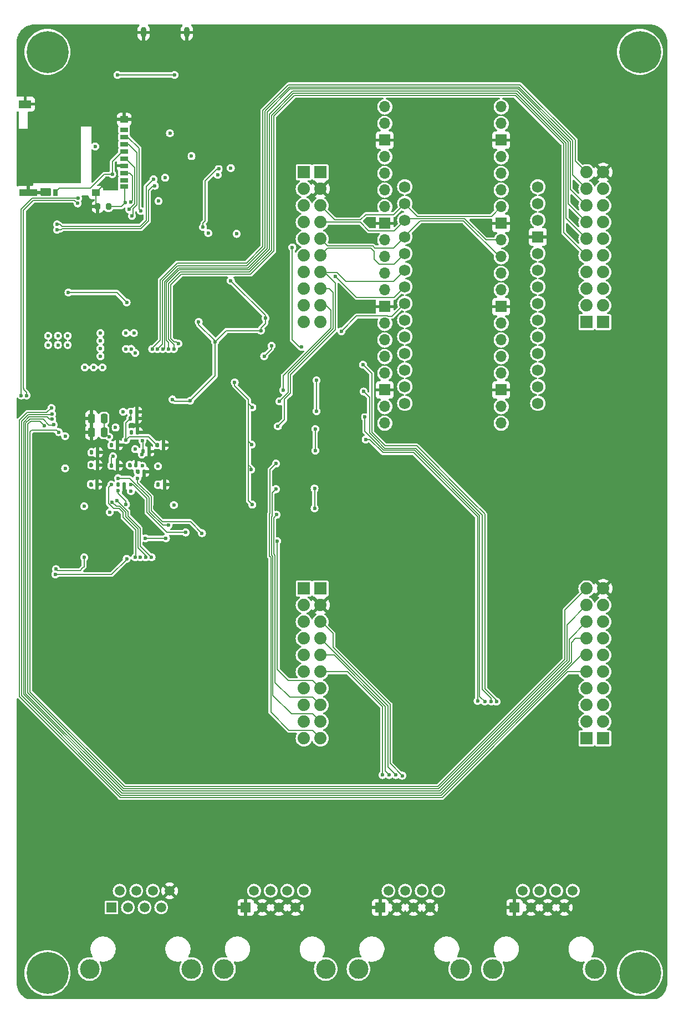
<source format=gbr>
%TF.GenerationSoftware,KiCad,Pcbnew,8.0.5-8.0.5-0~ubuntu22.04.1*%
%TF.CreationDate,2024-09-18T21:07:51+02:00*%
%TF.ProjectId,ohsim_launchpad,6f687369-6d5f-46c6-9175-6e6368706164,rev?*%
%TF.SameCoordinates,Original*%
%TF.FileFunction,Copper,L4,Bot*%
%TF.FilePolarity,Positive*%
%FSLAX46Y46*%
G04 Gerber Fmt 4.6, Leading zero omitted, Abs format (unit mm)*
G04 Created by KiCad (PCBNEW 8.0.5-8.0.5-0~ubuntu22.04.1) date 2024-09-18 21:07:51*
%MOMM*%
%LPD*%
G01*
G04 APERTURE LIST*
G04 Aperture macros list*
%AMRoundRect*
0 Rectangle with rounded corners*
0 $1 Rounding radius*
0 $2 $3 $4 $5 $6 $7 $8 $9 X,Y pos of 4 corners*
0 Add a 4 corners polygon primitive as box body*
4,1,4,$2,$3,$4,$5,$6,$7,$8,$9,$2,$3,0*
0 Add four circle primitives for the rounded corners*
1,1,$1+$1,$2,$3*
1,1,$1+$1,$4,$5*
1,1,$1+$1,$6,$7*
1,1,$1+$1,$8,$9*
0 Add four rect primitives between the rounded corners*
20,1,$1+$1,$2,$3,$4,$5,0*
20,1,$1+$1,$4,$5,$6,$7,0*
20,1,$1+$1,$6,$7,$8,$9,0*
20,1,$1+$1,$8,$9,$2,$3,0*%
G04 Aperture macros list end*
%TA.AperFunction,SMDPad,CuDef*%
%ADD10RoundRect,0.200000X-0.200000X-0.275000X0.200000X-0.275000X0.200000X0.275000X-0.200000X0.275000X0*%
%TD*%
%TA.AperFunction,SMDPad,CuDef*%
%ADD11R,1.200000X0.700000*%
%TD*%
%TA.AperFunction,SMDPad,CuDef*%
%ADD12R,0.800000X1.000000*%
%TD*%
%TA.AperFunction,SMDPad,CuDef*%
%ADD13R,1.200000X1.000000*%
%TD*%
%TA.AperFunction,SMDPad,CuDef*%
%ADD14R,2.800000X1.000000*%
%TD*%
%TA.AperFunction,SMDPad,CuDef*%
%ADD15R,1.900000X1.300000*%
%TD*%
%TA.AperFunction,ComponentPad*%
%ADD16C,6.400000*%
%TD*%
%TA.AperFunction,ComponentPad*%
%ADD17C,1.727200*%
%TD*%
%TA.AperFunction,ComponentPad*%
%ADD18R,1.727200X1.727200*%
%TD*%
%TA.AperFunction,ComponentPad*%
%ADD19R,1.500000X1.500000*%
%TD*%
%TA.AperFunction,ComponentPad*%
%ADD20C,1.500000*%
%TD*%
%TA.AperFunction,ComponentPad*%
%ADD21C,3.000000*%
%TD*%
%TA.AperFunction,ComponentPad*%
%ADD22R,1.879600X1.879600*%
%TD*%
%TA.AperFunction,ComponentPad*%
%ADD23C,1.879600*%
%TD*%
%TA.AperFunction,ComponentPad*%
%ADD24O,0.900000X1.600000*%
%TD*%
%TA.AperFunction,ComponentPad*%
%ADD25O,1.700000X1.700000*%
%TD*%
%TA.AperFunction,ComponentPad*%
%ADD26R,1.700000X1.700000*%
%TD*%
%TA.AperFunction,SMDPad,CuDef*%
%ADD27RoundRect,0.140000X-0.140000X-0.170000X0.140000X-0.170000X0.140000X0.170000X-0.140000X0.170000X0*%
%TD*%
%TA.AperFunction,SMDPad,CuDef*%
%ADD28RoundRect,0.250000X0.250000X0.475000X-0.250000X0.475000X-0.250000X-0.475000X0.250000X-0.475000X0*%
%TD*%
%TA.AperFunction,ViaPad*%
%ADD29C,0.600000*%
%TD*%
%TA.AperFunction,Conductor*%
%ADD30C,0.127000*%
%TD*%
%TA.AperFunction,Conductor*%
%ADD31C,0.200000*%
%TD*%
G04 APERTURE END LIST*
D10*
%TO.P,R68,1*%
%TO.N,GND*%
X187675000Y-88100000D03*
%TO.P,R68,2*%
%TO.N,sdcard_detection*%
X189325000Y-88100000D03*
%TD*%
D11*
%TO.P,J7,1,DAT2*%
%TO.N,unconnected-(J7-DAT2-Pad1)*%
X191700000Y-76350000D03*
%TO.P,J7,2,DAT3/CD*%
%TO.N,sdcard_cs*%
X191700000Y-77450000D03*
%TO.P,J7,3,CMD*%
%TO.N,sdcard_mosi*%
X191700000Y-78550000D03*
%TO.P,J7,4,VDD*%
%TO.N,+3V3*%
X191700000Y-79650000D03*
%TO.P,J7,5,CLK*%
%TO.N,sdcard_sclk*%
X191700000Y-80750000D03*
%TO.P,J7,6,VSS*%
%TO.N,GND*%
X191700000Y-81850000D03*
%TO.P,J7,7,DAT0*%
%TO.N,sdcard_miso*%
X191700000Y-82950000D03*
%TO.P,J7,8,DAT1*%
%TO.N,unconnected-(J7-DAT1-Pad8)*%
X191700000Y-84050000D03*
%TO.P,J7,9,DET_B*%
%TO.N,sdcard_detection*%
X191700000Y-85000000D03*
D12*
%TO.P,J7,10,DET_A*%
%TO.N,+3V3*%
X181200000Y-85950000D03*
D13*
%TO.P,J7,11,SHIELD*%
%TO.N,GND*%
X187400000Y-85950000D03*
D14*
X177050000Y-85950000D03*
D13*
X191700000Y-74800000D03*
D15*
X176600000Y-72450000D03*
%TD*%
D16*
%TO.P,H3,1,1*%
%TO.N,unconnected-(H3-Pad1)*%
X270500000Y-205000000D03*
%TD*%
D17*
%TO.P,A1,3V3,3.3V*%
%TO.N,unconnected-(A1-3.3V-Pad3V3)*%
X254900000Y-90160000D03*
%TO.P,A1,5V,5V*%
%TO.N,unconnected-(A1-Pad5V)*%
X254900000Y-85080000D03*
%TO.P,A1,A0,A0/DAC*%
%TO.N,AOUT3*%
X234580000Y-87620000D03*
%TO.P,A1,A1,A1*%
%TO.N,AOUT2*%
X234580000Y-90160000D03*
%TO.P,A1,A2,A2*%
%TO.N,AOUT4*%
X234580000Y-92700000D03*
%TO.P,A1,A3,A3*%
%TO.N,AOUT5*%
X234580000Y-95240000D03*
%TO.P,A1,A4,A4*%
%TO.N,AOUT1*%
X234580000Y-97780000D03*
%TO.P,A1,A5,A5*%
%TO.N,AOUT0*%
X234580000Y-100320000D03*
%TO.P,A1,A6,A6*%
%TO.N,AOUT6*%
X234580000Y-102860000D03*
%TO.P,A1,AREF,AREF*%
%TO.N,unconnected-(A1-PadAREF)*%
X234580000Y-85080000D03*
%TO.P,A1,D0,D0*%
%TO.N,PWM1A*%
X234580000Y-105400000D03*
%TO.P,A1,D1,D1*%
%TO.N,PWM1B*%
X234580000Y-107940000D03*
%TO.P,A1,D2,D2*%
%TO.N,PWM2A*%
X234580000Y-110480000D03*
%TO.P,A1,D3,D3*%
%TO.N,PWM2B*%
X234580000Y-113020000D03*
%TO.P,A1,D4,D4*%
%TO.N,PWM3A*%
X234580000Y-115560000D03*
%TO.P,A1,D5,D5*%
%TO.N,PWM3B*%
X234580000Y-118100000D03*
%TO.P,A1,D6,D6*%
%TO.N,unconnected-(A1-PadD6)*%
X254900000Y-118100000D03*
%TO.P,A1,D7,D7*%
%TO.N,PWM5B*%
X254900000Y-115560000D03*
%TO.P,A1,D8,D8_MOSI*%
%TO.N,PWM5A*%
X254900000Y-113020000D03*
%TO.P,A1,D9,D9_SCK*%
%TO.N,PWM4B*%
X254900000Y-110480000D03*
%TO.P,A1,D10,D10_MISO*%
%TO.N,PWM4A*%
X254900000Y-107940000D03*
%TO.P,A1,D11,D11/SDA*%
%TO.N,unconnected-(A1-D11{slash}SDA-PadD11)*%
X254900000Y-105400000D03*
%TO.P,A1,D12,D12/SCL*%
%TO.N,unconnected-(A1-D12{slash}SCL-PadD12)*%
X254900000Y-102860000D03*
%TO.P,A1,D13,D13/RX*%
%TO.N,unconnected-(A1-D13{slash}RX-PadD13)*%
X254900000Y-100320000D03*
%TO.P,A1,D14,D14/TX*%
%TO.N,unconnected-(A1-D14{slash}TX-PadD14)*%
X254900000Y-97780000D03*
D18*
%TO.P,A1,GND,GND*%
%TO.N,GND*%
X254900000Y-92700000D03*
D17*
%TO.P,A1,RST,RESET*%
%TO.N,unconnected-(A1-RESET-PadRST)*%
X254900000Y-95240000D03*
%TO.P,A1,VIN,VIN*%
%TO.N,unconnected-(A1-PadVIN)*%
X254900000Y-87620000D03*
%TD*%
D16*
%TO.P,H4,1,1*%
%TO.N,unconnected-(H4-Pad1)*%
X180000000Y-205000000D03*
%TD*%
%TO.P,H1,1,1*%
%TO.N,unconnected-(H1-Pad1)*%
X270500000Y-64500000D03*
%TD*%
D19*
%TO.P,J5,1*%
%TO.N,GND*%
X251347500Y-195000000D03*
D20*
%TO.P,J5,2*%
%TO.N,AOUT3*%
X252617500Y-192460000D03*
%TO.P,J5,3*%
%TO.N,GND*%
X253887500Y-195000000D03*
%TO.P,J5,4*%
%TO.N,AOUT2*%
X255157500Y-192460000D03*
%TO.P,J5,5*%
%TO.N,GND*%
X256427500Y-195000000D03*
%TO.P,J5,6*%
%TO.N,AOUT4*%
X257697500Y-192460000D03*
%TO.P,J5,7*%
%TO.N,GND*%
X258967500Y-195000000D03*
%TO.P,J5,8*%
%TO.N,AOUT5*%
X260237500Y-192460000D03*
D21*
%TO.P,J5,SH*%
%TO.N,N/C*%
X248022500Y-204400000D03*
X263562500Y-204400000D03*
%TD*%
D19*
%TO.P,J3,1*%
%TO.N,GND*%
X210290833Y-195000000D03*
D20*
%TO.P,J3,2*%
%TO.N,AOUT9*%
X211560833Y-192460000D03*
%TO.P,J3,3*%
%TO.N,GND*%
X212830833Y-195000000D03*
%TO.P,J3,4*%
%TO.N,AOUT8*%
X214100833Y-192460000D03*
%TO.P,J3,5*%
%TO.N,GND*%
X215370833Y-195000000D03*
%TO.P,J3,6*%
%TO.N,AOUT14*%
X216640833Y-192460000D03*
%TO.P,J3,7*%
%TO.N,GND*%
X217910833Y-195000000D03*
%TO.P,J3,8*%
%TO.N,AOUT15*%
X219180833Y-192460000D03*
D21*
%TO.P,J3,SH*%
%TO.N,N/C*%
X206965833Y-204400000D03*
X222505833Y-204400000D03*
%TD*%
D19*
%TO.P,J4,1*%
%TO.N,GND*%
X230819166Y-195000000D03*
D20*
%TO.P,J4,2*%
%TO.N,AOUT12*%
X232089166Y-192460000D03*
%TO.P,J4,3*%
%TO.N,GND*%
X233359166Y-195000000D03*
%TO.P,J4,4*%
%TO.N,AOUT13*%
X234629166Y-192460000D03*
%TO.P,J4,5*%
%TO.N,GND*%
X235899166Y-195000000D03*
%TO.P,J4,6*%
%TO.N,AOUT11*%
X237169166Y-192460000D03*
%TO.P,J4,7*%
%TO.N,GND*%
X238439166Y-195000000D03*
%TO.P,J4,8*%
%TO.N,AOUT10*%
X239709166Y-192460000D03*
D21*
%TO.P,J4,SH*%
%TO.N,N/C*%
X227494166Y-204400000D03*
X243034166Y-204400000D03*
%TD*%
D16*
%TO.P,H2,1,1*%
%TO.N,unconnected-(H2-Pad1)*%
X180000000Y-64500000D03*
%TD*%
D22*
%TO.P,U3,J1_1,3.3V_J1*%
%TO.N,unconnected-(U3A-3.3V_J1-PadJ1_1)*%
X219160000Y-82840000D03*
D23*
%TO.P,U3,J1_2,GPIO32*%
%TO.N,unconnected-(U3A-GPIO32-PadJ1_2)*%
X219160000Y-85380000D03*
%TO.P,U3,J1_3,GPIO19/SCIRXDB*%
%TO.N,unconnected-(U3A-GPIO19{slash}SCIRXDB-PadJ1_3)*%
X219160000Y-87920000D03*
%TO.P,U3,J1_4,GPIO18/SCITXDB*%
%TO.N,unconnected-(U3A-GPIO18{slash}SCITXDB-PadJ1_4)*%
X219160000Y-90460000D03*
%TO.P,U3,J1_5,GPIO67*%
%TO.N,unconnected-(U3A-GPIO67-PadJ1_5)*%
X219160000Y-93000000D03*
%TO.P,U3,J1_6,GPIO111*%
%TO.N,unconnected-(U3A-GPIO111-PadJ1_6)*%
X219160000Y-95540000D03*
%TO.P,U3,J1_7,GPIO60/SPICLKA*%
%TO.N,unconnected-(U3A-GPIO60{slash}SPICLKA-PadJ1_7)*%
X219160000Y-98080000D03*
%TO.P,U3,J1_8,GPIO22*%
%TO.N,unconnected-(U3A-GPIO22-PadJ1_8)*%
X219160000Y-100620000D03*
%TO.P,U3,J1_9,GPIO105/I2CSCLA*%
%TO.N,unconnected-(U3A-GPIO105{slash}I2CSCLA-PadJ1_9)*%
X219160000Y-103160000D03*
%TO.P,U3,J1_10,GPIO104/I2CSDAA*%
%TO.N,unconnected-(U3A-GPIO104{slash}I2CSDAA-PadJ1_10)*%
X219160000Y-105700000D03*
D22*
%TO.P,U3,J2_1,GPIO29/OPXBAR6*%
%TO.N,unconnected-(U3B-GPIO29{slash}OPXBAR6-PadJ2_1)*%
X264880000Y-105700000D03*
D23*
%TO.P,U3,J2_2,GPIO125/SD1CLK2*%
%TO.N,unconnected-(U3B-GPIO125{slash}SD1CLK2-PadJ2_2)*%
X264880000Y-103160000D03*
%TO.P,U3,J2_3,GPIO124/SD1D2*%
%TO.N,unconnected-(U3B-GPIO124{slash}SD1D2-PadJ2_3)*%
X264880000Y-100620000D03*
%TO.P,U3,J2_4,GPIO59/SPIAMISO*%
%TO.N,unconnected-(U3B-GPIO59{slash}SPIAMISO-PadJ2_4)*%
X264880000Y-98080000D03*
%TO.P,U3,J2_5,GPIO58/SPIAMOSI*%
%TO.N,unconnected-(U3B-GPIO58{slash}SPIAMOSI-PadJ2_5)*%
X264880000Y-95540000D03*
%TO.P,U3,J2_6,~{RESET_J2}*%
%TO.N,unconnected-(U3B-~{RESET_J2}-PadJ2_6)*%
X264880000Y-93000000D03*
%TO.P,U3,J2_7,GPIO122/SD1D1*%
%TO.N,unconnected-(U3B-GPIO122{slash}SD1D1-PadJ2_7)*%
X264880000Y-90460000D03*
%TO.P,U3,J2_8,GPIO123/SD1CLK1*%
%TO.N,unconnected-(U3B-GPIO123{slash}SD1CLK1-PadJ2_8)*%
X264880000Y-87920000D03*
%TO.P,U3,J2_9,GPIO61/SPIACS*%
%TO.N,unconnected-(U3B-GPIO61{slash}SPIACS-PadJ2_9)*%
X264880000Y-85380000D03*
%TO.P,U3,J2_10,GND_J2*%
%TO.N,GND*%
X264880000Y-82840000D03*
D22*
%TO.P,U3,J3_1,+5V_J3*%
%TO.N,unconnected-(U3C-+5V_J3-PadJ3_1)*%
X221700000Y-82840000D03*
D23*
%TO.P,U3,J3_2,GND_J3*%
%TO.N,GND*%
X221700000Y-85380000D03*
%TO.P,U3,J3_3,ADCIN14/ANALOGIN*%
%TO.N,AOUT3*%
X221700000Y-87920000D03*
%TO.P,U3,J3_4,ADCINC3/ANALOGIN*%
%TO.N,AOUT2*%
X221700000Y-90460000D03*
%TO.P,U3,J3_5,ADCINB3/ANALOGIN*%
%TO.N,AOUT4*%
X221700000Y-93000000D03*
%TO.P,U3,J3_6,ADCINA3/ANALOGIN*%
%TO.N,AOUT5*%
X221700000Y-95540000D03*
%TO.P,U3,J3_7,ADCINC2/ANALOGIN*%
%TO.N,AOUT1*%
X221700000Y-98080000D03*
%TO.P,U3,J3_8,ADCINB2/ANALOGIN*%
%TO.N,AOUT0*%
X221700000Y-100620000D03*
%TO.P,U3,J3_9,ADCINA2/ANALOGIN*%
%TO.N,AOUT6*%
X221700000Y-103160000D03*
%TO.P,U3,J3_10,ADCINA0/ANALOGIN(DACA)*%
%TO.N,AOUT7*%
X221700000Y-105700000D03*
D22*
%TO.P,U3,J4_1,PWM/BASED/DAC2*%
%TO.N,unconnected-(U3D-PWM{slash}BASED{slash}DAC2-PadJ4_1)*%
X262340000Y-105700000D03*
D23*
%TO.P,U3,J4_2,PWM/BASED/DAC1*%
%TO.N,unconnected-(U3D-PWM{slash}BASED{slash}DAC1-PadJ4_2)*%
X262340000Y-103160000D03*
%TO.P,U3,J4_3,GPIO16/OPXBAR7*%
%TO.N,unconnected-(U3D-GPIO16{slash}OPXBAR7-PadJ4_3)*%
X262340000Y-100620000D03*
%TO.P,U3,J4_4,GPIO24/OPXBAR1*%
%TO.N,unconnected-(U3D-GPIO24{slash}OPXBAR1-PadJ4_4)*%
X262340000Y-98080000D03*
%TO.P,U3,J4_5,GPIO5/PWMOUT3B*%
%TO.N,PWM3B*%
X262340000Y-95540000D03*
%TO.P,U3,J4_6,GPIO4/PWMOUT3A*%
%TO.N,PWM3A*%
X262340000Y-93000000D03*
%TO.P,U3,J4_7,GPIO3/PWMOUT2B*%
%TO.N,PWM2B*%
X262340000Y-90460000D03*
%TO.P,U3,J4_8,GPIO2//PWMOUT2A*%
%TO.N,PWM2A*%
X262340000Y-87920000D03*
%TO.P,U3,J4_9,GPIO1/PWMOUT1B*%
%TO.N,PWM1B*%
X262340000Y-85380000D03*
%TO.P,U3,J4_10,GPIO0/PWMOUT1A*%
%TO.N,PWM1A*%
X262340000Y-82840000D03*
D22*
%TO.P,U3,J5_1,3.3V_J5*%
%TO.N,unconnected-(U3E-3.3V_J5-PadJ5_1)*%
X219160000Y-146340000D03*
D23*
%TO.P,U3,J5_2,GPIO95*%
%TO.N,unconnected-(U3E-GPIO95-PadJ5_2)*%
X219160000Y-148880000D03*
%TO.P,U3,J5_3,GPIO139/SCICRX*%
%TO.N,unconnected-(U3E-GPIO139{slash}SCICRX-PadJ5_3)*%
X219160000Y-151420000D03*
%TO.P,U3,J5_4,GPIO56/SCICIX*%
%TO.N,unconnected-(U3E-GPIO56{slash}SCICIX-PadJ5_4)*%
X219160000Y-153960000D03*
%TO.P,U3,J5_5,GPIO97*%
%TO.N,unconnected-(U3E-GPIO97-PadJ5_5)*%
X219160000Y-156500000D03*
%TO.P,U3,J5_6,GPIO94*%
%TO.N,unconnected-(U3E-GPIO94-PadJ5_6)*%
X219160000Y-159040000D03*
%TO.P,U3,J5_7,GPIO65/SPIBCLK*%
%TO.N,unconnected-(U3E-GPIO65{slash}SPIBCLK-PadJ5_7)*%
X219160000Y-161580000D03*
%TO.P,U3,J5_8,GPIO52*%
%TO.N,unconnected-(U3E-GPIO52-PadJ5_8)*%
X219160000Y-164120000D03*
%TO.P,U3,J5_9,GPIO41/I2CSCLB/J5*%
%TO.N,unconnected-(U3E-GPIO41{slash}I2CSCLB{slash}J5-PadJ5_9)*%
X219160000Y-166660000D03*
%TO.P,U3,J5_10,GPIO40/I2CSDAB/J5*%
%TO.N,unconnected-(U3E-GPIO40{slash}I2CSDAB{slash}J5-PadJ5_10)*%
X219160000Y-169200000D03*
D22*
%TO.P,U3,J6_1,GPIO25/OPXBAR2*%
%TO.N,unconnected-(U3F-GPIO25{slash}OPXBAR2-PadJ6_1)*%
X264880000Y-169200000D03*
D23*
%TO.P,U3,J6_2,GPIO27/SD2CLK2*%
%TO.N,unconnected-(U3F-GPIO27{slash}SD2CLK2-PadJ6_2)*%
X264880000Y-166660000D03*
%TO.P,U3,J6_3,GPIO26/SD2D2*%
%TO.N,unconnected-(U3F-GPIO26{slash}SD2D2-PadJ6_3)*%
X264880000Y-164120000D03*
%TO.P,U3,J6_4,GPIO64/SPIBMISO*%
%TO.N,unconnected-(U3F-GPIO64{slash}SPIBMISO-PadJ6_4)*%
X264880000Y-161580000D03*
%TO.P,U3,J6_5,GPIO63/SPIBMOSI*%
%TO.N,unconnected-(U3F-GPIO63{slash}SPIBMOSI-PadJ6_5)*%
X264880000Y-159040000D03*
%TO.P,U3,J6_6,~{RESET_J6}*%
%TO.N,unconnected-(U3F-~{RESET_J6}-PadJ6_6)*%
X264880000Y-156500000D03*
%TO.P,U3,J6_7,GPIO130/SD2D1*%
%TO.N,unconnected-(U3F-GPIO130{slash}SD2D1-PadJ6_7)*%
X264880000Y-153960000D03*
%TO.P,U3,J6_8,GPIO131/SD2CLK1*%
%TO.N,unconnected-(U3F-GPIO131{slash}SD2CLK1-PadJ6_8)*%
X264880000Y-151420000D03*
%TO.P,U3,J6_9,GPIO66/SPIBCS*%
%TO.N,unconnected-(U3F-GPIO66{slash}SPIBCS-PadJ6_9)*%
X264880000Y-148880000D03*
%TO.P,U3,J6_10,GND_J6*%
%TO.N,GND*%
X264880000Y-146340000D03*
D22*
%TO.P,U3,J7_1,+5V_J7*%
%TO.N,unconnected-(U3G-+5V_J7-PadJ7_1)*%
X221700000Y-146340000D03*
D23*
%TO.P,U3,J7_2,GND_J7*%
%TO.N,GND*%
X221700000Y-148880000D03*
%TO.P,U3,J7_3,ADCIN15/ANALOGIN*%
%TO.N,AOUT10*%
X221700000Y-151420000D03*
%TO.P,U3,J7_4,ADCINC5/ANALOGIN*%
%TO.N,AOUT11*%
X221700000Y-153960000D03*
%TO.P,U3,J7_5,ADCINB5/ANALOGIN*%
%TO.N,AOUT13*%
X221700000Y-156500000D03*
%TO.P,U3,J7_6,ADCINA5/ANALOGIN*%
%TO.N,AOUT12*%
X221700000Y-159040000D03*
%TO.P,U3,J7_7,ADCINC4/ANALOGIN*%
%TO.N,AOUT9*%
X221700000Y-161580000D03*
%TO.P,U3,J7_8,ADCINB4/ANALOGIN*%
%TO.N,AOUT8*%
X221700000Y-164120000D03*
%TO.P,U3,J7_9,ADCINA4/ANALOGIN*%
%TO.N,AOUT14*%
X221700000Y-166660000D03*
%TO.P,U3,J7_10,ADCINA1/ANALOGIN(DACB)*%
%TO.N,AOUT15*%
X221700000Y-169200000D03*
D22*
%TO.P,U3,J8_1,PWM/BASED/DAC4*%
%TO.N,unconnected-(U3H-PWM{slash}BASED{slash}DAC4-PadJ8_1)*%
X262340000Y-169200000D03*
D23*
%TO.P,U3,J8_2,PWM/BASED/DAC3*%
%TO.N,unconnected-(U3H-PWM{slash}BASED{slash}DAC3-PadJ8_2)*%
X262340000Y-166660000D03*
%TO.P,U3,J8_3,GPIO15/OPXBAR4*%
%TO.N,unconnected-(U3H-GPIO15{slash}OPXBAR4-PadJ8_3)*%
X262340000Y-164120000D03*
%TO.P,U3,J8_4,GPIO14/OPXBAR3*%
%TO.N,unconnected-(U3H-GPIO14{slash}OPXBAR3-PadJ8_4)*%
X262340000Y-161580000D03*
%TO.P,U3,J8_5,GPIO11/PWMOUT6B*%
%TO.N,PWM6B*%
X262340000Y-159040000D03*
%TO.P,U3,J8_6,GPIO10/PWMOUT6A*%
%TO.N,PWM6A*%
X262340000Y-156500000D03*
%TO.P,U3,J8_7,GPIO9/PWMOUT5B*%
%TO.N,PWM5B*%
X262340000Y-153960000D03*
%TO.P,U3,J8_8,GPIO8/PWMOUT5A*%
%TO.N,PWM5A*%
X262340000Y-151420000D03*
%TO.P,U3,J8_9,GPIO7/PWMOUT4B*%
%TO.N,PWM4B*%
X262340000Y-148880000D03*
%TO.P,U3,J8_10,GPIO6/PWMOUT4A*%
%TO.N,PWM4A*%
X262340000Y-146340000D03*
%TD*%
D24*
%TO.P,J1,6,Shield*%
%TO.N,GND*%
X201300000Y-61525000D03*
X194700000Y-61525000D03*
%TD*%
D25*
%TO.P,U15,1,GPIO0*%
%TO.N,unconnected-(U15-GPIO0-Pad1)*%
X231520000Y-72870000D03*
%TO.P,U15,2,GPIO1*%
%TO.N,unconnected-(U15-GPIO1-Pad2)*%
X231520000Y-75410000D03*
D26*
%TO.P,U15,3,GND*%
%TO.N,GND*%
X231520000Y-77950000D03*
D25*
%TO.P,U15,4,GPIO2*%
%TO.N,unconnected-(U15-GPIO2-Pad4)*%
X231520000Y-80490000D03*
%TO.P,U15,5,GPIO3*%
%TO.N,unconnected-(U15-GPIO3-Pad5)*%
X231520000Y-83030000D03*
%TO.P,U15,6,GPIO4*%
%TO.N,unconnected-(U15-GPIO4-Pad6)*%
X231520000Y-85570000D03*
%TO.P,U15,7,GPIO5*%
%TO.N,unconnected-(U15-GPIO5-Pad7)*%
X231520000Y-88110000D03*
D26*
%TO.P,U15,8,GND*%
%TO.N,GND*%
X231520000Y-90650000D03*
D25*
%TO.P,U15,9,GPIO6*%
%TO.N,unconnected-(U15-GPIO6-Pad9)*%
X231520000Y-93190000D03*
%TO.P,U15,10,GPIO7*%
%TO.N,unconnected-(U15-GPIO7-Pad10)*%
X231520000Y-95730000D03*
%TO.P,U15,11,GPIO8*%
%TO.N,unconnected-(U15-GPIO8-Pad11)*%
X231520000Y-98270000D03*
%TO.P,U15,12,GPIO9*%
%TO.N,unconnected-(U15-GPIO9-Pad12)*%
X231520000Y-100810000D03*
D26*
%TO.P,U15,13,GND*%
%TO.N,GND*%
X231520000Y-103350000D03*
D25*
%TO.P,U15,14,GPIO10*%
%TO.N,PWM1A*%
X231520000Y-105890000D03*
%TO.P,U15,15,GPIO11*%
%TO.N,PWM1B*%
X231520000Y-108430000D03*
%TO.P,U15,16,GPIO12*%
%TO.N,PWM2A*%
X231520000Y-110970000D03*
%TO.P,U15,17,GPIO13*%
%TO.N,PWM2B*%
X231520000Y-113510000D03*
D26*
%TO.P,U15,18,GND*%
%TO.N,GND*%
X231520000Y-116050000D03*
D25*
%TO.P,U15,19,GPIO14*%
%TO.N,PWM3A*%
X231520000Y-118590000D03*
%TO.P,U15,20,GPIO15*%
%TO.N,PWM3B*%
X231520000Y-121130000D03*
%TO.P,U15,21,GPIO16*%
%TO.N,unconnected-(U15-GPIO16-Pad21)*%
X249300000Y-121130000D03*
%TO.P,U15,22,GPIO17*%
%TO.N,PWM5B*%
X249300000Y-118590000D03*
D26*
%TO.P,U15,23,GND*%
%TO.N,GND*%
X249300000Y-116050000D03*
D25*
%TO.P,U15,24,GPIO18*%
%TO.N,PWM5A*%
X249300000Y-113510000D03*
%TO.P,U15,25,GPIO19*%
%TO.N,PWM4B*%
X249300000Y-110970000D03*
%TO.P,U15,26,GPIO20*%
%TO.N,PWM4A*%
X249300000Y-108430000D03*
%TO.P,U15,27,GPIO21*%
%TO.N,unconnected-(U15-GPIO21-Pad27)*%
X249300000Y-105890000D03*
D26*
%TO.P,U15,28,GND*%
%TO.N,GND*%
X249300000Y-103350000D03*
D25*
%TO.P,U15,29,GPIO22*%
%TO.N,unconnected-(U15-GPIO22-Pad29)*%
X249300000Y-100810000D03*
%TO.P,U15,30,RUN*%
%TO.N,unconnected-(U15-RUN-Pad30)*%
X249300000Y-98270000D03*
%TO.P,U15,31,GPIO26_ADC0*%
%TO.N,AOUT4*%
X249300000Y-95730000D03*
%TO.P,U15,32,GPIO27_ADC1*%
%TO.N,AOUT2*%
X249300000Y-93190000D03*
D26*
%TO.P,U15,33,AGND*%
%TO.N,GND*%
X249300000Y-90650000D03*
D25*
%TO.P,U15,34,GPIO28_ADC2*%
%TO.N,AOUT3*%
X249300000Y-88110000D03*
%TO.P,U15,35,ADC_VREF*%
%TO.N,unconnected-(U15-ADC_VREF-Pad35)*%
X249300000Y-85570000D03*
%TO.P,U15,36,3V3*%
%TO.N,unconnected-(U15-3V3-Pad36)*%
X249300000Y-83030000D03*
%TO.P,U15,37,3V3_EN*%
%TO.N,unconnected-(U15-3V3_EN-Pad37)*%
X249300000Y-80490000D03*
D26*
%TO.P,U15,38,GND*%
%TO.N,GND*%
X249300000Y-77950000D03*
D25*
%TO.P,U15,39,VSYS*%
%TO.N,unconnected-(U15-VSYS-Pad39)*%
X249300000Y-75410000D03*
%TO.P,U15,40,VBUS*%
%TO.N,unconnected-(U15-VBUS-Pad40)*%
X249300000Y-72870000D03*
%TD*%
D19*
%TO.P,J2,1*%
%TO.N,Net-(J2-Pad1)*%
X189762500Y-195000000D03*
D20*
%TO.P,J2,2*%
%TO.N,Net-(J2-Pad2)*%
X191032500Y-192460000D03*
%TO.P,J2,3*%
%TO.N,Net-(J2-Pad3)*%
X192302500Y-195000000D03*
%TO.P,J2,4*%
%TO.N,Net-(J2-Pad4)*%
X193572500Y-192460000D03*
%TO.P,J2,5*%
%TO.N,Net-(J2-Pad5)*%
X194842500Y-195000000D03*
%TO.P,J2,6*%
%TO.N,Net-(J2-Pad6)*%
X196112500Y-192460000D03*
%TO.P,J2,7*%
%TO.N,Net-(J2-Pad7)*%
X197382500Y-195000000D03*
%TO.P,J2,8*%
%TO.N,GND*%
X198652500Y-192460000D03*
D21*
%TO.P,J2,SH*%
%TO.N,N/C*%
X186437500Y-204400000D03*
X201977500Y-204400000D03*
%TD*%
D27*
%TO.P,C41,1*%
%TO.N,+3V3*%
X190770000Y-130450000D03*
%TO.P,C41,2*%
%TO.N,GND*%
X191730000Y-130450000D03*
%TD*%
D28*
%TO.P,C19,1*%
%TO.N,+1V0*%
X188650000Y-120400000D03*
%TO.P,C19,2*%
%TO.N,GND*%
X186750000Y-120400000D03*
%TD*%
D27*
%TO.P,C44,1*%
%TO.N,+1V0*%
X192570000Y-127500000D03*
%TO.P,C44,2*%
%TO.N,GND*%
X193530000Y-127500000D03*
%TD*%
D28*
%TO.P,C22,1*%
%TO.N,+1V0*%
X188650000Y-122500000D03*
%TO.P,C22,2*%
%TO.N,GND*%
X186750000Y-122500000D03*
%TD*%
D27*
%TO.P,C11,1*%
%TO.N,+3V3*%
X186720000Y-125600000D03*
%TO.P,C11,2*%
%TO.N,GND*%
X187680000Y-125600000D03*
%TD*%
%TO.P,C21,1*%
%TO.N,+3V3*%
X196770000Y-124450000D03*
%TO.P,C21,2*%
%TO.N,GND*%
X197730000Y-124450000D03*
%TD*%
%TO.P,C43,1*%
%TO.N,+3V3*%
X196920000Y-130500000D03*
%TO.P,C43,2*%
%TO.N,GND*%
X197880000Y-130500000D03*
%TD*%
%TO.P,C13,1*%
%TO.N,+3V3*%
X186670000Y-127500000D03*
%TO.P,C13,2*%
%TO.N,GND*%
X187630000Y-127500000D03*
%TD*%
%TO.P,C34,1*%
%TO.N,+1V8*%
X194570000Y-125450000D03*
%TO.P,C34,2*%
%TO.N,GND*%
X195530000Y-125450000D03*
%TD*%
%TO.P,C36,1*%
%TO.N,+1V0*%
X192820000Y-122500000D03*
%TO.P,C36,2*%
%TO.N,GND*%
X193780000Y-122500000D03*
%TD*%
%TO.P,C42,1*%
%TO.N,+1V0*%
X189770000Y-124500000D03*
%TO.P,C42,2*%
%TO.N,GND*%
X190730000Y-124500000D03*
%TD*%
%TO.P,C31,1*%
%TO.N,+1V8*%
X193820000Y-128550000D03*
%TO.P,C31,2*%
%TO.N,GND*%
X194780000Y-128550000D03*
%TD*%
%TO.P,C38,1*%
%TO.N,+3V3*%
X192720000Y-119400000D03*
%TO.P,C38,2*%
%TO.N,GND*%
X193680000Y-119400000D03*
%TD*%
%TO.P,C39,1*%
%TO.N,+1V0*%
X189770000Y-127600000D03*
%TO.P,C39,2*%
%TO.N,GND*%
X190730000Y-127600000D03*
%TD*%
%TO.P,C17,1*%
%TO.N,+3V3*%
X192670000Y-120450000D03*
%TO.P,C17,2*%
%TO.N,GND*%
X193630000Y-120450000D03*
%TD*%
%TO.P,C35,1*%
%TO.N,+3V3*%
X186620000Y-130450000D03*
%TO.P,C35,2*%
%TO.N,GND*%
X187580000Y-130450000D03*
%TD*%
D29*
%TO.N,GND*%
X179000000Y-126600000D03*
%TO.N,RP2040_UART0_TX*%
X196200000Y-83900000D03*
X181500000Y-90800000D03*
%TO.N,RP2040_UART0_RX*%
X196400000Y-84900000D03*
X181448455Y-91648455D03*
%TO.N,GND*%
X193750000Y-77825000D03*
X187600000Y-80300000D03*
%TO.N,sdcard_sclk*%
X192473000Y-88511687D03*
%TO.N,sdcard_mosi*%
X192893993Y-89497083D03*
%TO.N,sdcard_cs*%
X194236500Y-88763500D03*
%TO.N,sdcard_miso*%
X192700000Y-87400000D03*
%TO.N,sdcard_detection*%
X191900000Y-87500000D03*
%TO.N,GND*%
X211500000Y-104100000D03*
%TO.N,+3V3*%
X208000000Y-99400000D03*
%TO.N,PROGRAM_B_RP2040*%
X176800000Y-116900000D03*
X184600000Y-87600000D03*
X181300000Y-143400000D03*
X185600000Y-141600000D03*
%TO.N,INIT_B_RP2040*%
X192100000Y-141800000D03*
X181200000Y-144200000D03*
X176000000Y-116900000D03*
X184700000Y-86800000D03*
%TO.N,FLASH_DIN_RP2040*%
X214234000Y-109300000D03*
X213100000Y-110900000D03*
%TO.N,+5V*%
X218800000Y-109463500D03*
X220900000Y-125300000D03*
X220900000Y-122000000D03*
X220800000Y-131100000D03*
X221100000Y-114600000D03*
X221100000Y-119300000D03*
X199400000Y-68000000D03*
X190700000Y-68000000D03*
X220800000Y-134100000D03*
X217400000Y-94300000D03*
%TO.N,GND*%
X183200000Y-103900000D03*
X204900000Y-110900000D03*
X208000000Y-110900000D03*
X184200000Y-123600000D03*
X229000000Y-93000000D03*
X227400000Y-112900000D03*
X186750000Y-122500000D03*
X202300000Y-108500000D03*
X188773189Y-130534943D03*
X203150000Y-86000000D03*
X190651425Y-125426535D03*
X245300000Y-93800000D03*
X205900000Y-92500000D03*
X227000000Y-92000000D03*
X246000000Y-90800000D03*
X252200000Y-112200000D03*
X203200000Y-87650000D03*
X260100000Y-89600000D03*
X189400000Y-103800000D03*
X204900000Y-112600000D03*
X191800000Y-97000000D03*
X195300000Y-103800000D03*
X217100000Y-119800000D03*
X252000000Y-82500000D03*
X198900000Y-128200000D03*
X202000000Y-135000000D03*
X243700000Y-92800000D03*
X227000000Y-93000000D03*
X260300000Y-87200000D03*
X218000000Y-114200000D03*
X198500000Y-115500000D03*
X203500000Y-108500000D03*
X193000000Y-125900000D03*
X186000000Y-97000000D03*
X192000000Y-99000000D03*
X194000000Y-126700000D03*
X199500000Y-115500000D03*
X224200000Y-115800000D03*
X212264552Y-135500000D03*
X208000000Y-112600000D03*
X194780000Y-128550000D03*
X256500000Y-109600000D03*
X201100000Y-121700000D03*
X193000000Y-97000000D03*
X246000000Y-88000000D03*
X192000000Y-103800000D03*
X187000000Y-97000000D03*
X186000000Y-99000000D03*
X188500000Y-133600000D03*
X217700000Y-130300000D03*
X184800000Y-128000000D03*
X188907858Y-124239221D03*
X198550000Y-91650000D03*
X217764552Y-138500000D03*
X193763500Y-132600000D03*
X201800000Y-112600000D03*
X256500000Y-114600000D03*
X228000000Y-93000000D03*
X227400000Y-140100000D03*
X252100000Y-109600000D03*
X201200000Y-115100000D03*
X260600000Y-84900000D03*
X227700000Y-128500000D03*
X217600000Y-121600000D03*
X256000000Y-82500000D03*
X202400000Y-122200000D03*
X217100000Y-109500000D03*
X226800000Y-120400000D03*
X187750000Y-125510099D03*
X260300000Y-92300000D03*
X197683883Y-121411722D03*
X186900000Y-133600000D03*
X201500000Y-106500000D03*
X196400000Y-134000000D03*
X247000000Y-85400000D03*
X204000000Y-135000000D03*
X199500000Y-114400000D03*
X195536500Y-117400000D03*
X196800000Y-61525000D03*
X244000000Y-88800000D03*
X190800000Y-116600000D03*
X201550000Y-87700000D03*
X186750001Y-120489901D03*
X227300000Y-136900000D03*
X201600000Y-85950000D03*
X200000000Y-135000000D03*
X199200000Y-61525000D03*
X256500000Y-112000000D03*
X187663956Y-130564485D03*
X201800000Y-110900000D03*
X195739901Y-125500000D03*
%TO.N,+3V3*%
X197950000Y-83700000D03*
X196749999Y-124489901D03*
X194970000Y-138700000D03*
X205600000Y-108700000D03*
X201800000Y-117700000D03*
X199300000Y-133620000D03*
X185600000Y-133800000D03*
X180100000Y-109200000D03*
X208000000Y-82200000D03*
X213300000Y-105100000D03*
X181600000Y-109200000D03*
X192000000Y-123700000D03*
X192674841Y-120443661D03*
X182700000Y-128000000D03*
X212600000Y-107000000D03*
X202000000Y-80400000D03*
X186694575Y-130540700D03*
X208900000Y-92250000D03*
X186700236Y-127535995D03*
X183100000Y-109200000D03*
X198700000Y-76900000D03*
X182700000Y-123100000D03*
X196950000Y-87250000D03*
X189900000Y-83150000D03*
X203100000Y-105663500D03*
X180100000Y-107800000D03*
X190750000Y-130489901D03*
X189500000Y-134700000D03*
X192760099Y-131500000D03*
X183100000Y-107800000D03*
X186749999Y-125510099D03*
X181600000Y-107800000D03*
X198100000Y-138700000D03*
X204550000Y-92150000D03*
X196879000Y-130593601D03*
X206000000Y-83250000D03*
X199100000Y-117500000D03*
X196900000Y-127700000D03*
X187300000Y-78900000D03*
%TO.N,+1V8*%
X192000000Y-109800000D03*
X194500000Y-123800000D03*
X193766398Y-128493905D03*
X192000000Y-107400000D03*
X192800000Y-109800000D03*
X183200000Y-101200000D03*
X193400000Y-110400000D03*
X192100000Y-102700000D03*
X194519232Y-127646157D03*
X194400000Y-125900000D03*
X193200000Y-107400000D03*
%TO.N,+1V0*%
X185700000Y-112600000D03*
X188100000Y-107400000D03*
X190000000Y-126200000D03*
X189804839Y-127573201D03*
X188100000Y-110900000D03*
X188100000Y-109733332D03*
X192793571Y-122530732D03*
X193400000Y-125100000D03*
X188100000Y-108566666D03*
X192627339Y-127589592D03*
X188400000Y-112600000D03*
X189765226Y-124495027D03*
X190400000Y-121800000D03*
X189400000Y-123200000D03*
X187050000Y-112600000D03*
%TO.N,+1V1*%
X203765053Y-91226109D03*
X206150000Y-82350000D03*
%TO.N,Net-(U1A-CFGBVS_0)*%
X190816117Y-131411722D03*
X192000000Y-133500000D03*
%TO.N,JTAG_TCK*%
X194200000Y-141600000D03*
X191563051Y-119373898D03*
%TO.N,JTAG_TDO*%
X195000000Y-141600000D03*
X189879036Y-133159475D03*
%TO.N,JTAG_TMS*%
X193400000Y-141600000D03*
X189739901Y-130500000D03*
%TO.N,JTAG_TDI*%
X195900000Y-141600000D03*
X190651545Y-132951545D03*
%TO.N,FPGA_M2*%
X193718277Y-129520308D03*
X203600000Y-137900000D03*
%TO.N,FPGA_M1*%
X201100000Y-137800000D03*
X192760099Y-130500001D03*
%TO.N,FPGA_M0*%
X190781723Y-129520308D03*
X198500000Y-136700000D03*
%TO.N,AOUT0*%
X215400000Y-117800000D03*
X224000000Y-98700000D03*
%TO.N,AOUT1*%
X215200000Y-121600000D03*
%TO.N,AOUT3*%
X228600000Y-123600000D03*
X245700000Y-163500000D03*
%TO.N,AOUT4*%
X247800000Y-163600000D03*
X228300000Y-116300000D03*
%TO.N,AOUT5*%
X248600000Y-163600000D03*
X228180000Y-112200000D03*
%TO.N,AOUT6*%
X216000000Y-116100000D03*
X224900000Y-107100000D03*
%TO.N,AOUT12*%
X231200000Y-174800000D03*
%TO.N,AOUT13*%
X232200000Y-174800000D03*
%TO.N,AOUT14*%
X214900000Y-131200000D03*
%TO.N,AOUT15*%
X214900000Y-127300000D03*
%TO.N,AOUT8*%
X215000000Y-135100000D03*
%TO.N,AOUT9*%
X215100000Y-139100000D03*
%TO.N,AOUT10*%
X234200000Y-174900000D03*
%TO.N,AOUT11*%
X233200000Y-174800000D03*
%TO.N,VREF_DAC*%
X211200000Y-124400000D03*
X211100000Y-128200000D03*
X211300000Y-118700000D03*
X211300000Y-133563500D03*
X208600000Y-114900000D03*
%TO.N,PWM1A*%
X196000000Y-109800000D03*
%TO.N,PWM5B*%
X180734051Y-120508366D03*
%TO.N,PWM4A*%
X181700000Y-122490500D03*
%TO.N,PWM3A*%
X199300000Y-109800000D03*
%TO.N,PWM1B*%
X196800000Y-109800000D03*
%TO.N,PWM5A*%
X180973000Y-121363500D03*
%TO.N,PWM3B*%
X200000000Y-109000000D03*
%TO.N,PWM2A*%
X197600000Y-109800000D03*
%TO.N,PWM6A*%
X180700000Y-119700000D03*
%TO.N,PWM4B*%
X179500000Y-121500000D03*
%TO.N,PWM6B*%
X180600000Y-118800000D03*
%TO.N,PWM2B*%
X198500000Y-109800000D03*
%TO.N,AOUT2*%
X246800000Y-163600000D03*
X228500000Y-120200000D03*
%TD*%
D30*
%TO.N,RP2040_UART0_RX*%
X181448455Y-91648455D02*
X182051545Y-91648455D01*
X182051545Y-91648455D02*
X182273000Y-91427000D01*
X182273000Y-91427000D02*
X194273000Y-91427000D01*
X194273000Y-91427000D02*
X195400000Y-90300000D01*
X195400000Y-90300000D02*
X195400000Y-85600000D01*
X196100000Y-84900000D02*
X196400000Y-84900000D01*
X195400000Y-85600000D02*
X196100000Y-84900000D01*
%TO.N,RP2040_UART0_TX*%
X181500000Y-90800000D02*
X181900000Y-90800000D01*
X181900000Y-90800000D02*
X182200000Y-91100000D01*
X195073000Y-90164552D02*
X195073000Y-85027000D01*
X182200000Y-91100000D02*
X194137552Y-91100000D01*
X194137552Y-91100000D02*
X195073000Y-90164552D01*
X195073000Y-85027000D02*
X196200000Y-83900000D01*
D31*
%TO.N,+3V3*%
X198100000Y-138700000D02*
X194970000Y-138700000D01*
D30*
%TO.N,GND*%
X188450000Y-84900000D02*
X189300000Y-84900000D01*
X187400000Y-85950000D02*
X188450000Y-84900000D01*
X187400000Y-85950000D02*
X187400000Y-87825000D01*
X187400000Y-87825000D02*
X187675000Y-88100000D01*
%TO.N,sdcard_detection*%
X189325000Y-88100000D02*
X191300000Y-88100000D01*
X191300000Y-88100000D02*
X191900000Y-87500000D01*
%TO.N,+3V3*%
X181200000Y-85950000D02*
X181836500Y-85313500D01*
X181836500Y-85313500D02*
X186536500Y-85313500D01*
X186536500Y-85313500D02*
X188700000Y-83150000D01*
X188700000Y-83150000D02*
X189900000Y-83150000D01*
X191700000Y-79650000D02*
X191450000Y-79650000D01*
X191450000Y-79650000D02*
X189900000Y-81200000D01*
X189900000Y-81200000D02*
X189900000Y-83150000D01*
%TO.N,sdcard_mosi*%
X192893993Y-89497083D02*
X193036500Y-89354576D01*
X193036500Y-89354576D02*
X193036500Y-88410635D01*
X193036500Y-88410635D02*
X193654000Y-87793135D01*
X193654000Y-87793135D02*
X193654000Y-79854000D01*
X192350000Y-78550000D02*
X191700000Y-78550000D01*
X193654000Y-79854000D02*
X192350000Y-78550000D01*
%TO.N,sdcard_cs*%
X194236500Y-88763500D02*
X193981000Y-88508000D01*
X193981000Y-88508000D02*
X193981000Y-79181000D01*
X193981000Y-79181000D02*
X192250000Y-77450000D01*
X192250000Y-77450000D02*
X191700000Y-77450000D01*
%TO.N,sdcard_sclk*%
X192473000Y-88511687D02*
X193327000Y-87657687D01*
X193327000Y-87657687D02*
X193327000Y-82127000D01*
X193327000Y-82127000D02*
X191950000Y-80750000D01*
X191950000Y-80750000D02*
X191700000Y-80750000D01*
%TO.N,sdcard_miso*%
X193000000Y-87100000D02*
X193000000Y-83400000D01*
X192700000Y-87400000D02*
X193000000Y-87100000D01*
X193000000Y-83400000D02*
X192550000Y-82950000D01*
X192550000Y-82950000D02*
X191700000Y-82950000D01*
%TO.N,sdcard_detection*%
X191800000Y-85100000D02*
X191800000Y-87400000D01*
X191800000Y-87400000D02*
X191900000Y-87500000D01*
X191700000Y-85000000D02*
X191800000Y-85100000D01*
D31*
%TO.N,+3V3*%
X208000000Y-99400000D02*
X213300000Y-104700000D01*
X213300000Y-104700000D02*
X213300000Y-105100000D01*
D30*
%TO.N,PROGRAM_B_RP2040*%
X176400000Y-116000000D02*
X176400000Y-115800000D01*
X176327000Y-88635448D02*
X177231224Y-87731224D01*
X185600000Y-143000000D02*
X185300000Y-143300000D01*
X184127000Y-87127000D02*
X184600000Y-87600000D01*
X182000000Y-143600000D02*
X181500000Y-143600000D01*
X181600000Y-87127000D02*
X184127000Y-87127000D01*
X176327000Y-111900000D02*
X176327000Y-91700000D01*
X185000000Y-143600000D02*
X182000000Y-143600000D01*
X185600000Y-141600000D02*
X185600000Y-143000000D01*
X176800000Y-116900000D02*
X176800000Y-116400000D01*
X181500000Y-143600000D02*
X181300000Y-143400000D01*
X185300000Y-143300000D02*
X185000000Y-143600000D01*
X180000000Y-87127000D02*
X181600000Y-87127000D01*
X176400000Y-115800000D02*
X176327000Y-115727000D01*
X177835448Y-87127000D02*
X180000000Y-87127000D01*
X177231224Y-87731224D02*
X177835448Y-87127000D01*
X176327000Y-115727000D02*
X176327000Y-111900000D01*
X176327000Y-91700000D02*
X176327000Y-88635448D01*
X176800000Y-116400000D02*
X176400000Y-116000000D01*
%TO.N,INIT_B_RP2040*%
X189800000Y-144200000D02*
X192100000Y-141900000D01*
X181200000Y-144200000D02*
X189800000Y-144200000D01*
X192100000Y-141900000D02*
X192100000Y-141800000D01*
X184700000Y-86800000D02*
X177700000Y-86800000D01*
X176000000Y-88500000D02*
X176000000Y-116900000D01*
X177700000Y-86800000D02*
X176000000Y-88500000D01*
%TO.N,FLASH_DIN_RP2040*%
X214200000Y-109800000D02*
X214200000Y-109300000D01*
X213100000Y-110900000D02*
X214200000Y-109800000D01*
X214200000Y-109300000D02*
X214234000Y-109300000D01*
D31*
%TO.N,+5V*%
X218800000Y-109463500D02*
X218463500Y-109463500D01*
X190700000Y-68000000D02*
X199400000Y-68000000D01*
X217400000Y-108400000D02*
X217400000Y-94300000D01*
X221100000Y-114600000D02*
X221100000Y-119300000D01*
X218463500Y-109463500D02*
X217400000Y-108400000D01*
X220800000Y-134100000D02*
X220800000Y-131100000D01*
X220900000Y-122000000D02*
X220900000Y-125300000D01*
%TO.N,+3V3*%
X205600000Y-108700000D02*
X205600000Y-113900000D01*
X192500000Y-123200000D02*
X192000000Y-123700000D01*
X203100000Y-106100000D02*
X205600000Y-108600000D01*
X213300000Y-105900000D02*
X213300000Y-105100000D01*
X195460098Y-123200000D02*
X192500000Y-123200000D01*
X201700000Y-117800000D02*
X199400000Y-117800000D01*
X212600000Y-107000000D02*
X212600000Y-106600000D01*
X196749999Y-124489901D02*
X195460098Y-123200000D01*
X196920000Y-130552601D02*
X196879000Y-130593601D01*
X207300000Y-107000000D02*
X212600000Y-107000000D01*
X203100000Y-105663500D02*
X203100000Y-106100000D01*
X205600000Y-108600000D02*
X205600000Y-108700000D01*
X205600000Y-113900000D02*
X201800000Y-117700000D01*
X212600000Y-106600000D02*
X213300000Y-105900000D01*
X201800000Y-117700000D02*
X201700000Y-117800000D01*
X192720000Y-119400000D02*
X192720000Y-120398502D01*
X196920000Y-130500000D02*
X196920000Y-130552601D01*
X192000000Y-123700000D02*
X192000000Y-121118502D01*
X199400000Y-117800000D02*
X199100000Y-117500000D01*
X205600000Y-108700000D02*
X207300000Y-107000000D01*
X192720000Y-120398502D02*
X192674841Y-120443661D01*
X192000000Y-121118502D02*
X192674841Y-120443661D01*
%TO.N,+1V8*%
X194570000Y-123870000D02*
X194500000Y-123800000D01*
X194570000Y-125730000D02*
X194400000Y-125900000D01*
X194570000Y-125450000D02*
X194570000Y-123870000D01*
X194570000Y-125450000D02*
X194570000Y-125730000D01*
X190600000Y-101200000D02*
X192100000Y-102700000D01*
X183200000Y-101200000D02*
X190600000Y-101200000D01*
%TO.N,+1V0*%
X189770000Y-126430000D02*
X190000000Y-126200000D01*
X188650000Y-122500000D02*
X188650000Y-120400000D01*
X189400000Y-123200000D02*
X189350000Y-123200000D01*
X189770000Y-127600000D02*
X189770000Y-126430000D01*
X189350000Y-123200000D02*
X188650000Y-122500000D01*
D30*
%TO.N,+1V1*%
X204100000Y-90250000D02*
X204100000Y-84200000D01*
X205950000Y-82350000D02*
X206150000Y-82350000D01*
X203765053Y-90584947D02*
X204100000Y-90250000D01*
X203765053Y-91226109D02*
X203765053Y-90584947D01*
X204100000Y-84200000D02*
X205950000Y-82350000D01*
%TO.N,Net-(U1A-CFGBVS_0)*%
X192000000Y-133500000D02*
X192000000Y-133000000D01*
X190816117Y-131816117D02*
X190816117Y-131411722D01*
X192000000Y-133000000D02*
X190816117Y-131816117D01*
%TO.N,JTAG_TDO*%
X195000000Y-141300000D02*
X193827000Y-140127000D01*
X193827000Y-137289448D02*
X191973000Y-135435448D01*
X191973000Y-135435448D02*
X191973000Y-134735448D01*
X191973000Y-134735448D02*
X191068776Y-133831224D01*
X195000000Y-141600000D02*
X195000000Y-141300000D01*
X191068776Y-133831224D02*
X190550785Y-133831224D01*
X190550785Y-133831224D02*
X189879036Y-133159475D01*
X193827000Y-140127000D02*
X193827000Y-137289448D01*
%TO.N,JTAG_TMS*%
X189315536Y-130924365D02*
X189739901Y-130500000D01*
X191537552Y-134762448D02*
X190933328Y-134158224D01*
X193500000Y-137424896D02*
X193437552Y-137362448D01*
X190600000Y-134158224D02*
X190080875Y-134158224D01*
X190080875Y-134158224D02*
X189315536Y-133392885D01*
X191537552Y-135462448D02*
X191537552Y-134762448D01*
X193400000Y-141600000D02*
X193500000Y-141500000D01*
X189315536Y-133392885D02*
X189315536Y-130924365D01*
X193437552Y-137362448D02*
X191537552Y-135462448D01*
X193500000Y-141500000D02*
X193500000Y-137424896D01*
X190933328Y-134158224D02*
X190600000Y-134158224D01*
%TO.N,JTAG_TDI*%
X192300000Y-134600000D02*
X190651545Y-132951545D01*
X194154000Y-137154000D02*
X192300000Y-135300000D01*
X194154000Y-139854000D02*
X194154000Y-137154000D01*
X195900000Y-141600000D02*
X194154000Y-139854000D01*
X192300000Y-135300000D02*
X192300000Y-134600000D01*
%TO.N,FPGA_M2*%
X195827000Y-132900000D02*
X195827000Y-132307543D01*
X201836500Y-136136500D02*
X198500000Y-136136500D01*
X194009728Y-130490271D02*
X194019457Y-130500000D01*
X203600000Y-137900000D02*
X201836500Y-136136500D01*
X194019457Y-130500000D02*
X193718277Y-130198820D01*
X197536500Y-136136500D02*
X197200000Y-135800000D01*
X195827000Y-132307543D02*
X194009728Y-130490271D01*
X195827000Y-134427000D02*
X195827000Y-132900000D01*
X193718277Y-130198820D02*
X193718277Y-129520308D01*
X197200000Y-135800000D02*
X195827000Y-134427000D01*
X198500000Y-136136500D02*
X197536500Y-136136500D01*
%TO.N,FPGA_M1*%
X201100000Y-137800000D02*
X198237552Y-137800000D01*
X193047280Y-130452719D02*
X192999998Y-130500001D01*
X195173000Y-134735448D02*
X195173000Y-132578439D01*
X195173000Y-132578439D02*
X193047280Y-130452719D01*
X198237552Y-137800000D02*
X195173000Y-134735448D01*
X192999998Y-130500001D02*
X192760099Y-130500001D01*
%TO.N,FPGA_M0*%
X197600000Y-136700000D02*
X195500000Y-134600000D01*
X195500000Y-132442991D02*
X192577317Y-129520308D01*
X192577317Y-129520308D02*
X190781723Y-129520308D01*
X198500000Y-136700000D02*
X197600000Y-136700000D01*
X195500000Y-134600000D02*
X195500000Y-132442991D01*
%TO.N,AOUT0*%
X223047000Y-100620000D02*
X223627000Y-101200000D01*
X215400000Y-117800000D02*
X216800000Y-116400000D01*
X223020000Y-100620000D02*
X221700000Y-100620000D01*
X232976500Y-101923500D02*
X227223500Y-101923500D01*
X223627000Y-101227000D02*
X223020000Y-100620000D01*
X223627000Y-106735448D02*
X223627000Y-101227000D01*
X234580000Y-100320000D02*
X232976500Y-101923500D01*
X227223500Y-101923500D02*
X224000000Y-98700000D01*
X216800000Y-116400000D02*
X216800000Y-113562448D01*
X221700000Y-100620000D02*
X223047000Y-100620000D01*
X216800000Y-113562448D02*
X223627000Y-106735448D01*
%TO.N,AOUT1*%
X221756500Y-98136500D02*
X224233410Y-98136500D01*
X216200000Y-120600000D02*
X216200000Y-117462448D01*
X225596910Y-99500000D02*
X232860000Y-99500000D01*
X232860000Y-99500000D02*
X234580000Y-97780000D01*
X223954000Y-99744000D02*
X222290000Y-98080000D01*
X222290000Y-98080000D02*
X221700000Y-98080000D01*
X223954000Y-106870896D02*
X223954000Y-99744000D01*
X217127000Y-113697896D02*
X223954000Y-106870896D01*
X215200000Y-121600000D02*
X216200000Y-120600000D01*
X224233410Y-98136500D02*
X225596910Y-99500000D01*
X217127000Y-116535448D02*
X217127000Y-113697896D01*
X221700000Y-98080000D02*
X221756500Y-98136500D01*
X216200000Y-117462448D02*
X217127000Y-116535448D01*
%TO.N,AOUT3*%
X232900000Y-89300000D02*
X228600000Y-89300000D01*
X236500000Y-89600000D02*
X234580000Y-87680000D01*
X245700000Y-135400000D02*
X245700000Y-163500000D01*
X235900000Y-125600000D02*
X245700000Y-135400000D01*
X234580000Y-87620000D02*
X232900000Y-89300000D01*
X227800000Y-90100000D02*
X223880000Y-90100000D01*
X231237552Y-125600000D02*
X235900000Y-125600000D01*
X229237552Y-123600000D02*
X231237552Y-125600000D01*
X228600000Y-89300000D02*
X227800000Y-90100000D01*
X223880000Y-90100000D02*
X221700000Y-87920000D01*
X228600000Y-123600000D02*
X229237552Y-123600000D01*
X249300000Y-88110000D02*
X247810000Y-89600000D01*
X234580000Y-87680000D02*
X234580000Y-87620000D01*
X247810000Y-89600000D02*
X236500000Y-89600000D01*
%TO.N,AOUT4*%
X249030000Y-95730000D02*
X243554000Y-90254000D01*
X249300000Y-95730000D02*
X249030000Y-95730000D01*
X229200000Y-120500000D02*
X229200000Y-122637552D01*
X234580000Y-92620000D02*
X234580000Y-92700000D01*
X236946000Y-90254000D02*
X234580000Y-92620000D01*
X246400000Y-135137552D02*
X246400000Y-140400000D01*
X247800000Y-163100000D02*
X247800000Y-163600000D01*
X234580000Y-92700000D02*
X232880000Y-94400000D01*
X232880000Y-94400000D02*
X230000000Y-94400000D01*
X222800000Y-94100000D02*
X221700000Y-93000000D01*
X243554000Y-90254000D02*
X236946000Y-90254000D01*
X230000000Y-94400000D02*
X229700000Y-94100000D01*
X229200000Y-122637552D02*
X230131224Y-123568776D01*
X246400000Y-161700000D02*
X247200000Y-162500000D01*
X229700000Y-94100000D02*
X222800000Y-94100000D01*
X228300000Y-116300000D02*
X229200000Y-117200000D01*
X247200000Y-162500000D02*
X247800000Y-163100000D01*
X231508448Y-124946000D02*
X233300000Y-124946000D01*
X246400000Y-140400000D02*
X246400000Y-161700000D01*
X236831224Y-125568776D02*
X246400000Y-135137552D01*
X233300000Y-124946000D02*
X236208448Y-124946000D01*
X230131224Y-123568776D02*
X231508448Y-124946000D01*
X229200000Y-117200000D02*
X229200000Y-120500000D01*
X236208448Y-124946000D02*
X236831224Y-125568776D01*
%TO.N,AOUT5*%
X232976500Y-96843500D02*
X230643500Y-96843500D01*
X246800000Y-160700000D02*
X246800000Y-135000000D01*
X229527000Y-122502104D02*
X229527000Y-121800000D01*
X229527000Y-121800000D02*
X229527000Y-113547000D01*
X248600000Y-163600000D02*
X248600000Y-163437552D01*
X244900000Y-133100000D02*
X236400000Y-124600000D01*
X229527000Y-113547000D02*
X228180000Y-112200000D01*
X246800000Y-161637552D02*
X246800000Y-160700000D01*
X222813000Y-94427000D02*
X221700000Y-95540000D01*
X229900000Y-96100000D02*
X229900000Y-94900000D01*
X230643500Y-96843500D02*
X229900000Y-96100000D01*
X247731224Y-162568776D02*
X246800000Y-161637552D01*
X234580000Y-95240000D02*
X232976500Y-96843500D01*
X231262448Y-124237552D02*
X229527000Y-122502104D01*
X246800000Y-135000000D02*
X244900000Y-133100000D01*
X229900000Y-94900000D02*
X229427000Y-94427000D01*
X234600000Y-124600000D02*
X231624896Y-124600000D01*
X236400000Y-124600000D02*
X234600000Y-124600000D01*
X229427000Y-94427000D02*
X222813000Y-94427000D01*
X231624896Y-124600000D02*
X231262448Y-124237552D01*
X248600000Y-163437552D02*
X247731224Y-162568776D01*
%TO.N,AOUT6*%
X227223500Y-104776500D02*
X231981227Y-104776500D01*
X223300000Y-103900000D02*
X222560000Y-103160000D01*
X216000000Y-116100000D02*
X216000000Y-113900000D01*
X231981227Y-104776500D02*
X232000000Y-104795273D01*
X232000000Y-104795273D02*
X232000000Y-104800000D01*
X223300000Y-106600000D02*
X223300000Y-103900000D01*
X216000000Y-113900000D02*
X223300000Y-106600000D01*
X222560000Y-103160000D02*
X221700000Y-103160000D01*
X232000000Y-104800000D02*
X232640000Y-104800000D01*
X224900000Y-107100000D02*
X227223500Y-104776500D01*
X232640000Y-104800000D02*
X234580000Y-102860000D01*
%TO.N,AOUT12*%
X225855104Y-159040000D02*
X231200000Y-164384896D01*
X231200000Y-164384896D02*
X231200000Y-174800000D01*
X221700000Y-159040000D02*
X225855104Y-159040000D01*
%TO.N,AOUT13*%
X231600000Y-164322448D02*
X231600000Y-174200000D01*
X223777552Y-156500000D02*
X231600000Y-164322448D01*
X231600000Y-174200000D02*
X232200000Y-174800000D01*
X221700000Y-156500000D02*
X223777552Y-156500000D01*
%TO.N,AOUT14*%
X214209500Y-135390500D02*
X214209500Y-141247052D01*
X214300000Y-131800000D02*
X214300000Y-135300000D01*
X214300000Y-135300000D02*
X214209500Y-135390500D01*
X217256700Y-165456700D02*
X220496700Y-165456700D01*
X214900000Y-131200000D02*
X214300000Y-131800000D01*
X214446000Y-162646000D02*
X217256700Y-165456700D01*
X220496700Y-165456700D02*
X221700000Y-166660000D01*
X214209500Y-141247052D02*
X214446000Y-141483552D01*
X214446000Y-141483552D02*
X214446000Y-162646000D01*
%TO.N,AOUT15*%
X220496700Y-167996700D02*
X221700000Y-169200000D01*
X213973000Y-134900000D02*
X213882500Y-134990500D01*
X214900000Y-127300000D02*
X213973000Y-128227000D01*
X213882500Y-134990500D02*
X213882500Y-141382500D01*
X216896700Y-167996700D02*
X220496700Y-167996700D01*
X213973000Y-128227000D02*
X213973000Y-134900000D01*
X213882500Y-141382500D02*
X214119000Y-141619000D01*
X214119000Y-141619000D02*
X214119000Y-165219000D01*
X214119000Y-165219000D02*
X216896700Y-167996700D01*
%TO.N,AOUT8*%
X217016700Y-162916700D02*
X220496700Y-162916700D01*
X220496700Y-162916700D02*
X221700000Y-164120000D01*
X214773000Y-141348104D02*
X214773000Y-160673000D01*
X215000000Y-135100000D02*
X214536500Y-135563500D01*
X214536500Y-135563500D02*
X214536500Y-141111604D01*
X214773000Y-160673000D02*
X217016700Y-162916700D01*
X214536500Y-141111604D02*
X214773000Y-141348104D01*
%TO.N,AOUT9*%
X220496700Y-160376700D02*
X221700000Y-161580000D01*
X215100000Y-139100000D02*
X215100000Y-158700000D01*
X215100000Y-158700000D02*
X216776700Y-160376700D01*
X216776700Y-160376700D02*
X220496700Y-160376700D01*
%TO.N,AOUT10*%
X232327000Y-164027000D02*
X232327000Y-173027000D01*
X221820000Y-151420000D02*
X223600000Y-153200000D01*
X223600000Y-155300000D02*
X232327000Y-164027000D01*
X232327000Y-173027000D02*
X234200000Y-174900000D01*
X221700000Y-151420000D02*
X221820000Y-151420000D01*
X223600000Y-153200000D02*
X223600000Y-155300000D01*
%TO.N,AOUT11*%
X221700000Y-153960000D02*
X232000000Y-164260000D01*
X232000000Y-173600000D02*
X233200000Y-174800000D01*
X232000000Y-164260000D02*
X232000000Y-168100000D01*
X232000000Y-168100000D02*
X232000000Y-173600000D01*
%TO.N,VREF_DAC*%
X211200000Y-124400000D02*
X210700000Y-123900000D01*
X211300000Y-133563500D02*
X210700000Y-132963500D01*
X210700000Y-117800000D02*
X210700000Y-117500000D01*
X210700000Y-132963500D02*
X210700000Y-127500000D01*
X210700000Y-117500000D02*
X208600000Y-115400000D01*
X208600000Y-115400000D02*
X208600000Y-114900000D01*
X210700000Y-123900000D02*
X210700000Y-123700000D01*
X211100000Y-127900000D02*
X210700000Y-127500000D01*
X210700000Y-127500000D02*
X210700000Y-123700000D01*
X211300000Y-118700000D02*
X210700000Y-118100000D01*
X210700000Y-118100000D02*
X210700000Y-117800000D01*
X211100000Y-128200000D02*
X211100000Y-127900000D01*
X210700000Y-123700000D02*
X210700000Y-117800000D01*
%TO.N,PWM1A*%
X197200000Y-108500000D02*
X197200000Y-99300000D01*
X210400000Y-96700000D02*
X212900000Y-94200000D01*
X196000000Y-109700000D02*
X197200000Y-108500000D01*
X212900000Y-73400000D02*
X216800000Y-69500000D01*
X199800000Y-96700000D02*
X210400000Y-96700000D01*
X260600000Y-81100000D02*
X260600000Y-80800000D01*
X252200000Y-69500000D02*
X260600000Y-77900000D01*
X260600000Y-77900000D02*
X260600000Y-80800000D01*
X197200000Y-99300000D02*
X199800000Y-96700000D01*
X262340000Y-82840000D02*
X260600000Y-81100000D01*
X212900000Y-94200000D02*
X212900000Y-73400000D01*
X216800000Y-69500000D02*
X252200000Y-69500000D01*
%TO.N,PWM5B*%
X260640000Y-153960000D02*
X262340000Y-153960000D01*
X260000000Y-154600000D02*
X260640000Y-153960000D01*
X180734051Y-120508366D02*
X180308366Y-120508366D01*
X176354000Y-120970896D02*
X176354000Y-162529104D01*
X179954000Y-120154000D02*
X177170896Y-120154000D01*
X177170896Y-120154000D02*
X176354000Y-120970896D01*
X176354000Y-162529104D02*
X191370896Y-177546000D01*
X260000000Y-157575104D02*
X260000000Y-154600000D01*
X240029104Y-177546000D02*
X260000000Y-157575104D01*
X180308366Y-120508366D02*
X179954000Y-120154000D01*
X191370896Y-177546000D02*
X240029104Y-177546000D01*
%TO.N,PWM4A*%
X259019000Y-157168760D02*
X259019000Y-149661000D01*
X191777240Y-176565000D02*
X239622760Y-176565000D01*
X177335000Y-162122760D02*
X191777240Y-176565000D01*
X181700000Y-122490500D02*
X181409500Y-122200000D01*
X177335000Y-122465000D02*
X177335000Y-162122760D01*
X239622760Y-176565000D02*
X259019000Y-157168760D01*
X181409500Y-122200000D02*
X177600000Y-122200000D01*
X177600000Y-122200000D02*
X177335000Y-122465000D01*
X259019000Y-149661000D02*
X262340000Y-146340000D01*
%TO.N,PWM3A*%
X214208000Y-94741792D02*
X214208000Y-74154448D01*
X199300000Y-109800000D02*
X199300000Y-109137552D01*
X214208000Y-74154448D02*
X217554448Y-70808000D01*
X200268792Y-98081000D02*
X210868792Y-98081000D01*
X199300000Y-109137552D02*
X198508000Y-108345552D01*
X210868792Y-98081000D02*
X214208000Y-94741792D01*
X198508000Y-99841792D02*
X200268792Y-98081000D01*
X217554448Y-70808000D02*
X251608000Y-70808000D01*
X198508000Y-108345552D02*
X198508000Y-99841792D01*
X259219000Y-78419000D02*
X259219000Y-89879000D01*
X251608000Y-70808000D02*
X259219000Y-78419000D01*
X259219000Y-89879000D02*
X262340000Y-93000000D01*
%TO.N,PWM1B*%
X213227000Y-73535448D02*
X216935448Y-69827000D01*
X260200000Y-78000000D02*
X260200000Y-83240000D01*
X213227000Y-94335448D02*
X213227000Y-73535448D01*
X197527000Y-99435448D02*
X199862448Y-97100000D01*
X197527000Y-109073000D02*
X197527000Y-99435448D01*
X210462448Y-97100000D02*
X213227000Y-94335448D01*
X252027000Y-69827000D02*
X260200000Y-78000000D01*
X199862448Y-97100000D02*
X210462448Y-97100000D01*
X260200000Y-83240000D02*
X262340000Y-85380000D01*
X216935448Y-69827000D02*
X252027000Y-69827000D01*
X196800000Y-109800000D02*
X197527000Y-109073000D01*
%TO.N,PWM5A*%
X239893656Y-177219000D02*
X259673000Y-157439656D01*
X177319000Y-120481000D02*
X176681000Y-121119000D01*
X180973000Y-121363500D02*
X180936500Y-121400000D01*
X180936500Y-121400000D02*
X180237552Y-121400000D01*
X179318552Y-120481000D02*
X177319000Y-120481000D01*
X259673000Y-154087000D02*
X262340000Y-151420000D01*
X176681000Y-121119000D02*
X176681000Y-162393656D01*
X176681000Y-162393656D02*
X191506344Y-177219000D01*
X191506344Y-177219000D02*
X239893656Y-177219000D01*
X180237552Y-121400000D02*
X179318552Y-120481000D01*
X259673000Y-157439656D02*
X259673000Y-154087000D01*
%TO.N,PWM3B*%
X200000000Y-109000000D02*
X199700000Y-108700000D01*
X211004240Y-98408000D02*
X214535000Y-94877240D01*
X199324896Y-108700000D02*
X198835000Y-108210104D01*
X214535000Y-94877240D02*
X214535000Y-74289896D01*
X199700000Y-108700000D02*
X199324896Y-108700000D01*
X198835000Y-99977240D02*
X200404240Y-98408000D01*
X217689896Y-71135000D02*
X251472552Y-71135000D01*
X214535000Y-74289896D02*
X217689896Y-71135000D01*
X251472552Y-71135000D02*
X258868776Y-78531224D01*
X198835000Y-108210104D02*
X198835000Y-99977240D01*
X258868776Y-78531224D02*
X258868776Y-92068776D01*
X258868776Y-92068776D02*
X262340000Y-95540000D01*
X200404240Y-98408000D02*
X211004240Y-98408000D01*
%TO.N,PWM2A*%
X197854000Y-99570896D02*
X199997896Y-97427000D01*
X213554000Y-94470896D02*
X213554000Y-73670896D01*
X217070896Y-70154000D02*
X251891552Y-70154000D01*
X213554000Y-73670896D02*
X217070896Y-70154000D01*
X197600000Y-110000000D02*
X197854000Y-109746000D01*
X251891552Y-70154000D02*
X259873000Y-78135448D01*
X199997896Y-97427000D02*
X210597896Y-97427000D01*
X197854000Y-109746000D02*
X197854000Y-99570896D01*
X259873000Y-85453000D02*
X262340000Y-87920000D01*
X259873000Y-78135448D02*
X259873000Y-85453000D01*
X210597896Y-97427000D02*
X213554000Y-94470896D01*
%TO.N,PWM6A*%
X180573000Y-119827000D02*
X177035448Y-119827000D01*
X191235448Y-177873000D02*
X240164552Y-177873000D01*
X176027000Y-162664552D02*
X191235448Y-177873000D01*
X177035448Y-119827000D02*
X176027000Y-120835448D01*
X180700000Y-119700000D02*
X180573000Y-119827000D01*
X261537552Y-156500000D02*
X262340000Y-156500000D01*
X176027000Y-120835448D02*
X176027000Y-162664552D01*
X240164552Y-177873000D02*
X261537552Y-156500000D01*
%TO.N,PWM4B*%
X224600000Y-176892000D02*
X191641792Y-176892000D01*
X178808000Y-120808000D02*
X179500000Y-121500000D01*
X178500000Y-120808000D02*
X178808000Y-120808000D01*
X177008000Y-121254448D02*
X177231224Y-121031224D01*
X259346000Y-157304208D02*
X258975104Y-157675104D01*
X177454448Y-120808000D02*
X178500000Y-120808000D01*
X262340000Y-148880000D02*
X259346000Y-151874000D01*
X259346000Y-157000000D02*
X259346000Y-157304208D01*
X189424896Y-174675104D02*
X177008000Y-162258208D01*
X239758208Y-176892000D02*
X224600000Y-176892000D01*
X259346000Y-151874000D02*
X259346000Y-157000000D01*
X177008000Y-162258208D02*
X177008000Y-161700000D01*
X177008000Y-161700000D02*
X177008000Y-121254448D01*
X191641792Y-176892000D02*
X189424896Y-174675104D01*
X258975104Y-157675104D02*
X239758208Y-176892000D01*
X177231224Y-121031224D02*
X177454448Y-120808000D01*
%TO.N,PWM6B*%
X179900000Y-119500000D02*
X176900000Y-119500000D01*
X240300000Y-178200000D02*
X259460000Y-159040000D01*
X175700000Y-162800000D02*
X191100000Y-178200000D01*
X176900000Y-119500000D02*
X175700000Y-120700000D01*
X259460000Y-159040000D02*
X262340000Y-159040000D01*
X175700000Y-120700000D02*
X175700000Y-162800000D01*
X191100000Y-178200000D02*
X240300000Y-178200000D01*
X180600000Y-118800000D02*
X179900000Y-119500000D01*
%TO.N,PWM2B*%
X259546000Y-87666000D02*
X262340000Y-90460000D01*
X198181000Y-99706344D02*
X200133344Y-97754000D01*
X210733344Y-97754000D02*
X213881000Y-94606344D01*
X198181000Y-108481000D02*
X198181000Y-99706344D01*
X200133344Y-97754000D02*
X210733344Y-97754000D01*
X259546000Y-78270896D02*
X259546000Y-87666000D01*
X198500000Y-108800000D02*
X198181000Y-108481000D01*
X217419000Y-70481000D02*
X251756104Y-70481000D01*
X213881000Y-94606344D02*
X213881000Y-74000000D01*
X213881000Y-74000000D02*
X213900000Y-74000000D01*
X251756104Y-70481000D02*
X259546000Y-78270896D01*
X213900000Y-74000000D02*
X217419000Y-70481000D01*
X198500000Y-109800000D02*
X198500000Y-108800000D01*
%TO.N,AOUT2*%
X249300000Y-93190000D02*
X246990000Y-93190000D01*
X234580000Y-90160000D02*
X232976500Y-91763500D01*
X232976500Y-91763500D02*
X229063500Y-91763500D01*
X229063500Y-91763500D02*
X227760000Y-90460000D01*
X243727000Y-89927000D02*
X234813000Y-89927000D01*
X234813000Y-89927000D02*
X234580000Y-90160000D01*
X246800000Y-163600000D02*
X246027000Y-162827000D01*
X246027000Y-162827000D02*
X246027000Y-135227000D01*
X246990000Y-93190000D02*
X243727000Y-89927000D01*
X236073000Y-125273000D02*
X231373000Y-125273000D01*
X228500000Y-122400000D02*
X228500000Y-120200000D01*
X246027000Y-135227000D02*
X236073000Y-125273000D01*
X227760000Y-90460000D02*
X221700000Y-90460000D01*
X231373000Y-125273000D02*
X228500000Y-122400000D01*
%TD*%
%TA.AperFunction,Conductor*%
%TO.N,GND*%
G36*
X221226619Y-149076081D02*
G01*
X221293498Y-149191920D01*
X221388080Y-149286502D01*
X221503919Y-149353381D01*
X221564057Y-149369495D01*
X220872840Y-150060712D01*
X220872840Y-150060713D01*
X220909802Y-150089482D01*
X220909807Y-150089485D01*
X221031107Y-150155129D01*
X221080698Y-150204348D01*
X221095806Y-150272565D01*
X221071636Y-150338121D01*
X221043214Y-150365758D01*
X220899712Y-150466240D01*
X220899701Y-150466249D01*
X220746246Y-150619704D01*
X220621764Y-150797481D01*
X220542382Y-150967719D01*
X220496210Y-151020158D01*
X220429016Y-151039310D01*
X220362135Y-151019094D01*
X220317618Y-150967719D01*
X220238235Y-150797481D01*
X220170074Y-150700138D01*
X220113754Y-150619705D01*
X219960295Y-150466246D01*
X219782519Y-150341765D01*
X219782515Y-150341763D01*
X219612281Y-150262382D01*
X219559841Y-150216210D01*
X219540689Y-150149017D01*
X219560905Y-150082135D01*
X219612281Y-150037618D01*
X219639767Y-150024800D01*
X219782519Y-149958235D01*
X219960295Y-149833754D01*
X220113754Y-149680295D01*
X220211688Y-149540430D01*
X220266263Y-149496809D01*
X220335762Y-149489616D01*
X220398116Y-149521138D01*
X220426815Y-149561743D01*
X220429391Y-149567615D01*
X220520055Y-149706388D01*
X221210504Y-149015940D01*
X221226619Y-149076081D01*
G37*
%TD.AperFunction*%
%TA.AperFunction,Conductor*%
G36*
X220473334Y-147433751D02*
G01*
X220517681Y-147462252D01*
X220587435Y-147532006D01*
X220690209Y-147577385D01*
X220715335Y-147580300D01*
X220748289Y-147580299D01*
X220815326Y-147599982D01*
X220861082Y-147652784D01*
X220868984Y-147695431D01*
X221564058Y-148390504D01*
X221503919Y-148406619D01*
X221388080Y-148473498D01*
X221293498Y-148568080D01*
X221226619Y-148683919D01*
X221210504Y-148744058D01*
X220520056Y-148053610D01*
X220429392Y-148192383D01*
X220429385Y-148192395D01*
X220426813Y-148198260D01*
X220381854Y-148251743D01*
X220315116Y-148272428D01*
X220247790Y-148253749D01*
X220211686Y-148219566D01*
X220196767Y-148198260D01*
X220113754Y-148079705D01*
X219960295Y-147926246D01*
X219788384Y-147805872D01*
X219744762Y-147751297D01*
X219737569Y-147681798D01*
X219769091Y-147619444D01*
X219829321Y-147584030D01*
X219859508Y-147580299D01*
X220144664Y-147580299D01*
X220144679Y-147580297D01*
X220144682Y-147580297D01*
X220169787Y-147577386D01*
X220169788Y-147577385D01*
X220169791Y-147577385D01*
X220272565Y-147532006D01*
X220342319Y-147462252D01*
X220403642Y-147428767D01*
X220473334Y-147433751D01*
G37*
%TD.AperFunction*%
%TA.AperFunction,Conductor*%
G36*
X191923039Y-130219685D02*
G01*
X191968794Y-130272489D01*
X191980000Y-130324000D01*
X191980000Y-131254503D01*
X192012644Y-131245020D01*
X192082514Y-131245220D01*
X192141184Y-131283163D01*
X192170027Y-131346801D01*
X192170178Y-131380282D01*
X192154417Y-131499998D01*
X192154417Y-131500001D01*
X192175054Y-131656760D01*
X192175055Y-131656762D01*
X192235563Y-131802841D01*
X192331817Y-131928282D01*
X192457258Y-132024536D01*
X192603337Y-132085044D01*
X192681718Y-132095363D01*
X192760098Y-132105682D01*
X192760099Y-132105682D01*
X192760100Y-132105682D01*
X192812353Y-132098802D01*
X192916861Y-132085044D01*
X193062940Y-132024536D01*
X193188381Y-131928282D01*
X193284635Y-131802841D01*
X193345143Y-131656762D01*
X193357857Y-131560184D01*
X193386123Y-131496289D01*
X193444447Y-131457818D01*
X193514312Y-131456986D01*
X193568477Y-131488690D01*
X194772681Y-132692894D01*
X194806166Y-132754217D01*
X194809000Y-132780575D01*
X194809000Y-134687526D01*
X194809000Y-134783370D01*
X194833806Y-134875947D01*
X194833807Y-134875948D01*
X194833807Y-134875949D01*
X194881724Y-134958945D01*
X194881728Y-134958950D01*
X197878832Y-137956055D01*
X197912317Y-138017378D01*
X197907333Y-138087070D01*
X197865461Y-138143003D01*
X197838604Y-138158297D01*
X197797160Y-138175463D01*
X197797159Y-138175464D01*
X197671718Y-138271718D01*
X197671716Y-138271720D01*
X197668907Y-138273876D01*
X197603737Y-138299070D01*
X197593420Y-138299500D01*
X195476580Y-138299500D01*
X195409541Y-138279815D01*
X195401093Y-138273876D01*
X195398283Y-138271720D01*
X195398282Y-138271718D01*
X195272841Y-138175464D01*
X195231396Y-138158297D01*
X195126762Y-138114956D01*
X195126760Y-138114955D01*
X194970001Y-138094318D01*
X194969999Y-138094318D01*
X194813239Y-138114955D01*
X194813234Y-138114957D01*
X194689452Y-138166229D01*
X194619983Y-138173698D01*
X194557504Y-138142423D01*
X194521852Y-138082333D01*
X194518000Y-138051668D01*
X194518000Y-137106080D01*
X194518000Y-137106078D01*
X194493194Y-137013501D01*
X194445273Y-136930499D01*
X194377501Y-136862727D01*
X192700319Y-135185545D01*
X192666834Y-135124222D01*
X192664000Y-135097864D01*
X192664000Y-134552080D01*
X192664000Y-134552078D01*
X192639194Y-134459501D01*
X192606931Y-134403619D01*
X192591275Y-134376502D01*
X192591271Y-134376497D01*
X192366874Y-134152100D01*
X192333389Y-134090777D01*
X192338373Y-134021085D01*
X192379067Y-133966045D01*
X192428282Y-133928282D01*
X192524536Y-133802841D01*
X192585044Y-133656762D01*
X192605682Y-133500000D01*
X192600842Y-133463239D01*
X192585044Y-133343239D01*
X192585044Y-133343238D01*
X192524536Y-133197159D01*
X192428282Y-133071718D01*
X192428277Y-133071714D01*
X192412513Y-133059617D01*
X192371310Y-133003189D01*
X192364000Y-132961242D01*
X192364000Y-132952080D01*
X192364000Y-132952078D01*
X192339194Y-132859501D01*
X192297753Y-132787722D01*
X192291275Y-132776502D01*
X192291271Y-132776497D01*
X191366636Y-131851862D01*
X191333151Y-131790539D01*
X191338135Y-131720847D01*
X191339756Y-131716728D01*
X191340654Y-131714561D01*
X191401161Y-131568484D01*
X191421799Y-131411722D01*
X191417656Y-131380253D01*
X191428421Y-131311220D01*
X191466144Y-131264907D01*
X191480000Y-131254503D01*
X191480000Y-130324000D01*
X191499685Y-130256961D01*
X191552489Y-130211206D01*
X191604000Y-130200000D01*
X191856000Y-130200000D01*
X191923039Y-130219685D01*
G37*
%TD.AperFunction*%
%TA.AperFunction,Conductor*%
G36*
X224523203Y-99738423D02*
G01*
X224529681Y-99744455D01*
X226999999Y-102214773D01*
X227083001Y-102262694D01*
X227175578Y-102287500D01*
X227175580Y-102287500D01*
X230049658Y-102287500D01*
X230116697Y-102307185D01*
X230162452Y-102359989D01*
X230172947Y-102424756D01*
X230170000Y-102452155D01*
X230170000Y-103100000D01*
X231075440Y-103100000D01*
X231044755Y-103153147D01*
X231010000Y-103282857D01*
X231010000Y-103417143D01*
X231044755Y-103546853D01*
X231075440Y-103600000D01*
X230170000Y-103600000D01*
X230170000Y-104247844D01*
X230172947Y-104275244D01*
X230160543Y-104344003D01*
X230112933Y-104395141D01*
X230049658Y-104412500D01*
X227271422Y-104412500D01*
X227175578Y-104412500D01*
X227083001Y-104437306D01*
X227082999Y-104437307D01*
X227082998Y-104437307D01*
X227000002Y-104485224D01*
X226999997Y-104485228D01*
X225023571Y-106461653D01*
X224962248Y-106495138D01*
X224919710Y-106496912D01*
X224900000Y-106494318D01*
X224899998Y-106494318D01*
X224743239Y-106514955D01*
X224743237Y-106514956D01*
X224597157Y-106575464D01*
X224517486Y-106636599D01*
X224452317Y-106661793D01*
X224383872Y-106647755D01*
X224333883Y-106598941D01*
X224318000Y-106538223D01*
X224318000Y-99832136D01*
X224337685Y-99765097D01*
X224390489Y-99719342D01*
X224459647Y-99709398D01*
X224523203Y-99738423D01*
G37*
%TD.AperFunction*%
%TA.AperFunction,Conductor*%
G36*
X234125102Y-101392184D02*
G01*
X234126563Y-101392740D01*
X234220513Y-101429136D01*
X234260064Y-101444458D01*
X234386598Y-101468111D01*
X234448879Y-101499779D01*
X234484152Y-101560092D01*
X234481218Y-101629900D01*
X234441009Y-101687040D01*
X234386599Y-101711888D01*
X234260064Y-101735542D01*
X234260061Y-101735542D01*
X234260061Y-101735543D01*
X234058895Y-101813474D01*
X234058889Y-101813477D01*
X233875469Y-101927046D01*
X233875467Y-101927048D01*
X233716035Y-102072388D01*
X233586022Y-102244554D01*
X233489859Y-102437675D01*
X233489856Y-102437681D01*
X233430819Y-102645178D01*
X233430818Y-102645181D01*
X233410913Y-102859999D01*
X233410913Y-102860000D01*
X233430818Y-103074818D01*
X233430819Y-103074821D01*
X233489856Y-103282318D01*
X233489859Y-103282324D01*
X233500964Y-103304626D01*
X233513225Y-103373412D01*
X233486352Y-103437907D01*
X233477645Y-103447579D01*
X233081681Y-103843544D01*
X233020358Y-103877029D01*
X232950667Y-103872045D01*
X232894733Y-103830174D01*
X232870316Y-103764709D01*
X232870000Y-103755863D01*
X232870000Y-103600000D01*
X231964560Y-103600000D01*
X231995245Y-103546853D01*
X232030000Y-103417143D01*
X232030000Y-103282857D01*
X231995245Y-103153147D01*
X231964560Y-103100000D01*
X232870000Y-103100000D01*
X232870000Y-102452172D01*
X232869999Y-102452155D01*
X232867053Y-102424756D01*
X232879457Y-102355997D01*
X232927067Y-102304859D01*
X232990342Y-102287500D01*
X233024419Y-102287500D01*
X233024422Y-102287500D01*
X233116999Y-102262694D01*
X233200001Y-102214773D01*
X233994088Y-101420684D01*
X234055411Y-101387200D01*
X234125102Y-101392184D01*
G37*
%TD.AperFunction*%
%TA.AperFunction,Conductor*%
G36*
X227624903Y-90843685D02*
G01*
X227645545Y-90860319D01*
X228839999Y-92054773D01*
X228923001Y-92102694D01*
X229015578Y-92127500D01*
X229111422Y-92127500D01*
X230657682Y-92127500D01*
X230724721Y-92147185D01*
X230770476Y-92199989D01*
X230780420Y-92269147D01*
X230751395Y-92332703D01*
X230741220Y-92343137D01*
X230666129Y-92411591D01*
X230537632Y-92581746D01*
X230442596Y-92772605D01*
X230442596Y-92772607D01*
X230384244Y-92977689D01*
X230370843Y-93122318D01*
X230364571Y-93190000D01*
X230384244Y-93402310D01*
X230438542Y-93593146D01*
X230442596Y-93607392D01*
X230442596Y-93607394D01*
X230537633Y-93798253D01*
X230537634Y-93798255D01*
X230543246Y-93805686D01*
X230567099Y-93837273D01*
X230591791Y-93902634D01*
X230577226Y-93970969D01*
X230528029Y-94020582D01*
X230468145Y-94036000D01*
X230202136Y-94036000D01*
X230135097Y-94016315D01*
X230114455Y-93999681D01*
X229923502Y-93808728D01*
X229923497Y-93808724D01*
X229840501Y-93760807D01*
X229840500Y-93760806D01*
X229840499Y-93760806D01*
X229747922Y-93736000D01*
X229747920Y-93736000D01*
X223002136Y-93736000D01*
X222935097Y-93716315D01*
X222914455Y-93699681D01*
X222858411Y-93643637D01*
X222824926Y-93582314D01*
X222829910Y-93512622D01*
X222833710Y-93503551D01*
X222841144Y-93487609D01*
X222869953Y-93425828D01*
X222926123Y-93216199D01*
X222945038Y-93000000D01*
X222926123Y-92783801D01*
X222876631Y-92599094D01*
X222869955Y-92574179D01*
X222869950Y-92574165D01*
X222796982Y-92417685D01*
X222778235Y-92377481D01*
X222653754Y-92199705D01*
X222500295Y-92046246D01*
X222322519Y-91921765D01*
X222314449Y-91918002D01*
X222152281Y-91842382D01*
X222099841Y-91796210D01*
X222080689Y-91729017D01*
X222100905Y-91662135D01*
X222152281Y-91617618D01*
X222179767Y-91604800D01*
X222322519Y-91538235D01*
X222500295Y-91413754D01*
X222653754Y-91260295D01*
X222778235Y-91082519D01*
X222865398Y-90895595D01*
X222911570Y-90843156D01*
X222977780Y-90824000D01*
X227557864Y-90824000D01*
X227624903Y-90843685D01*
G37*
%TD.AperFunction*%
%TA.AperFunction,Conductor*%
G36*
X259437979Y-90613199D02*
G01*
X259444457Y-90619231D01*
X261181588Y-92356362D01*
X261215073Y-92417685D01*
X261210089Y-92487377D01*
X261206290Y-92496446D01*
X261170045Y-92574176D01*
X261113878Y-92783795D01*
X261113876Y-92783806D01*
X261094962Y-92999998D01*
X261094962Y-93000001D01*
X261113876Y-93216193D01*
X261113878Y-93216204D01*
X261170044Y-93425820D01*
X261170049Y-93425834D01*
X261248068Y-93593146D01*
X261258560Y-93662223D01*
X261230040Y-93726007D01*
X261171563Y-93764246D01*
X261101696Y-93764800D01*
X261048005Y-93733231D01*
X259269095Y-91954321D01*
X259235610Y-91892998D01*
X259232776Y-91866640D01*
X259232776Y-90706912D01*
X259252461Y-90639873D01*
X259305265Y-90594118D01*
X259374423Y-90584174D01*
X259437979Y-90613199D01*
G37*
%TD.AperFunction*%
%TA.AperFunction,Conductor*%
G36*
X247893039Y-89983685D02*
G01*
X247938794Y-90036489D01*
X247950000Y-90088000D01*
X247950000Y-90400000D01*
X248855440Y-90400000D01*
X248824755Y-90453147D01*
X248790000Y-90582857D01*
X248790000Y-90717143D01*
X248824755Y-90846853D01*
X248855440Y-90900000D01*
X247950000Y-90900000D01*
X247950000Y-91547844D01*
X247956401Y-91607372D01*
X247956403Y-91607379D01*
X248006645Y-91742086D01*
X248006649Y-91742093D01*
X248092809Y-91857187D01*
X248092812Y-91857190D01*
X248207906Y-91943350D01*
X248207913Y-91943354D01*
X248342620Y-91993596D01*
X248342627Y-91993598D01*
X248402155Y-91999999D01*
X248402172Y-92000000D01*
X248600634Y-92000000D01*
X248667673Y-92019685D01*
X248713428Y-92072489D01*
X248723372Y-92141647D01*
X248694347Y-92205203D01*
X248665911Y-92229427D01*
X248603701Y-92267945D01*
X248446127Y-92411593D01*
X248317634Y-92581744D01*
X248230232Y-92757272D01*
X248182729Y-92808509D01*
X248119232Y-92826000D01*
X247192136Y-92826000D01*
X247125097Y-92806315D01*
X247104455Y-92789681D01*
X244490455Y-90175681D01*
X244456970Y-90114358D01*
X244461954Y-90044666D01*
X244503826Y-89988733D01*
X244569290Y-89964316D01*
X244578136Y-89964000D01*
X247826000Y-89964000D01*
X247893039Y-89983685D01*
G37*
%TD.AperFunction*%
%TA.AperFunction,Conductor*%
G36*
X230113039Y-89683685D02*
G01*
X230158794Y-89736489D01*
X230170000Y-89788000D01*
X230170000Y-90400000D01*
X231075440Y-90400000D01*
X231044755Y-90453147D01*
X231010000Y-90582857D01*
X231010000Y-90717143D01*
X231044755Y-90846853D01*
X231075440Y-90900000D01*
X230170000Y-90900000D01*
X230170000Y-91275500D01*
X230150315Y-91342539D01*
X230097511Y-91388294D01*
X230046000Y-91399500D01*
X229265636Y-91399500D01*
X229198597Y-91379815D01*
X229177955Y-91363181D01*
X228202455Y-90387681D01*
X228168970Y-90326358D01*
X228173954Y-90256666D01*
X228202455Y-90212319D01*
X228714455Y-89700319D01*
X228775778Y-89666834D01*
X228802136Y-89664000D01*
X230046000Y-89664000D01*
X230113039Y-89683685D01*
G37*
%TD.AperFunction*%
%TA.AperFunction,Conductor*%
G36*
X259788203Y-88423423D02*
G01*
X259794681Y-88429455D01*
X261181588Y-89816362D01*
X261215073Y-89877685D01*
X261210089Y-89947377D01*
X261206290Y-89956446D01*
X261170045Y-90034176D01*
X261113878Y-90243795D01*
X261113876Y-90243806D01*
X261094962Y-90459998D01*
X261094962Y-90460001D01*
X261113876Y-90676193D01*
X261113878Y-90676204D01*
X261170044Y-90885820D01*
X261170049Y-90885834D01*
X261248068Y-91053146D01*
X261258560Y-91122223D01*
X261230040Y-91186007D01*
X261171563Y-91224246D01*
X261101696Y-91224800D01*
X261048005Y-91193231D01*
X259619319Y-89764545D01*
X259585834Y-89703222D01*
X259583000Y-89676864D01*
X259583000Y-88517136D01*
X259602685Y-88450097D01*
X259655489Y-88404342D01*
X259724647Y-88394398D01*
X259788203Y-88423423D01*
G37*
%TD.AperFunction*%
%TA.AperFunction,Conductor*%
G36*
X234125102Y-88692184D02*
G01*
X234126563Y-88692740D01*
X234241943Y-88737438D01*
X234260064Y-88744458D01*
X234386598Y-88768111D01*
X234448879Y-88799779D01*
X234484152Y-88860092D01*
X234481218Y-88929900D01*
X234441009Y-88987040D01*
X234386599Y-89011888D01*
X234260064Y-89035542D01*
X234260061Y-89035542D01*
X234260061Y-89035543D01*
X234058895Y-89113474D01*
X234058889Y-89113477D01*
X233875469Y-89227046D01*
X233875467Y-89227048D01*
X233716035Y-89372388D01*
X233586022Y-89544554D01*
X233489859Y-89737675D01*
X233489856Y-89737681D01*
X233430819Y-89945178D01*
X233430818Y-89945181D01*
X233410913Y-90159999D01*
X233410913Y-90160000D01*
X233430818Y-90374818D01*
X233430819Y-90374821D01*
X233489856Y-90582318D01*
X233489859Y-90582324D01*
X233500964Y-90604626D01*
X233513225Y-90673412D01*
X233486352Y-90737907D01*
X233477645Y-90747579D01*
X233081681Y-91143544D01*
X233020358Y-91177029D01*
X232950667Y-91172045D01*
X232894733Y-91130174D01*
X232870316Y-91064709D01*
X232870000Y-91055863D01*
X232870000Y-90900000D01*
X231964560Y-90900000D01*
X231995245Y-90846853D01*
X232030000Y-90717143D01*
X232030000Y-90582857D01*
X231995245Y-90453147D01*
X231964560Y-90400000D01*
X232870000Y-90400000D01*
X232870000Y-89780027D01*
X232889685Y-89712988D01*
X232942489Y-89667233D01*
X232961899Y-89660254D01*
X233040499Y-89639194D01*
X233123501Y-89591273D01*
X233994088Y-88720684D01*
X234055411Y-88687200D01*
X234125102Y-88692184D01*
G37*
%TD.AperFunction*%
%TA.AperFunction,Conductor*%
G36*
X249101828Y-71518685D02*
G01*
X249147583Y-71571489D01*
X249157527Y-71640647D01*
X249128502Y-71704203D01*
X249069724Y-71741977D01*
X249057582Y-71744886D01*
X248983802Y-71758679D01*
X248983799Y-71758679D01*
X248983799Y-71758680D01*
X248784982Y-71835701D01*
X248784980Y-71835702D01*
X248603699Y-71947947D01*
X248446127Y-72091593D01*
X248317632Y-72261746D01*
X248222596Y-72452605D01*
X248222596Y-72452607D01*
X248164244Y-72657689D01*
X248162148Y-72680315D01*
X248144571Y-72870000D01*
X248164244Y-73082310D01*
X248214659Y-73259499D01*
X248222596Y-73287392D01*
X248222596Y-73287394D01*
X248317632Y-73478253D01*
X248446127Y-73648406D01*
X248446128Y-73648407D01*
X248603698Y-73792052D01*
X248784981Y-73904298D01*
X248983802Y-73981321D01*
X249180613Y-74018111D01*
X249242893Y-74049779D01*
X249278166Y-74110092D01*
X249275232Y-74179900D01*
X249235023Y-74237040D01*
X249180613Y-74261888D01*
X248983802Y-74298679D01*
X248983799Y-74298679D01*
X248983799Y-74298680D01*
X248784982Y-74375701D01*
X248784980Y-74375702D01*
X248603699Y-74487947D01*
X248446127Y-74631593D01*
X248317632Y-74801746D01*
X248222596Y-74992605D01*
X248222596Y-74992607D01*
X248164244Y-75197689D01*
X248144815Y-75407372D01*
X248144571Y-75410000D01*
X248164244Y-75622310D01*
X248221918Y-75825011D01*
X248222596Y-75827392D01*
X248222596Y-75827394D01*
X248317632Y-76018253D01*
X248317634Y-76018255D01*
X248446128Y-76188407D01*
X248603698Y-76332052D01*
X248603700Y-76332053D01*
X248603701Y-76332054D01*
X248665911Y-76370573D01*
X248712547Y-76422601D01*
X248723651Y-76491582D01*
X248695698Y-76555617D01*
X248637563Y-76594373D01*
X248600634Y-76600000D01*
X248402155Y-76600000D01*
X248342627Y-76606401D01*
X248342620Y-76606403D01*
X248207913Y-76656645D01*
X248207906Y-76656649D01*
X248092812Y-76742809D01*
X248092809Y-76742812D01*
X248006649Y-76857906D01*
X248006645Y-76857913D01*
X247956403Y-76992620D01*
X247956401Y-76992627D01*
X247950000Y-77052155D01*
X247950000Y-77700000D01*
X248855440Y-77700000D01*
X248824755Y-77753147D01*
X248790000Y-77882857D01*
X248790000Y-78017143D01*
X248824755Y-78146853D01*
X248855440Y-78200000D01*
X247950000Y-78200000D01*
X247950000Y-78847844D01*
X247956401Y-78907372D01*
X247956403Y-78907379D01*
X248006645Y-79042086D01*
X248006649Y-79042093D01*
X248092809Y-79157187D01*
X248092812Y-79157190D01*
X248207906Y-79243350D01*
X248207913Y-79243354D01*
X248342620Y-79293596D01*
X248342627Y-79293598D01*
X248402155Y-79299999D01*
X248402172Y-79300000D01*
X248600634Y-79300000D01*
X248667673Y-79319685D01*
X248713428Y-79372489D01*
X248723372Y-79441647D01*
X248694347Y-79505203D01*
X248665911Y-79529427D01*
X248603701Y-79567945D01*
X248446127Y-79711593D01*
X248317632Y-79881746D01*
X248222596Y-80072605D01*
X248222596Y-80072607D01*
X248164244Y-80277689D01*
X248152911Y-80400000D01*
X248144571Y-80490000D01*
X248164244Y-80702310D01*
X248200086Y-80828281D01*
X248222596Y-80907392D01*
X248222596Y-80907394D01*
X248317632Y-81098253D01*
X248446127Y-81268406D01*
X248446128Y-81268407D01*
X248603698Y-81412052D01*
X248784981Y-81524298D01*
X248983802Y-81601321D01*
X249180613Y-81638111D01*
X249242893Y-81669779D01*
X249278166Y-81730092D01*
X249275232Y-81799900D01*
X249235023Y-81857040D01*
X249180613Y-81881888D01*
X248983802Y-81918679D01*
X248983799Y-81918679D01*
X248983799Y-81918680D01*
X248784982Y-81995701D01*
X248784980Y-81995702D01*
X248603699Y-82107947D01*
X248446127Y-82251593D01*
X248317632Y-82421746D01*
X248222596Y-82612605D01*
X248222596Y-82612607D01*
X248164244Y-82817689D01*
X248147978Y-82993237D01*
X248144571Y-83030000D01*
X248164244Y-83242310D01*
X248218542Y-83433146D01*
X248222596Y-83447392D01*
X248222596Y-83447394D01*
X248317632Y-83638253D01*
X248435062Y-83793754D01*
X248446128Y-83808407D01*
X248603698Y-83952052D01*
X248784981Y-84064298D01*
X248983802Y-84141321D01*
X249180613Y-84178111D01*
X249242893Y-84209779D01*
X249278166Y-84270092D01*
X249275232Y-84339900D01*
X249235023Y-84397040D01*
X249180613Y-84421888D01*
X248983802Y-84458679D01*
X248983799Y-84458679D01*
X248983799Y-84458680D01*
X248784982Y-84535701D01*
X248784980Y-84535702D01*
X248603699Y-84647947D01*
X248446127Y-84791593D01*
X248317632Y-84961746D01*
X248222596Y-85152605D01*
X248222596Y-85152607D01*
X248164244Y-85357689D01*
X248150843Y-85502318D01*
X248144571Y-85570000D01*
X248164244Y-85782310D01*
X248218542Y-85973146D01*
X248222596Y-85987392D01*
X248222596Y-85987394D01*
X248317632Y-86178253D01*
X248445201Y-86347180D01*
X248446128Y-86348407D01*
X248603698Y-86492052D01*
X248784981Y-86604298D01*
X248983802Y-86681321D01*
X249180613Y-86718111D01*
X249242893Y-86749779D01*
X249278166Y-86810092D01*
X249275232Y-86879900D01*
X249235023Y-86937040D01*
X249180613Y-86961888D01*
X248983802Y-86998679D01*
X248983799Y-86998679D01*
X248983799Y-86998680D01*
X248784982Y-87075701D01*
X248784980Y-87075702D01*
X248603699Y-87187947D01*
X248446127Y-87331593D01*
X248317632Y-87501746D01*
X248222596Y-87692605D01*
X248222596Y-87692607D01*
X248164244Y-87897689D01*
X248147758Y-88075611D01*
X248144571Y-88110000D01*
X248164244Y-88322310D01*
X248222595Y-88527389D01*
X248230127Y-88542515D01*
X248231108Y-88544485D01*
X248243368Y-88613271D01*
X248216494Y-88677766D01*
X248207788Y-88687437D01*
X247695545Y-89199681D01*
X247634222Y-89233166D01*
X247607864Y-89236000D01*
X236702136Y-89236000D01*
X236635097Y-89216315D01*
X236614455Y-89199681D01*
X235662408Y-88247634D01*
X235628923Y-88186311D01*
X235633907Y-88116619D01*
X235639078Y-88104703D01*
X235670141Y-88042323D01*
X235729181Y-87834819D01*
X235749087Y-87620000D01*
X235743850Y-87563489D01*
X235729181Y-87405181D01*
X235729180Y-87405178D01*
X235722359Y-87381206D01*
X235711557Y-87343238D01*
X235670143Y-87197681D01*
X235670140Y-87197675D01*
X235652217Y-87161681D01*
X235573978Y-87004555D01*
X235476493Y-86875464D01*
X235443964Y-86832388D01*
X235284532Y-86687048D01*
X235284530Y-86687046D01*
X235101110Y-86573477D01*
X235101104Y-86573474D01*
X234905834Y-86497827D01*
X234899936Y-86495542D01*
X234773399Y-86471888D01*
X234711120Y-86440221D01*
X234675847Y-86379908D01*
X234678781Y-86310100D01*
X234718990Y-86252960D01*
X234773399Y-86228111D01*
X234899936Y-86204458D01*
X235101107Y-86126524D01*
X235284532Y-86012952D01*
X235443966Y-85867609D01*
X235573978Y-85695445D01*
X235670141Y-85502323D01*
X235670141Y-85502320D01*
X235670143Y-85502318D01*
X235723974Y-85313120D01*
X235729181Y-85294819D01*
X235749087Y-85080000D01*
X235747982Y-85068080D01*
X235729181Y-84865181D01*
X235729180Y-84865178D01*
X235670143Y-84657681D01*
X235670140Y-84657675D01*
X235665296Y-84647947D01*
X235573978Y-84464555D01*
X235488055Y-84350774D01*
X235443964Y-84292388D01*
X235284532Y-84147048D01*
X235284530Y-84147046D01*
X235101110Y-84033477D01*
X235101104Y-84033474D01*
X234933121Y-83968398D01*
X234899936Y-83955542D01*
X234687870Y-83915900D01*
X234472130Y-83915900D01*
X234260064Y-83955542D01*
X234260061Y-83955542D01*
X234260061Y-83955543D01*
X234058895Y-84033474D01*
X234058889Y-84033477D01*
X233875469Y-84147046D01*
X233875467Y-84147048D01*
X233716035Y-84292388D01*
X233586022Y-84464554D01*
X233489859Y-84657675D01*
X233489856Y-84657681D01*
X233430819Y-84865178D01*
X233430818Y-84865181D01*
X233410913Y-85079999D01*
X233410913Y-85080000D01*
X233430818Y-85294818D01*
X233430819Y-85294821D01*
X233489856Y-85502318D01*
X233489859Y-85502324D01*
X233586022Y-85695445D01*
X233716035Y-85867611D01*
X233875467Y-86012951D01*
X233875469Y-86012953D01*
X234058889Y-86126522D01*
X234058895Y-86126525D01*
X234101512Y-86143034D01*
X234260064Y-86204458D01*
X234386598Y-86228111D01*
X234448879Y-86259779D01*
X234484152Y-86320092D01*
X234481218Y-86389900D01*
X234441009Y-86447040D01*
X234386599Y-86471888D01*
X234260064Y-86495542D01*
X234260061Y-86495542D01*
X234260061Y-86495543D01*
X234058895Y-86573474D01*
X234058889Y-86573477D01*
X233875469Y-86687046D01*
X233875467Y-86687048D01*
X233716035Y-86832388D01*
X233586022Y-87004554D01*
X233489859Y-87197675D01*
X233489856Y-87197681D01*
X233430819Y-87405178D01*
X233430818Y-87405181D01*
X233410913Y-87619999D01*
X233410913Y-87620000D01*
X233430818Y-87834818D01*
X233430819Y-87834821D01*
X233489856Y-88042318D01*
X233489859Y-88042324D01*
X233500964Y-88064626D01*
X233513225Y-88133412D01*
X233486352Y-88197907D01*
X233477645Y-88207579D01*
X232785545Y-88899681D01*
X232724222Y-88933166D01*
X232697864Y-88936000D01*
X232586958Y-88936000D01*
X232519919Y-88916315D01*
X232474164Y-88863511D01*
X232464220Y-88794353D01*
X232488005Y-88737272D01*
X232491575Y-88732544D01*
X232502366Y-88718255D01*
X232579356Y-88563637D01*
X232597403Y-88527394D01*
X232597403Y-88527393D01*
X232597405Y-88527389D01*
X232655756Y-88322310D01*
X232675429Y-88110000D01*
X232655756Y-87897690D01*
X232597405Y-87692611D01*
X232597403Y-87692606D01*
X232597403Y-87692605D01*
X232502367Y-87501746D01*
X232373872Y-87331593D01*
X232306228Y-87269927D01*
X232216302Y-87187948D01*
X232035019Y-87075702D01*
X232035017Y-87075701D01*
X231897659Y-87022489D01*
X231836198Y-86998679D01*
X231639385Y-86961888D01*
X231577106Y-86930221D01*
X231541833Y-86869908D01*
X231544767Y-86800100D01*
X231584976Y-86742960D01*
X231639384Y-86718111D01*
X231836198Y-86681321D01*
X232035019Y-86604298D01*
X232216302Y-86492052D01*
X232373872Y-86348407D01*
X232502366Y-86178255D01*
X232502367Y-86178253D01*
X232597403Y-85987394D01*
X232597403Y-85987393D01*
X232597405Y-85987389D01*
X232655756Y-85782310D01*
X232675429Y-85570000D01*
X232655756Y-85357690D01*
X232597405Y-85152611D01*
X232597403Y-85152606D01*
X232597403Y-85152605D01*
X232502367Y-84961746D01*
X232373872Y-84791593D01*
X232330159Y-84751743D01*
X232216302Y-84647948D01*
X232035019Y-84535702D01*
X232035017Y-84535701D01*
X231878121Y-84474920D01*
X231836198Y-84458679D01*
X231639385Y-84421888D01*
X231577106Y-84390221D01*
X231541833Y-84329908D01*
X231544767Y-84260100D01*
X231584976Y-84202960D01*
X231639384Y-84178111D01*
X231836198Y-84141321D01*
X232035019Y-84064298D01*
X232216302Y-83952052D01*
X232373872Y-83808407D01*
X232502366Y-83638255D01*
X232506472Y-83630009D01*
X232597403Y-83447394D01*
X232597403Y-83447393D01*
X232597405Y-83447389D01*
X232655756Y-83242310D01*
X232675429Y-83030000D01*
X232655756Y-82817690D01*
X232597405Y-82612611D01*
X232597403Y-82612606D01*
X232597403Y-82612605D01*
X232502367Y-82421746D01*
X232373872Y-82251593D01*
X232330159Y-82211743D01*
X232216302Y-82107948D01*
X232035019Y-81995702D01*
X232035017Y-81995701D01*
X231935608Y-81957190D01*
X231836198Y-81918679D01*
X231639385Y-81881888D01*
X231577106Y-81850221D01*
X231541833Y-81789908D01*
X231544767Y-81720100D01*
X231584976Y-81662960D01*
X231639384Y-81638111D01*
X231836198Y-81601321D01*
X232035019Y-81524298D01*
X232216302Y-81412052D01*
X232373872Y-81268407D01*
X232502366Y-81098255D01*
X232521664Y-81059499D01*
X232597403Y-80907394D01*
X232597403Y-80907393D01*
X232597405Y-80907389D01*
X232655756Y-80702310D01*
X232675429Y-80490000D01*
X232655756Y-80277690D01*
X232597405Y-80072611D01*
X232597403Y-80072606D01*
X232597403Y-80072605D01*
X232502367Y-79881746D01*
X232373872Y-79711593D01*
X232216302Y-79567948D01*
X232216299Y-79567946D01*
X232216298Y-79567945D01*
X232154089Y-79529427D01*
X232107453Y-79477399D01*
X232096349Y-79408418D01*
X232124302Y-79344383D01*
X232182437Y-79305627D01*
X232219366Y-79300000D01*
X232417828Y-79300000D01*
X232417844Y-79299999D01*
X232477372Y-79293598D01*
X232477379Y-79293596D01*
X232612086Y-79243354D01*
X232612093Y-79243350D01*
X232727187Y-79157190D01*
X232727190Y-79157187D01*
X232813350Y-79042093D01*
X232813354Y-79042086D01*
X232863596Y-78907379D01*
X232863598Y-78907372D01*
X232869999Y-78847844D01*
X232870000Y-78847827D01*
X232870000Y-78200000D01*
X231964560Y-78200000D01*
X231995245Y-78146853D01*
X232030000Y-78017143D01*
X232030000Y-77882857D01*
X231995245Y-77753147D01*
X231964560Y-77700000D01*
X232870000Y-77700000D01*
X232870000Y-77052172D01*
X232869999Y-77052155D01*
X232863598Y-76992627D01*
X232863596Y-76992620D01*
X232813354Y-76857913D01*
X232813350Y-76857906D01*
X232727190Y-76742812D01*
X232727187Y-76742809D01*
X232612093Y-76656649D01*
X232612086Y-76656645D01*
X232477379Y-76606403D01*
X232477372Y-76606401D01*
X232417844Y-76600000D01*
X232219366Y-76600000D01*
X232152327Y-76580315D01*
X232106572Y-76527511D01*
X232096628Y-76458353D01*
X232125653Y-76394797D01*
X232154089Y-76370573D01*
X232174449Y-76357966D01*
X232216302Y-76332052D01*
X232373872Y-76188407D01*
X232502366Y-76018255D01*
X232533805Y-75955117D01*
X232597403Y-75827394D01*
X232597403Y-75827393D01*
X232597405Y-75827389D01*
X232655756Y-75622310D01*
X232675429Y-75410000D01*
X232675185Y-75407372D01*
X232673605Y-75390326D01*
X232655756Y-75197690D01*
X232597405Y-74992611D01*
X232597403Y-74992606D01*
X232597403Y-74992605D01*
X232502367Y-74801746D01*
X232373872Y-74631593D01*
X232284369Y-74550000D01*
X232216302Y-74487948D01*
X232035019Y-74375702D01*
X232035017Y-74375701D01*
X231935608Y-74337190D01*
X231836198Y-74298679D01*
X231639385Y-74261888D01*
X231577106Y-74230221D01*
X231541833Y-74169908D01*
X231544767Y-74100100D01*
X231584976Y-74042960D01*
X231639384Y-74018111D01*
X231836198Y-73981321D01*
X232035019Y-73904298D01*
X232216302Y-73792052D01*
X232373872Y-73648407D01*
X232502366Y-73478255D01*
X232570166Y-73342093D01*
X232597403Y-73287394D01*
X232597403Y-73287393D01*
X232597405Y-73287389D01*
X232655756Y-73082310D01*
X232675429Y-72870000D01*
X232655756Y-72657690D01*
X232597405Y-72452611D01*
X232597403Y-72452606D01*
X232597403Y-72452605D01*
X232502367Y-72261746D01*
X232373872Y-72091593D01*
X232216302Y-71947948D01*
X232035019Y-71835702D01*
X232035017Y-71835701D01*
X231935608Y-71797190D01*
X231836198Y-71758679D01*
X231762424Y-71744888D01*
X231700145Y-71713221D01*
X231664872Y-71652908D01*
X231667806Y-71583100D01*
X231708015Y-71525960D01*
X231772733Y-71499629D01*
X231785211Y-71499000D01*
X249034789Y-71499000D01*
X249101828Y-71518685D01*
G37*
%TD.AperFunction*%
%TA.AperFunction,Conductor*%
G36*
X260115203Y-86210423D02*
G01*
X260121681Y-86216455D01*
X261181588Y-87276362D01*
X261215073Y-87337685D01*
X261210089Y-87407377D01*
X261206290Y-87416446D01*
X261170045Y-87494176D01*
X261113878Y-87703795D01*
X261113876Y-87703806D01*
X261094962Y-87919998D01*
X261094962Y-87920001D01*
X261113876Y-88136193D01*
X261113878Y-88136204D01*
X261170044Y-88345820D01*
X261170049Y-88345834D01*
X261248068Y-88513146D01*
X261258560Y-88582223D01*
X261230040Y-88646007D01*
X261171563Y-88684246D01*
X261101696Y-88684800D01*
X261048005Y-88653231D01*
X259946319Y-87551545D01*
X259912834Y-87490222D01*
X259910000Y-87463864D01*
X259910000Y-86304136D01*
X259929685Y-86237097D01*
X259982489Y-86191342D01*
X260051647Y-86181398D01*
X260115203Y-86210423D01*
G37*
%TD.AperFunction*%
%TA.AperFunction,Conductor*%
G36*
X221226619Y-85576081D02*
G01*
X221293498Y-85691920D01*
X221388080Y-85786502D01*
X221503919Y-85853381D01*
X221564057Y-85869495D01*
X220872840Y-86560712D01*
X220872840Y-86560713D01*
X220909802Y-86589482D01*
X220909807Y-86589485D01*
X221031107Y-86655129D01*
X221080698Y-86704348D01*
X221095806Y-86772565D01*
X221071636Y-86838121D01*
X221043214Y-86865758D01*
X220899712Y-86966240D01*
X220899701Y-86966249D01*
X220746246Y-87119704D01*
X220621764Y-87297481D01*
X220542382Y-87467719D01*
X220496210Y-87520158D01*
X220429016Y-87539310D01*
X220362135Y-87519094D01*
X220317618Y-87467719D01*
X220238235Y-87297481D01*
X220168351Y-87197677D01*
X220113754Y-87119705D01*
X219960295Y-86966246D01*
X219782519Y-86841765D01*
X219782515Y-86841763D01*
X219612281Y-86762382D01*
X219559841Y-86716210D01*
X219540689Y-86649017D01*
X219560905Y-86582135D01*
X219612281Y-86537618D01*
X219646949Y-86521452D01*
X219782519Y-86458235D01*
X219960295Y-86333754D01*
X220113754Y-86180295D01*
X220211688Y-86040430D01*
X220266263Y-85996809D01*
X220335762Y-85989616D01*
X220398116Y-86021138D01*
X220426815Y-86061743D01*
X220429391Y-86067615D01*
X220520055Y-86206388D01*
X221210504Y-85515940D01*
X221226619Y-85576081D01*
G37*
%TD.AperFunction*%
%TA.AperFunction,Conductor*%
G36*
X260442203Y-83997423D02*
G01*
X260448681Y-84003455D01*
X261181588Y-84736362D01*
X261215073Y-84797685D01*
X261210089Y-84867377D01*
X261206290Y-84876446D01*
X261170045Y-84954176D01*
X261113878Y-85163795D01*
X261113876Y-85163806D01*
X261094962Y-85379998D01*
X261094962Y-85380001D01*
X261113876Y-85596193D01*
X261113878Y-85596204D01*
X261170044Y-85805820D01*
X261170049Y-85805834D01*
X261248068Y-85973146D01*
X261258560Y-86042223D01*
X261230040Y-86106007D01*
X261171563Y-86144246D01*
X261101696Y-86144800D01*
X261048005Y-86113231D01*
X260273319Y-85338545D01*
X260239834Y-85277222D01*
X260237000Y-85250864D01*
X260237000Y-84091136D01*
X260256685Y-84024097D01*
X260309489Y-83978342D01*
X260378647Y-83968398D01*
X260442203Y-83997423D01*
G37*
%TD.AperFunction*%
%TA.AperFunction,Conductor*%
G36*
X220473334Y-83933751D02*
G01*
X220517681Y-83962252D01*
X220587435Y-84032006D01*
X220690209Y-84077385D01*
X220715335Y-84080300D01*
X220748289Y-84080299D01*
X220815326Y-84099982D01*
X220861082Y-84152784D01*
X220868984Y-84195431D01*
X221564058Y-84890504D01*
X221503919Y-84906619D01*
X221388080Y-84973498D01*
X221293498Y-85068080D01*
X221226619Y-85183919D01*
X221210504Y-85244058D01*
X220520056Y-84553610D01*
X220429392Y-84692383D01*
X220429385Y-84692395D01*
X220426813Y-84698260D01*
X220381854Y-84751743D01*
X220315116Y-84772428D01*
X220247790Y-84753749D01*
X220211686Y-84719566D01*
X220196767Y-84698260D01*
X220113754Y-84579705D01*
X219960295Y-84426246D01*
X219788384Y-84305872D01*
X219744762Y-84251297D01*
X219737569Y-84181798D01*
X219769091Y-84119444D01*
X219829321Y-84084030D01*
X219859508Y-84080299D01*
X220144664Y-84080299D01*
X220144679Y-84080297D01*
X220144682Y-84080297D01*
X220169787Y-84077386D01*
X220169788Y-84077385D01*
X220169791Y-84077385D01*
X220272565Y-84032006D01*
X220342319Y-83962252D01*
X220403642Y-83928767D01*
X220473334Y-83933751D01*
G37*
%TD.AperFunction*%
%TA.AperFunction,Conductor*%
G36*
X264406619Y-83036081D02*
G01*
X264473498Y-83151920D01*
X264568080Y-83246502D01*
X264683919Y-83313381D01*
X264744057Y-83329495D01*
X264052840Y-84020712D01*
X264052840Y-84020713D01*
X264089802Y-84049482D01*
X264089807Y-84049485D01*
X264211107Y-84115129D01*
X264260698Y-84164348D01*
X264275806Y-84232565D01*
X264251636Y-84298121D01*
X264223214Y-84325758D01*
X264079712Y-84426240D01*
X264079701Y-84426249D01*
X263926246Y-84579704D01*
X263801764Y-84757481D01*
X263722382Y-84927719D01*
X263676210Y-84980158D01*
X263609016Y-84999310D01*
X263542135Y-84979094D01*
X263497618Y-84927719D01*
X263418235Y-84757481D01*
X263414217Y-84751743D01*
X263293754Y-84579705D01*
X263140295Y-84426246D01*
X262962519Y-84301765D01*
X262962515Y-84301763D01*
X262792281Y-84222382D01*
X262739841Y-84176210D01*
X262720689Y-84109017D01*
X262740905Y-84042135D01*
X262792281Y-83997618D01*
X262854943Y-83968398D01*
X262962519Y-83918235D01*
X263140295Y-83793754D01*
X263293754Y-83640295D01*
X263391688Y-83500430D01*
X263446263Y-83456809D01*
X263515762Y-83449616D01*
X263578116Y-83481138D01*
X263606815Y-83521743D01*
X263609391Y-83527615D01*
X263700055Y-83666388D01*
X264390504Y-82975940D01*
X264406619Y-83036081D01*
G37*
%TD.AperFunction*%
%TA.AperFunction,Conductor*%
G36*
X193998673Y-60320185D02*
G01*
X194044428Y-60372989D01*
X194054372Y-60442147D01*
X194025347Y-60505703D01*
X194019315Y-60512181D01*
X193962089Y-60569406D01*
X193962086Y-60569410D01*
X193858124Y-60724999D01*
X193858119Y-60725008D01*
X193786508Y-60897894D01*
X193786506Y-60897902D01*
X193750000Y-61081428D01*
X193750000Y-61275000D01*
X194450000Y-61275000D01*
X194450000Y-61775000D01*
X193750000Y-61775000D01*
X193750000Y-61968571D01*
X193786506Y-62152097D01*
X193786508Y-62152105D01*
X193858119Y-62324991D01*
X193858124Y-62325000D01*
X193962086Y-62480589D01*
X193962089Y-62480593D01*
X194094406Y-62612910D01*
X194094410Y-62612913D01*
X194249999Y-62716875D01*
X194250012Y-62716882D01*
X194422889Y-62788489D01*
X194422896Y-62788491D01*
X194450000Y-62793882D01*
X194450000Y-61924728D01*
X194488060Y-62016614D01*
X194558386Y-62086940D01*
X194650272Y-62125000D01*
X194749728Y-62125000D01*
X194841614Y-62086940D01*
X194911940Y-62016614D01*
X194950000Y-61924728D01*
X194950000Y-62793881D01*
X194977103Y-62788491D01*
X194977110Y-62788489D01*
X195149987Y-62716882D01*
X195150000Y-62716875D01*
X195305589Y-62612913D01*
X195305593Y-62612910D01*
X195437910Y-62480593D01*
X195437913Y-62480589D01*
X195541875Y-62325000D01*
X195541880Y-62324991D01*
X195613491Y-62152105D01*
X195613493Y-62152097D01*
X195649999Y-61968571D01*
X195650000Y-61968569D01*
X195650000Y-61775000D01*
X194950000Y-61775000D01*
X194950000Y-61275000D01*
X195650000Y-61275000D01*
X195650000Y-61081430D01*
X195649999Y-61081428D01*
X195613493Y-60897902D01*
X195613491Y-60897894D01*
X195541880Y-60725008D01*
X195541875Y-60724999D01*
X195437913Y-60569410D01*
X195437910Y-60569406D01*
X195380685Y-60512181D01*
X195347200Y-60450858D01*
X195352184Y-60381166D01*
X195394056Y-60325233D01*
X195459520Y-60300816D01*
X195468366Y-60300500D01*
X200531634Y-60300500D01*
X200598673Y-60320185D01*
X200644428Y-60372989D01*
X200654372Y-60442147D01*
X200625347Y-60505703D01*
X200619315Y-60512181D01*
X200562089Y-60569406D01*
X200562086Y-60569410D01*
X200458124Y-60724999D01*
X200458119Y-60725008D01*
X200386508Y-60897894D01*
X200386506Y-60897902D01*
X200350000Y-61081428D01*
X200350000Y-61275000D01*
X201050000Y-61275000D01*
X201050000Y-61775000D01*
X200350000Y-61775000D01*
X200350000Y-61968571D01*
X200386506Y-62152097D01*
X200386508Y-62152105D01*
X200458119Y-62324991D01*
X200458124Y-62325000D01*
X200562086Y-62480589D01*
X200562089Y-62480593D01*
X200694406Y-62612910D01*
X200694410Y-62612913D01*
X200849999Y-62716875D01*
X200850012Y-62716882D01*
X201022889Y-62788489D01*
X201022896Y-62788491D01*
X201050000Y-62793882D01*
X201050000Y-61924728D01*
X201088060Y-62016614D01*
X201158386Y-62086940D01*
X201250272Y-62125000D01*
X201349728Y-62125000D01*
X201441614Y-62086940D01*
X201511940Y-62016614D01*
X201550000Y-61924728D01*
X201550000Y-62793881D01*
X201577103Y-62788491D01*
X201577110Y-62788489D01*
X201749987Y-62716882D01*
X201750000Y-62716875D01*
X201905589Y-62612913D01*
X201905593Y-62612910D01*
X202037910Y-62480593D01*
X202037913Y-62480589D01*
X202141875Y-62325000D01*
X202141880Y-62324991D01*
X202213491Y-62152105D01*
X202213493Y-62152097D01*
X202249999Y-61968571D01*
X202250000Y-61968569D01*
X202250000Y-61775000D01*
X201550000Y-61775000D01*
X201550000Y-61275000D01*
X202250000Y-61275000D01*
X202250000Y-61081430D01*
X202249999Y-61081428D01*
X202213493Y-60897902D01*
X202213491Y-60897894D01*
X202141880Y-60725008D01*
X202141875Y-60724999D01*
X202037913Y-60569410D01*
X202037910Y-60569406D01*
X201980685Y-60512181D01*
X201947200Y-60450858D01*
X201952184Y-60381166D01*
X201994056Y-60325233D01*
X202059520Y-60300816D01*
X202068366Y-60300500D01*
X271952405Y-60300500D01*
X271996519Y-60300500D01*
X272003472Y-60300695D01*
X272295306Y-60317084D01*
X272309103Y-60318638D01*
X272593827Y-60367015D01*
X272607382Y-60370108D01*
X272746141Y-60410084D01*
X272884899Y-60450060D01*
X272898025Y-60454653D01*
X273164841Y-60565172D01*
X273177355Y-60571198D01*
X273343444Y-60662992D01*
X273430125Y-60710899D01*
X273441899Y-60718297D01*
X273677430Y-60885415D01*
X273688302Y-60894085D01*
X273897939Y-61081428D01*
X273903642Y-61086524D01*
X273913475Y-61096357D01*
X274105914Y-61311697D01*
X274114584Y-61322569D01*
X274281702Y-61558100D01*
X274289100Y-61569874D01*
X274428797Y-61822637D01*
X274434830Y-61835165D01*
X274545346Y-62101975D01*
X274549939Y-62115100D01*
X274629890Y-62392615D01*
X274632984Y-62406172D01*
X274681359Y-62690885D01*
X274682916Y-62704703D01*
X274699305Y-62996527D01*
X274699500Y-63003480D01*
X274699500Y-206496519D01*
X274699305Y-206503472D01*
X274682916Y-206795296D01*
X274681359Y-206809114D01*
X274632984Y-207093827D01*
X274629890Y-207107384D01*
X274549939Y-207384899D01*
X274545346Y-207398024D01*
X274434830Y-207664834D01*
X274428797Y-207677362D01*
X274289100Y-207930125D01*
X274281702Y-207941899D01*
X274114584Y-208177430D01*
X274105914Y-208188302D01*
X273913475Y-208403642D01*
X273903642Y-208413475D01*
X273688302Y-208605914D01*
X273677430Y-208614584D01*
X273441899Y-208781702D01*
X273430125Y-208789100D01*
X273177362Y-208928797D01*
X273164834Y-208934830D01*
X273030289Y-208990561D01*
X272982836Y-209000000D01*
X177017164Y-209000000D01*
X176969711Y-208990561D01*
X176835165Y-208934830D01*
X176822637Y-208928797D01*
X176569874Y-208789100D01*
X176558100Y-208781702D01*
X176322569Y-208614584D01*
X176311697Y-208605914D01*
X176177626Y-208486101D01*
X176096355Y-208413473D01*
X176086524Y-208403642D01*
X175894085Y-208188302D01*
X175885415Y-208177430D01*
X175718297Y-207941899D01*
X175710899Y-207930125D01*
X175571202Y-207677362D01*
X175565172Y-207664841D01*
X175454653Y-207398024D01*
X175450060Y-207384899D01*
X175370109Y-207107384D01*
X175367015Y-207093827D01*
X175361330Y-207060366D01*
X175318638Y-206809103D01*
X175317084Y-206795306D01*
X175300695Y-206503472D01*
X175300500Y-206496519D01*
X175300500Y-204999999D01*
X176494696Y-204999999D01*
X176494696Y-205000000D01*
X176513898Y-205366405D01*
X176571294Y-205728788D01*
X176571294Y-205728790D01*
X176666260Y-206083206D01*
X176797746Y-206425739D01*
X176964320Y-206752656D01*
X177164147Y-207060364D01*
X177202223Y-207107384D01*
X177395051Y-207345506D01*
X177654494Y-207604949D01*
X177813311Y-207733557D01*
X177939635Y-207835852D01*
X178102934Y-207941899D01*
X178247348Y-208035682D01*
X178574264Y-208202255D01*
X178916801Y-208333742D01*
X179271206Y-208428705D01*
X179633596Y-208486102D01*
X179979734Y-208504241D01*
X179999999Y-208505304D01*
X180000000Y-208505304D01*
X180000001Y-208505304D01*
X180019203Y-208504297D01*
X180366404Y-208486102D01*
X180728794Y-208428705D01*
X181083199Y-208333742D01*
X181425736Y-208202255D01*
X181752652Y-208035682D01*
X182060366Y-207835851D01*
X182345506Y-207604949D01*
X182604949Y-207345506D01*
X182835851Y-207060366D01*
X183035682Y-206752652D01*
X183202255Y-206425736D01*
X183333742Y-206083199D01*
X183428705Y-205728794D01*
X183486102Y-205366404D01*
X183505304Y-205000000D01*
X183486102Y-204633596D01*
X183449103Y-204399995D01*
X184631951Y-204399995D01*
X184631951Y-204400004D01*
X184652116Y-204669101D01*
X184712164Y-204932188D01*
X184712166Y-204932195D01*
X184810757Y-205183398D01*
X184945685Y-205417102D01*
X185081580Y-205587509D01*
X185113942Y-205628089D01*
X185300683Y-205801358D01*
X185311759Y-205811635D01*
X185534726Y-205963651D01*
X185777859Y-206080738D01*
X186035728Y-206160280D01*
X186035729Y-206160280D01*
X186035732Y-206160281D01*
X186302563Y-206200499D01*
X186302568Y-206200499D01*
X186302571Y-206200500D01*
X186302572Y-206200500D01*
X186572428Y-206200500D01*
X186572429Y-206200500D01*
X186572436Y-206200499D01*
X186839267Y-206160281D01*
X186839268Y-206160280D01*
X186839272Y-206160280D01*
X187097141Y-206080738D01*
X187340275Y-205963651D01*
X187563241Y-205811635D01*
X187761061Y-205628085D01*
X187929315Y-205417102D01*
X188064243Y-205183398D01*
X188162834Y-204932195D01*
X188222883Y-204669103D01*
X188243049Y-204400000D01*
X188233397Y-204271206D01*
X188222883Y-204130898D01*
X188162835Y-203867811D01*
X188162834Y-203867805D01*
X188064243Y-203616602D01*
X187948963Y-203416930D01*
X187932491Y-203349032D01*
X187955344Y-203283005D01*
X188010265Y-203239814D01*
X188079818Y-203233173D01*
X188088423Y-203235152D01*
X188116048Y-203242554D01*
X188366296Y-203275500D01*
X188366303Y-203275500D01*
X188618697Y-203275500D01*
X188618704Y-203275500D01*
X188868952Y-203242554D01*
X189112760Y-203177226D01*
X189345954Y-203080633D01*
X189564541Y-202954433D01*
X189564545Y-202954431D01*
X189602342Y-202925427D01*
X189764794Y-202800773D01*
X189764798Y-202800768D01*
X189764803Y-202800765D01*
X189943265Y-202622303D01*
X189943268Y-202622298D01*
X189943273Y-202622294D01*
X190096930Y-202422046D01*
X190096934Y-202422040D01*
X190223127Y-202203464D01*
X190223133Y-202203454D01*
X190319726Y-201970260D01*
X190385054Y-201726452D01*
X190418000Y-201476204D01*
X190418000Y-201223796D01*
X190417999Y-201223788D01*
X197997000Y-201223788D01*
X197997000Y-201476211D01*
X198029946Y-201726451D01*
X198095273Y-201970258D01*
X198191863Y-202203447D01*
X198191872Y-202203464D01*
X198318066Y-202422041D01*
X198318068Y-202422045D01*
X198471727Y-202622294D01*
X198471735Y-202622303D01*
X198650197Y-202800765D01*
X198650205Y-202800772D01*
X198850454Y-202954431D01*
X198850458Y-202954433D01*
X199069035Y-203080627D01*
X199069052Y-203080636D01*
X199198258Y-203134154D01*
X199302240Y-203177226D01*
X199546048Y-203242554D01*
X199796296Y-203275500D01*
X199796303Y-203275500D01*
X200048697Y-203275500D01*
X200048704Y-203275500D01*
X200298952Y-203242554D01*
X200326554Y-203235158D01*
X200396403Y-203236819D01*
X200454266Y-203275981D01*
X200481771Y-203340209D01*
X200470185Y-203409112D01*
X200466035Y-203416931D01*
X200350761Y-203616593D01*
X200350756Y-203616603D01*
X200252166Y-203867804D01*
X200252164Y-203867811D01*
X200192116Y-204130898D01*
X200171951Y-204399995D01*
X200171951Y-204400004D01*
X200192116Y-204669101D01*
X200252164Y-204932188D01*
X200252166Y-204932195D01*
X200350757Y-205183398D01*
X200485685Y-205417102D01*
X200621580Y-205587509D01*
X200653942Y-205628089D01*
X200840683Y-205801358D01*
X200851759Y-205811635D01*
X201074726Y-205963651D01*
X201317859Y-206080738D01*
X201575728Y-206160280D01*
X201575729Y-206160280D01*
X201575732Y-206160281D01*
X201842563Y-206200499D01*
X201842568Y-206200499D01*
X201842571Y-206200500D01*
X201842572Y-206200500D01*
X202112428Y-206200500D01*
X202112429Y-206200500D01*
X202112436Y-206200499D01*
X202379267Y-206160281D01*
X202379268Y-206160280D01*
X202379272Y-206160280D01*
X202637141Y-206080738D01*
X202880275Y-205963651D01*
X203103241Y-205811635D01*
X203301061Y-205628085D01*
X203469315Y-205417102D01*
X203604243Y-205183398D01*
X203702834Y-204932195D01*
X203762883Y-204669103D01*
X203783049Y-204400000D01*
X203783049Y-204399995D01*
X205160284Y-204399995D01*
X205160284Y-204400004D01*
X205180449Y-204669101D01*
X205240497Y-204932188D01*
X205240499Y-204932195D01*
X205339090Y-205183398D01*
X205474018Y-205417102D01*
X205609913Y-205587509D01*
X205642275Y-205628089D01*
X205829016Y-205801358D01*
X205840092Y-205811635D01*
X206063059Y-205963651D01*
X206306192Y-206080738D01*
X206564061Y-206160280D01*
X206564062Y-206160280D01*
X206564065Y-206160281D01*
X206830896Y-206200499D01*
X206830901Y-206200499D01*
X206830904Y-206200500D01*
X206830905Y-206200500D01*
X207100761Y-206200500D01*
X207100762Y-206200500D01*
X207100769Y-206200499D01*
X207367600Y-206160281D01*
X207367601Y-206160280D01*
X207367605Y-206160280D01*
X207625474Y-206080738D01*
X207868608Y-205963651D01*
X208091574Y-205811635D01*
X208289394Y-205628085D01*
X208457648Y-205417102D01*
X208592576Y-205183398D01*
X208691167Y-204932195D01*
X208751216Y-204669103D01*
X208771382Y-204400000D01*
X208761730Y-204271206D01*
X208751216Y-204130898D01*
X208691168Y-203867811D01*
X208691167Y-203867805D01*
X208592576Y-203616602D01*
X208477296Y-203416930D01*
X208460824Y-203349032D01*
X208483677Y-203283005D01*
X208538598Y-203239814D01*
X208608151Y-203233173D01*
X208616756Y-203235152D01*
X208644381Y-203242554D01*
X208894629Y-203275500D01*
X208894636Y-203275500D01*
X209147030Y-203275500D01*
X209147037Y-203275500D01*
X209397285Y-203242554D01*
X209641093Y-203177226D01*
X209874287Y-203080633D01*
X210092874Y-202954433D01*
X210092878Y-202954431D01*
X210130675Y-202925427D01*
X210293127Y-202800773D01*
X210293131Y-202800768D01*
X210293136Y-202800765D01*
X210471598Y-202622303D01*
X210471601Y-202622298D01*
X210471606Y-202622294D01*
X210625263Y-202422046D01*
X210625267Y-202422040D01*
X210751460Y-202203464D01*
X210751466Y-202203454D01*
X210848059Y-201970260D01*
X210913387Y-201726452D01*
X210946333Y-201476204D01*
X210946333Y-201223796D01*
X210946332Y-201223788D01*
X218525333Y-201223788D01*
X218525333Y-201476211D01*
X218558279Y-201726451D01*
X218623606Y-201970258D01*
X218720196Y-202203447D01*
X218720205Y-202203464D01*
X218846399Y-202422041D01*
X218846401Y-202422045D01*
X219000060Y-202622294D01*
X219000068Y-202622303D01*
X219178530Y-202800765D01*
X219178538Y-202800772D01*
X219378787Y-202954431D01*
X219378791Y-202954433D01*
X219597368Y-203080627D01*
X219597385Y-203080636D01*
X219726591Y-203134154D01*
X219830573Y-203177226D01*
X220074381Y-203242554D01*
X220324629Y-203275500D01*
X220324636Y-203275500D01*
X220577030Y-203275500D01*
X220577037Y-203275500D01*
X220827285Y-203242554D01*
X220854887Y-203235158D01*
X220924736Y-203236819D01*
X220982599Y-203275981D01*
X221010104Y-203340209D01*
X220998518Y-203409112D01*
X220994368Y-203416931D01*
X220879094Y-203616593D01*
X220879089Y-203616603D01*
X220780499Y-203867804D01*
X220780497Y-203867811D01*
X220720449Y-204130898D01*
X220700284Y-204399995D01*
X220700284Y-204400004D01*
X220720449Y-204669101D01*
X220780497Y-204932188D01*
X220780499Y-204932195D01*
X220879090Y-205183398D01*
X221014018Y-205417102D01*
X221149913Y-205587509D01*
X221182275Y-205628089D01*
X221369016Y-205801358D01*
X221380092Y-205811635D01*
X221603059Y-205963651D01*
X221846192Y-206080738D01*
X222104061Y-206160280D01*
X222104062Y-206160280D01*
X222104065Y-206160281D01*
X222370896Y-206200499D01*
X222370901Y-206200499D01*
X222370904Y-206200500D01*
X222370905Y-206200500D01*
X222640761Y-206200500D01*
X222640762Y-206200500D01*
X222640769Y-206200499D01*
X222907600Y-206160281D01*
X222907601Y-206160280D01*
X222907605Y-206160280D01*
X223165474Y-206080738D01*
X223408608Y-205963651D01*
X223631574Y-205811635D01*
X223829394Y-205628085D01*
X223997648Y-205417102D01*
X224132576Y-205183398D01*
X224231167Y-204932195D01*
X224291216Y-204669103D01*
X224311382Y-204400000D01*
X224311382Y-204399995D01*
X225688617Y-204399995D01*
X225688617Y-204400004D01*
X225708782Y-204669101D01*
X225768830Y-204932188D01*
X225768832Y-204932195D01*
X225867423Y-205183398D01*
X226002351Y-205417102D01*
X226138246Y-205587509D01*
X226170608Y-205628089D01*
X226357349Y-205801358D01*
X226368425Y-205811635D01*
X226591392Y-205963651D01*
X226834525Y-206080738D01*
X227092394Y-206160280D01*
X227092395Y-206160280D01*
X227092398Y-206160281D01*
X227359229Y-206200499D01*
X227359234Y-206200499D01*
X227359237Y-206200500D01*
X227359238Y-206200500D01*
X227629094Y-206200500D01*
X227629095Y-206200500D01*
X227629102Y-206200499D01*
X227895933Y-206160281D01*
X227895934Y-206160280D01*
X227895938Y-206160280D01*
X228153807Y-206080738D01*
X228396941Y-205963651D01*
X228619907Y-205811635D01*
X228817727Y-205628085D01*
X228985981Y-205417102D01*
X229120909Y-205183398D01*
X229219500Y-204932195D01*
X229279549Y-204669103D01*
X229299715Y-204400000D01*
X229290063Y-204271206D01*
X229279549Y-204130898D01*
X229219501Y-203867811D01*
X229219500Y-203867805D01*
X229120909Y-203616602D01*
X229005629Y-203416930D01*
X228989157Y-203349032D01*
X229012010Y-203283005D01*
X229066931Y-203239814D01*
X229136484Y-203233173D01*
X229145089Y-203235152D01*
X229172714Y-203242554D01*
X229422962Y-203275500D01*
X229422969Y-203275500D01*
X229675363Y-203275500D01*
X229675370Y-203275500D01*
X229925618Y-203242554D01*
X230169426Y-203177226D01*
X230402620Y-203080633D01*
X230621207Y-202954433D01*
X230621211Y-202954431D01*
X230659008Y-202925427D01*
X230821460Y-202800773D01*
X230821464Y-202800768D01*
X230821469Y-202800765D01*
X230999931Y-202622303D01*
X230999934Y-202622298D01*
X230999939Y-202622294D01*
X231153596Y-202422046D01*
X231153600Y-202422040D01*
X231279793Y-202203464D01*
X231279799Y-202203454D01*
X231376392Y-201970260D01*
X231441720Y-201726452D01*
X231474666Y-201476204D01*
X231474666Y-201223796D01*
X231474665Y-201223788D01*
X239053666Y-201223788D01*
X239053666Y-201476211D01*
X239086612Y-201726451D01*
X239151939Y-201970258D01*
X239248529Y-202203447D01*
X239248538Y-202203464D01*
X239374732Y-202422041D01*
X239374734Y-202422045D01*
X239528393Y-202622294D01*
X239528401Y-202622303D01*
X239706863Y-202800765D01*
X239706871Y-202800772D01*
X239907120Y-202954431D01*
X239907124Y-202954433D01*
X240125701Y-203080627D01*
X240125718Y-203080636D01*
X240254924Y-203134154D01*
X240358906Y-203177226D01*
X240602714Y-203242554D01*
X240852962Y-203275500D01*
X240852969Y-203275500D01*
X241105363Y-203275500D01*
X241105370Y-203275500D01*
X241355618Y-203242554D01*
X241383220Y-203235158D01*
X241453069Y-203236819D01*
X241510932Y-203275981D01*
X241538437Y-203340209D01*
X241526851Y-203409112D01*
X241522701Y-203416931D01*
X241407427Y-203616593D01*
X241407422Y-203616603D01*
X241308832Y-203867804D01*
X241308830Y-203867811D01*
X241248782Y-204130898D01*
X241228617Y-204399995D01*
X241228617Y-204400004D01*
X241248782Y-204669101D01*
X241308830Y-204932188D01*
X241308832Y-204932195D01*
X241407423Y-205183398D01*
X241542351Y-205417102D01*
X241678246Y-205587509D01*
X241710608Y-205628089D01*
X241897349Y-205801358D01*
X241908425Y-205811635D01*
X242131392Y-205963651D01*
X242374525Y-206080738D01*
X242632394Y-206160280D01*
X242632395Y-206160280D01*
X242632398Y-206160281D01*
X242899229Y-206200499D01*
X242899234Y-206200499D01*
X242899237Y-206200500D01*
X242899238Y-206200500D01*
X243169094Y-206200500D01*
X243169095Y-206200500D01*
X243169102Y-206200499D01*
X243435933Y-206160281D01*
X243435934Y-206160280D01*
X243435938Y-206160280D01*
X243693807Y-206080738D01*
X243936941Y-205963651D01*
X244159907Y-205811635D01*
X244357727Y-205628085D01*
X244525981Y-205417102D01*
X244660909Y-205183398D01*
X244759500Y-204932195D01*
X244819549Y-204669103D01*
X244839715Y-204400000D01*
X244839715Y-204399995D01*
X246216951Y-204399995D01*
X246216951Y-204400004D01*
X246237116Y-204669101D01*
X246297164Y-204932188D01*
X246297166Y-204932195D01*
X246395757Y-205183398D01*
X246530685Y-205417102D01*
X246666580Y-205587509D01*
X246698942Y-205628089D01*
X246885683Y-205801358D01*
X246896759Y-205811635D01*
X247119726Y-205963651D01*
X247362859Y-206080738D01*
X247620728Y-206160280D01*
X247620729Y-206160280D01*
X247620732Y-206160281D01*
X247887563Y-206200499D01*
X247887568Y-206200499D01*
X247887571Y-206200500D01*
X247887572Y-206200500D01*
X248157428Y-206200500D01*
X248157429Y-206200500D01*
X248157436Y-206200499D01*
X248424267Y-206160281D01*
X248424268Y-206160280D01*
X248424272Y-206160280D01*
X248682141Y-206080738D01*
X248925275Y-205963651D01*
X249148241Y-205811635D01*
X249346061Y-205628085D01*
X249514315Y-205417102D01*
X249649243Y-205183398D01*
X249747834Y-204932195D01*
X249807883Y-204669103D01*
X249828049Y-204400000D01*
X249818397Y-204271206D01*
X249807883Y-204130898D01*
X249747835Y-203867811D01*
X249747834Y-203867805D01*
X249649243Y-203616602D01*
X249533963Y-203416930D01*
X249517491Y-203349032D01*
X249540344Y-203283005D01*
X249595265Y-203239814D01*
X249664818Y-203233173D01*
X249673423Y-203235152D01*
X249701048Y-203242554D01*
X249951296Y-203275500D01*
X249951303Y-203275500D01*
X250203697Y-203275500D01*
X250203704Y-203275500D01*
X250453952Y-203242554D01*
X250697760Y-203177226D01*
X250930954Y-203080633D01*
X251149541Y-202954433D01*
X251149545Y-202954431D01*
X251187342Y-202925427D01*
X251349794Y-202800773D01*
X251349798Y-202800768D01*
X251349803Y-202800765D01*
X251528265Y-202622303D01*
X251528268Y-202622298D01*
X251528273Y-202622294D01*
X251681930Y-202422046D01*
X251681934Y-202422040D01*
X251808127Y-202203464D01*
X251808133Y-202203454D01*
X251904726Y-201970260D01*
X251970054Y-201726452D01*
X252003000Y-201476204D01*
X252003000Y-201223796D01*
X252002999Y-201223788D01*
X259582000Y-201223788D01*
X259582000Y-201476211D01*
X259614946Y-201726451D01*
X259680273Y-201970258D01*
X259776863Y-202203447D01*
X259776872Y-202203464D01*
X259903066Y-202422041D01*
X259903068Y-202422045D01*
X260056727Y-202622294D01*
X260056735Y-202622303D01*
X260235197Y-202800765D01*
X260235205Y-202800772D01*
X260435454Y-202954431D01*
X260435458Y-202954433D01*
X260654035Y-203080627D01*
X260654052Y-203080636D01*
X260783258Y-203134154D01*
X260887240Y-203177226D01*
X261131048Y-203242554D01*
X261381296Y-203275500D01*
X261381303Y-203275500D01*
X261633697Y-203275500D01*
X261633704Y-203275500D01*
X261883952Y-203242554D01*
X261911554Y-203235158D01*
X261981403Y-203236819D01*
X262039266Y-203275981D01*
X262066771Y-203340209D01*
X262055185Y-203409112D01*
X262051035Y-203416931D01*
X261935761Y-203616593D01*
X261935756Y-203616603D01*
X261837166Y-203867804D01*
X261837164Y-203867811D01*
X261777116Y-204130898D01*
X261756951Y-204399995D01*
X261756951Y-204400004D01*
X261777116Y-204669101D01*
X261837164Y-204932188D01*
X261837166Y-204932195D01*
X261935757Y-205183398D01*
X262070685Y-205417102D01*
X262206580Y-205587509D01*
X262238942Y-205628089D01*
X262425683Y-205801358D01*
X262436759Y-205811635D01*
X262659726Y-205963651D01*
X262902859Y-206080738D01*
X263160728Y-206160280D01*
X263160729Y-206160280D01*
X263160732Y-206160281D01*
X263427563Y-206200499D01*
X263427568Y-206200499D01*
X263427571Y-206200500D01*
X263427572Y-206200500D01*
X263697428Y-206200500D01*
X263697429Y-206200500D01*
X263697436Y-206200499D01*
X263964267Y-206160281D01*
X263964268Y-206160280D01*
X263964272Y-206160280D01*
X264222141Y-206080738D01*
X264465275Y-205963651D01*
X264688241Y-205811635D01*
X264886061Y-205628085D01*
X265054315Y-205417102D01*
X265189243Y-205183398D01*
X265261223Y-204999999D01*
X266994696Y-204999999D01*
X266994696Y-205000000D01*
X267013898Y-205366405D01*
X267071294Y-205728788D01*
X267071294Y-205728790D01*
X267166260Y-206083206D01*
X267297746Y-206425739D01*
X267464320Y-206752656D01*
X267664147Y-207060364D01*
X267702223Y-207107384D01*
X267895051Y-207345506D01*
X268154494Y-207604949D01*
X268313311Y-207733557D01*
X268439635Y-207835852D01*
X268602934Y-207941899D01*
X268747348Y-208035682D01*
X269074264Y-208202255D01*
X269416801Y-208333742D01*
X269771206Y-208428705D01*
X270133596Y-208486102D01*
X270479734Y-208504241D01*
X270499999Y-208505304D01*
X270500000Y-208505304D01*
X270500001Y-208505304D01*
X270519203Y-208504297D01*
X270866404Y-208486102D01*
X271228794Y-208428705D01*
X271583199Y-208333742D01*
X271925736Y-208202255D01*
X272252652Y-208035682D01*
X272560366Y-207835851D01*
X272845506Y-207604949D01*
X273104949Y-207345506D01*
X273335851Y-207060366D01*
X273535682Y-206752652D01*
X273702255Y-206425736D01*
X273833742Y-206083199D01*
X273928705Y-205728794D01*
X273986102Y-205366404D01*
X274005304Y-205000000D01*
X273986102Y-204633596D01*
X273928705Y-204271206D01*
X273833742Y-203916801D01*
X273702255Y-203574264D01*
X273535682Y-203247348D01*
X273532568Y-203242553D01*
X273335852Y-202939635D01*
X273104952Y-202654498D01*
X273104949Y-202654494D01*
X272845506Y-202395051D01*
X272560366Y-202164149D01*
X272560364Y-202164147D01*
X272252656Y-201964320D01*
X271925739Y-201797746D01*
X271583206Y-201666260D01*
X271583199Y-201666258D01*
X271228794Y-201571295D01*
X271228790Y-201571294D01*
X271228789Y-201571294D01*
X270866405Y-201513898D01*
X270500001Y-201494696D01*
X270499999Y-201494696D01*
X270133594Y-201513898D01*
X269771211Y-201571294D01*
X269771209Y-201571294D01*
X269416793Y-201666260D01*
X269074260Y-201797746D01*
X268747343Y-201964320D01*
X268439635Y-202164147D01*
X268154498Y-202395047D01*
X268154490Y-202395054D01*
X267895054Y-202654490D01*
X267895047Y-202654498D01*
X267664147Y-202939635D01*
X267464320Y-203247343D01*
X267297746Y-203574260D01*
X267166260Y-203916793D01*
X267071294Y-204271209D01*
X267071294Y-204271211D01*
X267013898Y-204633594D01*
X266994696Y-204999999D01*
X265261223Y-204999999D01*
X265287834Y-204932195D01*
X265347883Y-204669103D01*
X265368049Y-204400000D01*
X265358397Y-204271206D01*
X265347883Y-204130898D01*
X265287835Y-203867811D01*
X265287834Y-203867805D01*
X265189243Y-203616602D01*
X265054315Y-203382898D01*
X264886061Y-203171915D01*
X264886060Y-203171914D01*
X264886057Y-203171910D01*
X264688241Y-202988365D01*
X264638469Y-202954431D01*
X264465275Y-202836349D01*
X264465269Y-202836346D01*
X264465268Y-202836345D01*
X264465267Y-202836344D01*
X264222143Y-202719263D01*
X264222145Y-202719263D01*
X263964273Y-202639720D01*
X263964267Y-202639718D01*
X263697436Y-202599500D01*
X263697429Y-202599500D01*
X263427571Y-202599500D01*
X263427563Y-202599500D01*
X263220705Y-202630679D01*
X263151480Y-202621206D01*
X263098367Y-202575811D01*
X263078227Y-202508907D01*
X263097455Y-202441735D01*
X263103848Y-202432579D01*
X263111930Y-202422046D01*
X263238133Y-202203454D01*
X263334726Y-201970260D01*
X263400054Y-201726452D01*
X263433000Y-201476204D01*
X263433000Y-201223796D01*
X263400054Y-200973548D01*
X263334726Y-200729740D01*
X263291654Y-200625758D01*
X263238136Y-200496552D01*
X263238127Y-200496535D01*
X263111933Y-200277958D01*
X263111931Y-200277954D01*
X262958272Y-200077705D01*
X262958265Y-200077697D01*
X262779803Y-199899235D01*
X262779794Y-199899227D01*
X262579545Y-199745568D01*
X262579541Y-199745566D01*
X262360964Y-199619372D01*
X262360947Y-199619363D01*
X262127758Y-199522773D01*
X261973190Y-199481357D01*
X261883952Y-199457446D01*
X261852671Y-199453327D01*
X261633711Y-199424500D01*
X261633704Y-199424500D01*
X261381296Y-199424500D01*
X261381288Y-199424500D01*
X261131048Y-199457446D01*
X260887241Y-199522773D01*
X260654052Y-199619363D01*
X260654035Y-199619372D01*
X260435458Y-199745566D01*
X260435454Y-199745568D01*
X260235205Y-199899227D01*
X260056727Y-200077705D01*
X259903068Y-200277954D01*
X259903066Y-200277958D01*
X259776872Y-200496535D01*
X259776863Y-200496552D01*
X259680273Y-200729741D01*
X259614946Y-200973548D01*
X259582000Y-201223788D01*
X252002999Y-201223788D01*
X251970054Y-200973548D01*
X251904726Y-200729740D01*
X251861654Y-200625758D01*
X251808136Y-200496552D01*
X251808127Y-200496535D01*
X251681933Y-200277958D01*
X251681931Y-200277954D01*
X251528272Y-200077705D01*
X251528265Y-200077697D01*
X251349803Y-199899235D01*
X251349794Y-199899227D01*
X251149545Y-199745568D01*
X251149541Y-199745566D01*
X250930964Y-199619372D01*
X250930947Y-199619363D01*
X250697758Y-199522773D01*
X250543190Y-199481357D01*
X250453952Y-199457446D01*
X250422671Y-199453327D01*
X250203711Y-199424500D01*
X250203704Y-199424500D01*
X249951296Y-199424500D01*
X249951288Y-199424500D01*
X249701048Y-199457446D01*
X249457241Y-199522773D01*
X249224052Y-199619363D01*
X249224035Y-199619372D01*
X249005458Y-199745566D01*
X249005454Y-199745568D01*
X248805205Y-199899227D01*
X248626727Y-200077705D01*
X248473068Y-200277954D01*
X248473066Y-200277958D01*
X248346872Y-200496535D01*
X248346863Y-200496552D01*
X248250273Y-200729741D01*
X248184946Y-200973548D01*
X248152000Y-201223788D01*
X248152000Y-201476211D01*
X248184946Y-201726451D01*
X248250273Y-201970258D01*
X248346863Y-202203447D01*
X248346872Y-202203464D01*
X248473066Y-202422041D01*
X248481152Y-202432579D01*
X248506345Y-202497748D01*
X248492306Y-202566193D01*
X248443491Y-202616182D01*
X248375400Y-202631844D01*
X248364294Y-202630679D01*
X248157436Y-202599500D01*
X248157429Y-202599500D01*
X247887571Y-202599500D01*
X247887563Y-202599500D01*
X247620732Y-202639718D01*
X247620726Y-202639720D01*
X247362858Y-202719262D01*
X247119730Y-202836346D01*
X246896758Y-202988365D01*
X246698942Y-203171910D01*
X246530685Y-203382898D01*
X246395758Y-203616599D01*
X246395756Y-203616603D01*
X246297166Y-203867804D01*
X246297164Y-203867811D01*
X246237116Y-204130898D01*
X246216951Y-204399995D01*
X244839715Y-204399995D01*
X244830063Y-204271206D01*
X244819549Y-204130898D01*
X244759501Y-203867811D01*
X244759500Y-203867805D01*
X244660909Y-203616602D01*
X244525981Y-203382898D01*
X244357727Y-203171915D01*
X244357726Y-203171914D01*
X244357723Y-203171910D01*
X244159907Y-202988365D01*
X244110135Y-202954431D01*
X243936941Y-202836349D01*
X243936935Y-202836346D01*
X243936934Y-202836345D01*
X243936933Y-202836344D01*
X243693809Y-202719263D01*
X243693811Y-202719263D01*
X243435939Y-202639720D01*
X243435933Y-202639718D01*
X243169102Y-202599500D01*
X243169095Y-202599500D01*
X242899237Y-202599500D01*
X242899229Y-202599500D01*
X242692371Y-202630679D01*
X242623146Y-202621206D01*
X242570033Y-202575811D01*
X242549893Y-202508907D01*
X242569121Y-202441735D01*
X242575514Y-202432579D01*
X242583596Y-202422046D01*
X242709799Y-202203454D01*
X242806392Y-201970260D01*
X242871720Y-201726452D01*
X242904666Y-201476204D01*
X242904666Y-201223796D01*
X242871720Y-200973548D01*
X242806392Y-200729740D01*
X242763320Y-200625758D01*
X242709802Y-200496552D01*
X242709793Y-200496535D01*
X242583599Y-200277958D01*
X242583597Y-200277954D01*
X242429938Y-200077705D01*
X242429931Y-200077697D01*
X242251469Y-199899235D01*
X242251460Y-199899227D01*
X242051211Y-199745568D01*
X242051207Y-199745566D01*
X241832630Y-199619372D01*
X241832613Y-199619363D01*
X241599424Y-199522773D01*
X241444856Y-199481357D01*
X241355618Y-199457446D01*
X241324337Y-199453327D01*
X241105377Y-199424500D01*
X241105370Y-199424500D01*
X240852962Y-199424500D01*
X240852954Y-199424500D01*
X240602714Y-199457446D01*
X240358907Y-199522773D01*
X240125718Y-199619363D01*
X240125701Y-199619372D01*
X239907124Y-199745566D01*
X239907120Y-199745568D01*
X239706871Y-199899227D01*
X239528393Y-200077705D01*
X239374734Y-200277954D01*
X239374732Y-200277958D01*
X239248538Y-200496535D01*
X239248529Y-200496552D01*
X239151939Y-200729741D01*
X239086612Y-200973548D01*
X239053666Y-201223788D01*
X231474665Y-201223788D01*
X231441720Y-200973548D01*
X231376392Y-200729740D01*
X231333320Y-200625758D01*
X231279802Y-200496552D01*
X231279793Y-200496535D01*
X231153599Y-200277958D01*
X231153597Y-200277954D01*
X230999938Y-200077705D01*
X230999931Y-200077697D01*
X230821469Y-199899235D01*
X230821460Y-199899227D01*
X230621211Y-199745568D01*
X230621207Y-199745566D01*
X230402630Y-199619372D01*
X230402613Y-199619363D01*
X230169424Y-199522773D01*
X230014856Y-199481357D01*
X229925618Y-199457446D01*
X229894337Y-199453327D01*
X229675377Y-199424500D01*
X229675370Y-199424500D01*
X229422962Y-199424500D01*
X229422954Y-199424500D01*
X229172714Y-199457446D01*
X228928907Y-199522773D01*
X228695718Y-199619363D01*
X228695701Y-199619372D01*
X228477124Y-199745566D01*
X228477120Y-199745568D01*
X228276871Y-199899227D01*
X228098393Y-200077705D01*
X227944734Y-200277954D01*
X227944732Y-200277958D01*
X227818538Y-200496535D01*
X227818529Y-200496552D01*
X227721939Y-200729741D01*
X227656612Y-200973548D01*
X227623666Y-201223788D01*
X227623666Y-201476211D01*
X227656612Y-201726451D01*
X227721939Y-201970258D01*
X227818529Y-202203447D01*
X227818538Y-202203464D01*
X227944732Y-202422041D01*
X227952818Y-202432579D01*
X227978011Y-202497748D01*
X227963972Y-202566193D01*
X227915157Y-202616182D01*
X227847066Y-202631844D01*
X227835960Y-202630679D01*
X227629102Y-202599500D01*
X227629095Y-202599500D01*
X227359237Y-202599500D01*
X227359229Y-202599500D01*
X227092398Y-202639718D01*
X227092392Y-202639720D01*
X226834524Y-202719262D01*
X226591396Y-202836346D01*
X226368424Y-202988365D01*
X226170608Y-203171910D01*
X226002351Y-203382898D01*
X225867424Y-203616599D01*
X225867422Y-203616603D01*
X225768832Y-203867804D01*
X225768830Y-203867811D01*
X225708782Y-204130898D01*
X225688617Y-204399995D01*
X224311382Y-204399995D01*
X224301730Y-204271206D01*
X224291216Y-204130898D01*
X224231168Y-203867811D01*
X224231167Y-203867805D01*
X224132576Y-203616602D01*
X223997648Y-203382898D01*
X223829394Y-203171915D01*
X223829393Y-203171914D01*
X223829390Y-203171910D01*
X223631574Y-202988365D01*
X223581802Y-202954431D01*
X223408608Y-202836349D01*
X223408602Y-202836346D01*
X223408601Y-202836345D01*
X223408600Y-202836344D01*
X223165476Y-202719263D01*
X223165478Y-202719263D01*
X222907606Y-202639720D01*
X222907600Y-202639718D01*
X222640769Y-202599500D01*
X222640762Y-202599500D01*
X222370904Y-202599500D01*
X222370896Y-202599500D01*
X222164038Y-202630679D01*
X222094813Y-202621206D01*
X222041700Y-202575811D01*
X222021560Y-202508907D01*
X222040788Y-202441735D01*
X222047181Y-202432579D01*
X222055263Y-202422046D01*
X222181466Y-202203454D01*
X222278059Y-201970260D01*
X222343387Y-201726452D01*
X222376333Y-201476204D01*
X222376333Y-201223796D01*
X222343387Y-200973548D01*
X222278059Y-200729740D01*
X222234987Y-200625758D01*
X222181469Y-200496552D01*
X222181460Y-200496535D01*
X222055266Y-200277958D01*
X222055264Y-200277954D01*
X221901605Y-200077705D01*
X221901598Y-200077697D01*
X221723136Y-199899235D01*
X221723127Y-199899227D01*
X221522878Y-199745568D01*
X221522874Y-199745566D01*
X221304297Y-199619372D01*
X221304280Y-199619363D01*
X221071091Y-199522773D01*
X220916523Y-199481357D01*
X220827285Y-199457446D01*
X220796004Y-199453327D01*
X220577044Y-199424500D01*
X220577037Y-199424500D01*
X220324629Y-199424500D01*
X220324621Y-199424500D01*
X220074381Y-199457446D01*
X219830574Y-199522773D01*
X219597385Y-199619363D01*
X219597368Y-199619372D01*
X219378791Y-199745566D01*
X219378787Y-199745568D01*
X219178538Y-199899227D01*
X219000060Y-200077705D01*
X218846401Y-200277954D01*
X218846399Y-200277958D01*
X218720205Y-200496535D01*
X218720196Y-200496552D01*
X218623606Y-200729741D01*
X218558279Y-200973548D01*
X218525333Y-201223788D01*
X210946332Y-201223788D01*
X210913387Y-200973548D01*
X210848059Y-200729740D01*
X210804987Y-200625758D01*
X210751469Y-200496552D01*
X210751460Y-200496535D01*
X210625266Y-200277958D01*
X210625264Y-200277954D01*
X210471605Y-200077705D01*
X210471598Y-200077697D01*
X210293136Y-199899235D01*
X210293127Y-199899227D01*
X210092878Y-199745568D01*
X210092874Y-199745566D01*
X209874297Y-199619372D01*
X209874280Y-199619363D01*
X209641091Y-199522773D01*
X209486523Y-199481357D01*
X209397285Y-199457446D01*
X209366004Y-199453327D01*
X209147044Y-199424500D01*
X209147037Y-199424500D01*
X208894629Y-199424500D01*
X208894621Y-199424500D01*
X208644381Y-199457446D01*
X208400574Y-199522773D01*
X208167385Y-199619363D01*
X208167368Y-199619372D01*
X207948791Y-199745566D01*
X207948787Y-199745568D01*
X207748538Y-199899227D01*
X207570060Y-200077705D01*
X207416401Y-200277954D01*
X207416399Y-200277958D01*
X207290205Y-200496535D01*
X207290196Y-200496552D01*
X207193606Y-200729741D01*
X207128279Y-200973548D01*
X207095333Y-201223788D01*
X207095333Y-201476211D01*
X207128279Y-201726451D01*
X207193606Y-201970258D01*
X207290196Y-202203447D01*
X207290205Y-202203464D01*
X207416399Y-202422041D01*
X207424485Y-202432579D01*
X207449678Y-202497748D01*
X207435639Y-202566193D01*
X207386824Y-202616182D01*
X207318733Y-202631844D01*
X207307627Y-202630679D01*
X207100769Y-202599500D01*
X207100762Y-202599500D01*
X206830904Y-202599500D01*
X206830896Y-202599500D01*
X206564065Y-202639718D01*
X206564059Y-202639720D01*
X206306191Y-202719262D01*
X206063063Y-202836346D01*
X205840091Y-202988365D01*
X205642275Y-203171910D01*
X205474018Y-203382898D01*
X205339091Y-203616599D01*
X205339089Y-203616603D01*
X205240499Y-203867804D01*
X205240497Y-203867811D01*
X205180449Y-204130898D01*
X205160284Y-204399995D01*
X203783049Y-204399995D01*
X203773397Y-204271206D01*
X203762883Y-204130898D01*
X203702835Y-203867811D01*
X203702834Y-203867805D01*
X203604243Y-203616602D01*
X203469315Y-203382898D01*
X203301061Y-203171915D01*
X203301060Y-203171914D01*
X203301057Y-203171910D01*
X203103241Y-202988365D01*
X203053469Y-202954431D01*
X202880275Y-202836349D01*
X202880269Y-202836346D01*
X202880268Y-202836345D01*
X202880267Y-202836344D01*
X202637143Y-202719263D01*
X202637145Y-202719263D01*
X202379273Y-202639720D01*
X202379267Y-202639718D01*
X202112436Y-202599500D01*
X202112429Y-202599500D01*
X201842571Y-202599500D01*
X201842563Y-202599500D01*
X201635705Y-202630679D01*
X201566480Y-202621206D01*
X201513367Y-202575811D01*
X201493227Y-202508907D01*
X201512455Y-202441735D01*
X201518848Y-202432579D01*
X201526930Y-202422046D01*
X201653133Y-202203454D01*
X201749726Y-201970260D01*
X201815054Y-201726452D01*
X201848000Y-201476204D01*
X201848000Y-201223796D01*
X201815054Y-200973548D01*
X201749726Y-200729740D01*
X201706654Y-200625758D01*
X201653136Y-200496552D01*
X201653127Y-200496535D01*
X201526933Y-200277958D01*
X201526931Y-200277954D01*
X201373272Y-200077705D01*
X201373265Y-200077697D01*
X201194803Y-199899235D01*
X201194794Y-199899227D01*
X200994545Y-199745568D01*
X200994541Y-199745566D01*
X200775964Y-199619372D01*
X200775947Y-199619363D01*
X200542758Y-199522773D01*
X200388190Y-199481357D01*
X200298952Y-199457446D01*
X200267671Y-199453327D01*
X200048711Y-199424500D01*
X200048704Y-199424500D01*
X199796296Y-199424500D01*
X199796288Y-199424500D01*
X199546048Y-199457446D01*
X199302241Y-199522773D01*
X199069052Y-199619363D01*
X199069035Y-199619372D01*
X198850458Y-199745566D01*
X198850454Y-199745568D01*
X198650205Y-199899227D01*
X198471727Y-200077705D01*
X198318068Y-200277954D01*
X198318066Y-200277958D01*
X198191872Y-200496535D01*
X198191863Y-200496552D01*
X198095273Y-200729741D01*
X198029946Y-200973548D01*
X197997000Y-201223788D01*
X190417999Y-201223788D01*
X190385054Y-200973548D01*
X190319726Y-200729740D01*
X190276654Y-200625758D01*
X190223136Y-200496552D01*
X190223127Y-200496535D01*
X190096933Y-200277958D01*
X190096931Y-200277954D01*
X189943272Y-200077705D01*
X189943265Y-200077697D01*
X189764803Y-199899235D01*
X189764794Y-199899227D01*
X189564545Y-199745568D01*
X189564541Y-199745566D01*
X189345964Y-199619372D01*
X189345947Y-199619363D01*
X189112758Y-199522773D01*
X188958190Y-199481357D01*
X188868952Y-199457446D01*
X188837671Y-199453327D01*
X188618711Y-199424500D01*
X188618704Y-199424500D01*
X188366296Y-199424500D01*
X188366288Y-199424500D01*
X188116048Y-199457446D01*
X187872241Y-199522773D01*
X187639052Y-199619363D01*
X187639035Y-199619372D01*
X187420458Y-199745566D01*
X187420454Y-199745568D01*
X187220205Y-199899227D01*
X187041727Y-200077705D01*
X186888068Y-200277954D01*
X186888066Y-200277958D01*
X186761872Y-200496535D01*
X186761863Y-200496552D01*
X186665273Y-200729741D01*
X186599946Y-200973548D01*
X186567000Y-201223788D01*
X186567000Y-201476211D01*
X186599946Y-201726451D01*
X186665273Y-201970258D01*
X186761863Y-202203447D01*
X186761872Y-202203464D01*
X186888066Y-202422041D01*
X186896152Y-202432579D01*
X186921345Y-202497748D01*
X186907306Y-202566193D01*
X186858491Y-202616182D01*
X186790400Y-202631844D01*
X186779294Y-202630679D01*
X186572436Y-202599500D01*
X186572429Y-202599500D01*
X186302571Y-202599500D01*
X186302563Y-202599500D01*
X186035732Y-202639718D01*
X186035726Y-202639720D01*
X185777858Y-202719262D01*
X185534730Y-202836346D01*
X185311758Y-202988365D01*
X185113942Y-203171910D01*
X184945685Y-203382898D01*
X184810758Y-203616599D01*
X184810756Y-203616603D01*
X184712166Y-203867804D01*
X184712164Y-203867811D01*
X184652116Y-204130898D01*
X184631951Y-204399995D01*
X183449103Y-204399995D01*
X183428705Y-204271206D01*
X183333742Y-203916801D01*
X183202255Y-203574264D01*
X183035682Y-203247348D01*
X183032568Y-203242553D01*
X182835852Y-202939635D01*
X182604952Y-202654498D01*
X182604949Y-202654494D01*
X182345506Y-202395051D01*
X182060366Y-202164149D01*
X182060364Y-202164147D01*
X181752656Y-201964320D01*
X181425739Y-201797746D01*
X181083206Y-201666260D01*
X181083199Y-201666258D01*
X180728794Y-201571295D01*
X180728790Y-201571294D01*
X180728789Y-201571294D01*
X180366405Y-201513898D01*
X180000001Y-201494696D01*
X179999999Y-201494696D01*
X179633594Y-201513898D01*
X179271211Y-201571294D01*
X179271209Y-201571294D01*
X178916793Y-201666260D01*
X178574260Y-201797746D01*
X178247343Y-201964320D01*
X177939635Y-202164147D01*
X177654498Y-202395047D01*
X177654490Y-202395054D01*
X177395054Y-202654490D01*
X177395047Y-202654498D01*
X177164147Y-202939635D01*
X176964320Y-203247343D01*
X176797746Y-203574260D01*
X176666260Y-203916793D01*
X176571294Y-204271209D01*
X176571294Y-204271211D01*
X176513898Y-204633594D01*
X176494696Y-204999999D01*
X175300500Y-204999999D01*
X175300500Y-194205131D01*
X188712000Y-194205131D01*
X188712000Y-195794856D01*
X188712002Y-195794882D01*
X188714913Y-195819987D01*
X188714915Y-195819991D01*
X188760293Y-195922764D01*
X188760294Y-195922765D01*
X188839735Y-196002206D01*
X188942509Y-196047585D01*
X188967635Y-196050500D01*
X190557364Y-196050499D01*
X190557379Y-196050497D01*
X190557382Y-196050497D01*
X190582487Y-196047586D01*
X190582488Y-196047585D01*
X190582491Y-196047585D01*
X190685265Y-196002206D01*
X190764706Y-195922765D01*
X190810085Y-195819991D01*
X190813000Y-195794865D01*
X190812999Y-195000000D01*
X191246917Y-195000000D01*
X191267199Y-195205932D01*
X191267200Y-195205934D01*
X191327268Y-195403954D01*
X191424815Y-195586450D01*
X191450282Y-195617482D01*
X191556089Y-195746410D01*
X191618742Y-195797827D01*
X191716050Y-195877685D01*
X191898546Y-195975232D01*
X192096566Y-196035300D01*
X192096565Y-196035300D01*
X192115029Y-196037118D01*
X192302500Y-196055583D01*
X192508434Y-196035300D01*
X192706454Y-195975232D01*
X192888950Y-195877685D01*
X193048910Y-195746410D01*
X193180185Y-195586450D01*
X193277732Y-195403954D01*
X193337800Y-195205934D01*
X193358083Y-195000000D01*
X193786917Y-195000000D01*
X193807199Y-195205932D01*
X193807200Y-195205934D01*
X193867268Y-195403954D01*
X193964815Y-195586450D01*
X193990282Y-195617482D01*
X194096089Y-195746410D01*
X194158742Y-195797827D01*
X194256050Y-195877685D01*
X194438546Y-195975232D01*
X194636566Y-196035300D01*
X194636565Y-196035300D01*
X194655029Y-196037118D01*
X194842500Y-196055583D01*
X195048434Y-196035300D01*
X195246454Y-195975232D01*
X195428950Y-195877685D01*
X195588910Y-195746410D01*
X195720185Y-195586450D01*
X195817732Y-195403954D01*
X195877800Y-195205934D01*
X195898083Y-195000000D01*
X196326917Y-195000000D01*
X196347199Y-195205932D01*
X196347200Y-195205934D01*
X196407268Y-195403954D01*
X196504815Y-195586450D01*
X196530282Y-195617482D01*
X196636089Y-195746410D01*
X196698742Y-195797827D01*
X196796050Y-195877685D01*
X196978546Y-195975232D01*
X197176566Y-196035300D01*
X197176565Y-196035300D01*
X197195029Y-196037118D01*
X197382500Y-196055583D01*
X197588434Y-196035300D01*
X197786454Y-195975232D01*
X197968950Y-195877685D01*
X198128910Y-195746410D01*
X198260185Y-195586450D01*
X198357732Y-195403954D01*
X198417800Y-195205934D01*
X198438083Y-195000000D01*
X198417800Y-194794066D01*
X198357732Y-194596046D01*
X198260185Y-194413550D01*
X198200519Y-194340846D01*
X198128910Y-194253589D01*
X198066236Y-194202155D01*
X209040833Y-194202155D01*
X209040833Y-194750000D01*
X209915555Y-194750000D01*
X209871500Y-194826306D01*
X209840833Y-194940756D01*
X209840833Y-195059244D01*
X209871500Y-195173694D01*
X209915555Y-195250000D01*
X209040833Y-195250000D01*
X209040833Y-195797844D01*
X209047234Y-195857372D01*
X209047236Y-195857379D01*
X209097478Y-195992086D01*
X209097482Y-195992093D01*
X209183642Y-196107187D01*
X209183645Y-196107190D01*
X209298739Y-196193350D01*
X209298746Y-196193354D01*
X209433453Y-196243596D01*
X209433460Y-196243598D01*
X209492988Y-196249999D01*
X209493005Y-196250000D01*
X210040833Y-196250000D01*
X210040833Y-195375277D01*
X210117139Y-195419333D01*
X210231589Y-195450000D01*
X210350077Y-195450000D01*
X210464527Y-195419333D01*
X210540833Y-195375277D01*
X210540833Y-196250000D01*
X211088661Y-196250000D01*
X211088677Y-196249999D01*
X211148205Y-196243598D01*
X211148212Y-196243596D01*
X211282919Y-196193354D01*
X211282926Y-196193350D01*
X211398020Y-196107190D01*
X211398023Y-196107187D01*
X211484183Y-195992093D01*
X211484187Y-195992086D01*
X211534429Y-195857379D01*
X211534431Y-195857372D01*
X211540832Y-195797844D01*
X211540833Y-195797827D01*
X211540833Y-195730276D01*
X211560518Y-195663237D01*
X211613322Y-195617482D01*
X211682480Y-195607538D01*
X211746036Y-195636563D01*
X211766408Y-195659152D01*
X211787707Y-195689570D01*
X212388694Y-195088584D01*
X212411500Y-195173694D01*
X212470743Y-195276306D01*
X212554527Y-195360090D01*
X212657139Y-195419333D01*
X212742247Y-195442137D01*
X212141260Y-196043124D01*
X212203445Y-196086666D01*
X212401673Y-196179101D01*
X212401682Y-196179105D01*
X212612938Y-196235710D01*
X212612948Y-196235712D01*
X212830832Y-196254775D01*
X212830834Y-196254775D01*
X213048717Y-196235712D01*
X213048727Y-196235710D01*
X213259983Y-196179105D01*
X213259997Y-196179100D01*
X213458216Y-196086669D01*
X213458218Y-196086668D01*
X213520404Y-196043124D01*
X212919418Y-195442137D01*
X213004527Y-195419333D01*
X213107139Y-195360090D01*
X213190923Y-195276306D01*
X213250166Y-195173694D01*
X213272971Y-195088584D01*
X213873957Y-195689570D01*
X213917501Y-195627385D01*
X213917502Y-195627383D01*
X213988451Y-195475233D01*
X214034623Y-195422793D01*
X214101816Y-195403641D01*
X214168698Y-195423856D01*
X214213215Y-195475232D01*
X214284166Y-195627387D01*
X214327707Y-195689571D01*
X214928694Y-195088584D01*
X214951500Y-195173694D01*
X215010743Y-195276306D01*
X215094527Y-195360090D01*
X215197139Y-195419333D01*
X215282247Y-195442137D01*
X214681260Y-196043124D01*
X214743445Y-196086666D01*
X214941673Y-196179101D01*
X214941682Y-196179105D01*
X215152938Y-196235710D01*
X215152948Y-196235712D01*
X215370832Y-196254775D01*
X215370834Y-196254775D01*
X215588717Y-196235712D01*
X215588727Y-196235710D01*
X215799983Y-196179105D01*
X215799997Y-196179100D01*
X215998216Y-196086669D01*
X215998218Y-196086668D01*
X216060404Y-196043124D01*
X215459418Y-195442137D01*
X215544527Y-195419333D01*
X215647139Y-195360090D01*
X215730923Y-195276306D01*
X215790166Y-195173694D01*
X215812971Y-195088584D01*
X216413957Y-195689570D01*
X216457501Y-195627385D01*
X216457502Y-195627383D01*
X216528451Y-195475233D01*
X216574623Y-195422793D01*
X216641816Y-195403641D01*
X216708698Y-195423856D01*
X216753215Y-195475232D01*
X216824166Y-195627387D01*
X216867707Y-195689571D01*
X217468694Y-195088584D01*
X217491500Y-195173694D01*
X217550743Y-195276306D01*
X217634527Y-195360090D01*
X217737139Y-195419333D01*
X217822247Y-195442137D01*
X217221260Y-196043124D01*
X217283445Y-196086666D01*
X217481673Y-196179101D01*
X217481682Y-196179105D01*
X217692938Y-196235710D01*
X217692948Y-196235712D01*
X217910832Y-196254775D01*
X217910834Y-196254775D01*
X218128717Y-196235712D01*
X218128727Y-196235710D01*
X218339983Y-196179105D01*
X218339997Y-196179100D01*
X218538216Y-196086669D01*
X218538218Y-196086668D01*
X218600403Y-196043124D01*
X217999418Y-195442137D01*
X218084527Y-195419333D01*
X218187139Y-195360090D01*
X218270923Y-195276306D01*
X218330166Y-195173694D01*
X218352971Y-195088584D01*
X218953957Y-195689570D01*
X218997501Y-195627385D01*
X218997502Y-195627383D01*
X219089933Y-195429164D01*
X219089938Y-195429150D01*
X219146543Y-195217894D01*
X219146545Y-195217884D01*
X219165608Y-195000000D01*
X219165608Y-194999999D01*
X219146545Y-194782115D01*
X219146543Y-194782105D01*
X219089938Y-194570849D01*
X219089934Y-194570840D01*
X218997500Y-194372614D01*
X218997499Y-194372612D01*
X218953957Y-194310428D01*
X218953957Y-194310427D01*
X218352970Y-194911414D01*
X218330166Y-194826306D01*
X218270923Y-194723694D01*
X218187139Y-194639910D01*
X218084527Y-194580667D01*
X217999417Y-194557861D01*
X218355123Y-194202155D01*
X229569166Y-194202155D01*
X229569166Y-194750000D01*
X230443888Y-194750000D01*
X230399833Y-194826306D01*
X230369166Y-194940756D01*
X230369166Y-195059244D01*
X230399833Y-195173694D01*
X230443888Y-195250000D01*
X229569166Y-195250000D01*
X229569166Y-195797844D01*
X229575567Y-195857372D01*
X229575569Y-195857379D01*
X229625811Y-195992086D01*
X229625815Y-195992093D01*
X229711975Y-196107187D01*
X229711978Y-196107190D01*
X229827072Y-196193350D01*
X229827079Y-196193354D01*
X229961786Y-196243596D01*
X229961793Y-196243598D01*
X230021321Y-196249999D01*
X230021338Y-196250000D01*
X230569166Y-196250000D01*
X230569166Y-195375277D01*
X230645472Y-195419333D01*
X230759922Y-195450000D01*
X230878410Y-195450000D01*
X230992860Y-195419333D01*
X231069166Y-195375277D01*
X231069166Y-196250000D01*
X231616994Y-196250000D01*
X231617010Y-196249999D01*
X231676538Y-196243598D01*
X231676545Y-196243596D01*
X231811252Y-196193354D01*
X231811259Y-196193350D01*
X231926353Y-196107190D01*
X231926356Y-196107187D01*
X232012516Y-195992093D01*
X232012520Y-195992086D01*
X232062762Y-195857379D01*
X232062764Y-195857372D01*
X232069165Y-195797844D01*
X232069166Y-195797827D01*
X232069166Y-195730276D01*
X232088851Y-195663237D01*
X232141655Y-195617482D01*
X232210813Y-195607538D01*
X232274369Y-195636563D01*
X232294741Y-195659152D01*
X232316040Y-195689570D01*
X232917027Y-195088584D01*
X232939833Y-195173694D01*
X232999076Y-195276306D01*
X233082860Y-195360090D01*
X233185472Y-195419333D01*
X233270580Y-195442137D01*
X232669593Y-196043124D01*
X232731778Y-196086666D01*
X232930006Y-196179101D01*
X232930015Y-196179105D01*
X233141271Y-196235710D01*
X233141281Y-196235712D01*
X233359165Y-196254775D01*
X233359167Y-196254775D01*
X233577050Y-196235712D01*
X233577060Y-196235710D01*
X233788316Y-196179105D01*
X233788330Y-196179100D01*
X233986549Y-196086669D01*
X233986551Y-196086668D01*
X234048736Y-196043124D01*
X233447751Y-195442137D01*
X233532860Y-195419333D01*
X233635472Y-195360090D01*
X233719256Y-195276306D01*
X233778499Y-195173694D01*
X233801304Y-195088584D01*
X234402290Y-195689570D01*
X234445834Y-195627385D01*
X234445835Y-195627383D01*
X234516784Y-195475233D01*
X234562956Y-195422793D01*
X234630149Y-195403641D01*
X234697031Y-195423856D01*
X234741548Y-195475232D01*
X234812499Y-195627387D01*
X234856040Y-195689571D01*
X235457027Y-195088584D01*
X235479833Y-195173694D01*
X235539076Y-195276306D01*
X235622860Y-195360090D01*
X235725472Y-195419333D01*
X235810580Y-195442137D01*
X235209593Y-196043124D01*
X235271778Y-196086666D01*
X235470006Y-196179101D01*
X235470015Y-196179105D01*
X235681271Y-196235710D01*
X235681281Y-196235712D01*
X235899165Y-196254775D01*
X235899167Y-196254775D01*
X236117050Y-196235712D01*
X236117060Y-196235710D01*
X236328316Y-196179105D01*
X236328330Y-196179100D01*
X236526549Y-196086669D01*
X236526551Y-196086668D01*
X236588737Y-196043124D01*
X235987751Y-195442137D01*
X236072860Y-195419333D01*
X236175472Y-195360090D01*
X236259256Y-195276306D01*
X236318499Y-195173694D01*
X236341304Y-195088584D01*
X236942290Y-195689570D01*
X236985834Y-195627385D01*
X236985835Y-195627383D01*
X237056784Y-195475233D01*
X237102956Y-195422793D01*
X237170149Y-195403641D01*
X237237031Y-195423856D01*
X237281548Y-195475232D01*
X237352499Y-195627387D01*
X237396040Y-195689571D01*
X237997027Y-195088584D01*
X238019833Y-195173694D01*
X238079076Y-195276306D01*
X238162860Y-195360090D01*
X238265472Y-195419333D01*
X238350580Y-195442137D01*
X237749593Y-196043124D01*
X237811778Y-196086666D01*
X238010006Y-196179101D01*
X238010015Y-196179105D01*
X238221271Y-196235710D01*
X238221281Y-196235712D01*
X238439165Y-196254775D01*
X238439167Y-196254775D01*
X238657050Y-196235712D01*
X238657060Y-196235710D01*
X238868316Y-196179105D01*
X238868330Y-196179100D01*
X239066549Y-196086669D01*
X239066551Y-196086668D01*
X239128736Y-196043124D01*
X238527751Y-195442137D01*
X238612860Y-195419333D01*
X238715472Y-195360090D01*
X238799256Y-195276306D01*
X238858499Y-195173694D01*
X238881304Y-195088584D01*
X239482290Y-195689570D01*
X239525834Y-195627385D01*
X239525835Y-195627383D01*
X239618266Y-195429164D01*
X239618271Y-195429150D01*
X239674876Y-195217894D01*
X239674878Y-195217884D01*
X239693941Y-195000000D01*
X239693941Y-194999999D01*
X239674878Y-194782115D01*
X239674876Y-194782105D01*
X239618271Y-194570849D01*
X239618267Y-194570840D01*
X239525833Y-194372614D01*
X239525832Y-194372612D01*
X239482290Y-194310428D01*
X239482290Y-194310427D01*
X238881303Y-194911414D01*
X238858499Y-194826306D01*
X238799256Y-194723694D01*
X238715472Y-194639910D01*
X238612860Y-194580667D01*
X238527750Y-194557861D01*
X238883456Y-194202155D01*
X250097500Y-194202155D01*
X250097500Y-194750000D01*
X250972222Y-194750000D01*
X250928167Y-194826306D01*
X250897500Y-194940756D01*
X250897500Y-195059244D01*
X250928167Y-195173694D01*
X250972222Y-195250000D01*
X250097500Y-195250000D01*
X250097500Y-195797844D01*
X250103901Y-195857372D01*
X250103903Y-195857379D01*
X250154145Y-195992086D01*
X250154149Y-195992093D01*
X250240309Y-196107187D01*
X250240312Y-196107190D01*
X250355406Y-196193350D01*
X250355413Y-196193354D01*
X250490120Y-196243596D01*
X250490127Y-196243598D01*
X250549655Y-196249999D01*
X250549672Y-196250000D01*
X251097500Y-196250000D01*
X251097500Y-195375277D01*
X251173806Y-195419333D01*
X251288256Y-195450000D01*
X251406744Y-195450000D01*
X251521194Y-195419333D01*
X251597500Y-195375277D01*
X251597500Y-196250000D01*
X252145328Y-196250000D01*
X252145344Y-196249999D01*
X252204872Y-196243598D01*
X252204879Y-196243596D01*
X252339586Y-196193354D01*
X252339593Y-196193350D01*
X252454687Y-196107190D01*
X252454690Y-196107187D01*
X252540850Y-195992093D01*
X252540854Y-195992086D01*
X252591096Y-195857379D01*
X252591098Y-195857372D01*
X252597499Y-195797844D01*
X252597500Y-195797827D01*
X252597500Y-195730276D01*
X252617185Y-195663237D01*
X252669989Y-195617482D01*
X252739147Y-195607538D01*
X252802703Y-195636563D01*
X252823075Y-195659152D01*
X252844374Y-195689570D01*
X253445361Y-195088584D01*
X253468167Y-195173694D01*
X253527410Y-195276306D01*
X253611194Y-195360090D01*
X253713806Y-195419333D01*
X253798914Y-195442137D01*
X253197927Y-196043124D01*
X253260112Y-196086666D01*
X253458340Y-196179101D01*
X253458349Y-196179105D01*
X253669605Y-196235710D01*
X253669615Y-196235712D01*
X253887499Y-196254775D01*
X253887501Y-196254775D01*
X254105384Y-196235712D01*
X254105394Y-196235710D01*
X254316650Y-196179105D01*
X254316664Y-196179100D01*
X254514883Y-196086669D01*
X254514885Y-196086668D01*
X254577071Y-196043124D01*
X253976085Y-195442137D01*
X254061194Y-195419333D01*
X254163806Y-195360090D01*
X254247590Y-195276306D01*
X254306833Y-195173694D01*
X254329638Y-195088584D01*
X254930624Y-195689570D01*
X254974168Y-195627385D01*
X254974169Y-195627383D01*
X255045118Y-195475233D01*
X255091290Y-195422793D01*
X255158483Y-195403641D01*
X255225365Y-195423856D01*
X255269882Y-195475232D01*
X255340833Y-195627387D01*
X255384374Y-195689571D01*
X255985361Y-195088584D01*
X256008167Y-195173694D01*
X256067410Y-195276306D01*
X256151194Y-195360090D01*
X256253806Y-195419333D01*
X256338914Y-195442137D01*
X255737927Y-196043124D01*
X255800112Y-196086666D01*
X255998340Y-196179101D01*
X255998349Y-196179105D01*
X256209605Y-196235710D01*
X256209615Y-196235712D01*
X256427499Y-196254775D01*
X256427501Y-196254775D01*
X256645384Y-196235712D01*
X256645394Y-196235710D01*
X256856650Y-196179105D01*
X256856664Y-196179100D01*
X257054883Y-196086669D01*
X257054885Y-196086668D01*
X257117071Y-196043124D01*
X256516085Y-195442137D01*
X256601194Y-195419333D01*
X256703806Y-195360090D01*
X256787590Y-195276306D01*
X256846833Y-195173694D01*
X256869638Y-195088584D01*
X257470624Y-195689570D01*
X257514168Y-195627385D01*
X257514169Y-195627383D01*
X257585118Y-195475233D01*
X257631290Y-195422793D01*
X257698483Y-195403641D01*
X257765365Y-195423856D01*
X257809882Y-195475232D01*
X257880833Y-195627387D01*
X257924374Y-195689571D01*
X258525361Y-195088584D01*
X258548167Y-195173694D01*
X258607410Y-195276306D01*
X258691194Y-195360090D01*
X258793806Y-195419333D01*
X258878914Y-195442137D01*
X258277927Y-196043124D01*
X258340112Y-196086666D01*
X258538340Y-196179101D01*
X258538349Y-196179105D01*
X258749605Y-196235710D01*
X258749615Y-196235712D01*
X258967499Y-196254775D01*
X258967501Y-196254775D01*
X259185384Y-196235712D01*
X259185394Y-196235710D01*
X259396650Y-196179105D01*
X259396664Y-196179100D01*
X259594883Y-196086669D01*
X259594885Y-196086668D01*
X259657071Y-196043124D01*
X259056085Y-195442137D01*
X259141194Y-195419333D01*
X259243806Y-195360090D01*
X259327590Y-195276306D01*
X259386833Y-195173694D01*
X259409638Y-195088584D01*
X260010624Y-195689570D01*
X260054168Y-195627385D01*
X260054169Y-195627383D01*
X260146600Y-195429164D01*
X260146605Y-195429150D01*
X260203210Y-195217894D01*
X260203212Y-195217884D01*
X260222275Y-195000000D01*
X260222275Y-194999999D01*
X260203212Y-194782115D01*
X260203210Y-194782105D01*
X260146605Y-194570849D01*
X260146601Y-194570840D01*
X260054167Y-194372614D01*
X260054166Y-194372612D01*
X260010624Y-194310428D01*
X260010624Y-194310427D01*
X259409637Y-194911414D01*
X259386833Y-194826306D01*
X259327590Y-194723694D01*
X259243806Y-194639910D01*
X259141194Y-194580667D01*
X259056084Y-194557861D01*
X259657071Y-193956874D01*
X259594887Y-193913333D01*
X259396659Y-193820898D01*
X259396650Y-193820894D01*
X259185394Y-193764289D01*
X259185384Y-193764287D01*
X258967501Y-193745225D01*
X258967499Y-193745225D01*
X258749615Y-193764287D01*
X258749605Y-193764289D01*
X258538349Y-193820894D01*
X258538340Y-193820898D01*
X258340113Y-193913333D01*
X258277928Y-193956874D01*
X258878915Y-194557861D01*
X258793806Y-194580667D01*
X258691194Y-194639910D01*
X258607410Y-194723694D01*
X258548167Y-194826306D01*
X258525361Y-194911415D01*
X257924374Y-194310428D01*
X257880833Y-194372613D01*
X257809882Y-194524767D01*
X257763709Y-194577206D01*
X257696516Y-194596358D01*
X257629635Y-194576142D01*
X257585118Y-194524767D01*
X257514167Y-194372614D01*
X257514166Y-194372612D01*
X257470624Y-194310428D01*
X257470624Y-194310427D01*
X256869637Y-194911414D01*
X256846833Y-194826306D01*
X256787590Y-194723694D01*
X256703806Y-194639910D01*
X256601194Y-194580667D01*
X256516084Y-194557861D01*
X257117071Y-193956874D01*
X257054887Y-193913333D01*
X256856659Y-193820898D01*
X256856650Y-193820894D01*
X256645394Y-193764289D01*
X256645384Y-193764287D01*
X256427501Y-193745225D01*
X256427499Y-193745225D01*
X256209615Y-193764287D01*
X256209605Y-193764289D01*
X255998349Y-193820894D01*
X255998340Y-193820898D01*
X255800113Y-193913333D01*
X255737928Y-193956874D01*
X256338915Y-194557861D01*
X256253806Y-194580667D01*
X256151194Y-194639910D01*
X256067410Y-194723694D01*
X256008167Y-194826306D01*
X255985361Y-194911415D01*
X255384374Y-194310428D01*
X255340833Y-194372613D01*
X255269882Y-194524767D01*
X255223709Y-194577206D01*
X255156516Y-194596358D01*
X255089635Y-194576142D01*
X255045118Y-194524767D01*
X254974167Y-194372614D01*
X254974166Y-194372612D01*
X254930624Y-194310428D01*
X254930624Y-194310427D01*
X254329637Y-194911414D01*
X254306833Y-194826306D01*
X254247590Y-194723694D01*
X254163806Y-194639910D01*
X254061194Y-194580667D01*
X253976084Y-194557861D01*
X254577071Y-193956874D01*
X254514887Y-193913333D01*
X254316659Y-193820898D01*
X254316650Y-193820894D01*
X254105394Y-193764289D01*
X254105384Y-193764287D01*
X253887501Y-193745225D01*
X253887499Y-193745225D01*
X253669615Y-193764287D01*
X253669605Y-193764289D01*
X253458349Y-193820894D01*
X253458340Y-193820898D01*
X253260113Y-193913333D01*
X253197928Y-193956874D01*
X253798915Y-194557861D01*
X253713806Y-194580667D01*
X253611194Y-194639910D01*
X253527410Y-194723694D01*
X253468167Y-194826306D01*
X253445361Y-194911415D01*
X252844374Y-194310428D01*
X252823076Y-194340846D01*
X252768500Y-194384472D01*
X252699002Y-194391666D01*
X252636646Y-194360144D01*
X252601232Y-194299915D01*
X252597500Y-194269724D01*
X252597500Y-194202172D01*
X252597499Y-194202155D01*
X252591098Y-194142627D01*
X252591096Y-194142620D01*
X252540854Y-194007913D01*
X252540850Y-194007906D01*
X252454690Y-193892812D01*
X252454687Y-193892809D01*
X252339593Y-193806649D01*
X252339586Y-193806645D01*
X252204879Y-193756403D01*
X252204872Y-193756401D01*
X252145344Y-193750000D01*
X251597500Y-193750000D01*
X251597500Y-194624722D01*
X251521194Y-194580667D01*
X251406744Y-194550000D01*
X251288256Y-194550000D01*
X251173806Y-194580667D01*
X251097500Y-194624722D01*
X251097500Y-193750000D01*
X250549655Y-193750000D01*
X250490127Y-193756401D01*
X250490120Y-193756403D01*
X250355413Y-193806645D01*
X250355406Y-193806649D01*
X250240312Y-193892809D01*
X250240309Y-193892812D01*
X250154149Y-194007906D01*
X250154145Y-194007913D01*
X250103903Y-194142620D01*
X250103901Y-194142627D01*
X250097500Y-194202155D01*
X238883456Y-194202155D01*
X239128737Y-193956874D01*
X239066553Y-193913333D01*
X238868325Y-193820898D01*
X238868316Y-193820894D01*
X238657060Y-193764289D01*
X238657050Y-193764287D01*
X238439167Y-193745225D01*
X238439165Y-193745225D01*
X238221281Y-193764287D01*
X238221271Y-193764289D01*
X238010015Y-193820894D01*
X238010006Y-193820898D01*
X237811779Y-193913333D01*
X237749594Y-193956874D01*
X238350581Y-194557861D01*
X238265472Y-194580667D01*
X238162860Y-194639910D01*
X238079076Y-194723694D01*
X238019833Y-194826306D01*
X237997027Y-194911415D01*
X237396040Y-194310428D01*
X237352499Y-194372613D01*
X237281548Y-194524767D01*
X237235375Y-194577206D01*
X237168182Y-194596358D01*
X237101301Y-194576142D01*
X237056784Y-194524767D01*
X236985833Y-194372614D01*
X236985832Y-194372612D01*
X236942290Y-194310428D01*
X236942290Y-194310427D01*
X236341303Y-194911414D01*
X236318499Y-194826306D01*
X236259256Y-194723694D01*
X236175472Y-194639910D01*
X236072860Y-194580667D01*
X235987750Y-194557861D01*
X236588737Y-193956874D01*
X236526553Y-193913333D01*
X236328325Y-193820898D01*
X236328316Y-193820894D01*
X236117060Y-193764289D01*
X236117050Y-193764287D01*
X235899167Y-193745225D01*
X235899165Y-193745225D01*
X235681281Y-193764287D01*
X235681271Y-193764289D01*
X235470015Y-193820894D01*
X235470006Y-193820898D01*
X235271779Y-193913333D01*
X235209594Y-193956874D01*
X235810581Y-194557861D01*
X235725472Y-194580667D01*
X235622860Y-194639910D01*
X235539076Y-194723694D01*
X235479833Y-194826306D01*
X235457027Y-194911415D01*
X234856040Y-194310428D01*
X234812499Y-194372613D01*
X234741548Y-194524767D01*
X234695375Y-194577206D01*
X234628182Y-194596358D01*
X234561301Y-194576142D01*
X234516784Y-194524767D01*
X234445833Y-194372614D01*
X234445832Y-194372612D01*
X234402290Y-194310428D01*
X234402290Y-194310427D01*
X233801303Y-194911414D01*
X233778499Y-194826306D01*
X233719256Y-194723694D01*
X233635472Y-194639910D01*
X233532860Y-194580667D01*
X233447750Y-194557861D01*
X234048737Y-193956874D01*
X233986553Y-193913333D01*
X233788325Y-193820898D01*
X233788316Y-193820894D01*
X233577060Y-193764289D01*
X233577050Y-193764287D01*
X233359167Y-193745225D01*
X233359165Y-193745225D01*
X233141281Y-193764287D01*
X233141271Y-193764289D01*
X232930015Y-193820894D01*
X232930006Y-193820898D01*
X232731779Y-193913333D01*
X232669594Y-193956874D01*
X233270581Y-194557861D01*
X233185472Y-194580667D01*
X233082860Y-194639910D01*
X232999076Y-194723694D01*
X232939833Y-194826306D01*
X232917027Y-194911415D01*
X232316040Y-194310428D01*
X232294742Y-194340846D01*
X232240166Y-194384472D01*
X232170668Y-194391666D01*
X232108312Y-194360144D01*
X232072898Y-194299915D01*
X232069166Y-194269724D01*
X232069166Y-194202172D01*
X232069165Y-194202155D01*
X232062764Y-194142627D01*
X232062762Y-194142620D01*
X232012520Y-194007913D01*
X232012516Y-194007906D01*
X231926356Y-193892812D01*
X231926353Y-193892809D01*
X231811259Y-193806649D01*
X231811252Y-193806645D01*
X231676545Y-193756403D01*
X231676538Y-193756401D01*
X231617010Y-193750000D01*
X231069166Y-193750000D01*
X231069166Y-194624722D01*
X230992860Y-194580667D01*
X230878410Y-194550000D01*
X230759922Y-194550000D01*
X230645472Y-194580667D01*
X230569166Y-194624722D01*
X230569166Y-193750000D01*
X230021321Y-193750000D01*
X229961793Y-193756401D01*
X229961786Y-193756403D01*
X229827079Y-193806645D01*
X229827072Y-193806649D01*
X229711978Y-193892809D01*
X229711975Y-193892812D01*
X229625815Y-194007906D01*
X229625811Y-194007913D01*
X229575569Y-194142620D01*
X229575567Y-194142627D01*
X229569166Y-194202155D01*
X218355123Y-194202155D01*
X218600404Y-193956874D01*
X218538220Y-193913333D01*
X218339992Y-193820898D01*
X218339983Y-193820894D01*
X218128727Y-193764289D01*
X218128717Y-193764287D01*
X217910834Y-193745225D01*
X217910832Y-193745225D01*
X217692948Y-193764287D01*
X217692938Y-193764289D01*
X217481682Y-193820894D01*
X217481673Y-193820898D01*
X217283446Y-193913333D01*
X217221261Y-193956874D01*
X217822248Y-194557861D01*
X217737139Y-194580667D01*
X217634527Y-194639910D01*
X217550743Y-194723694D01*
X217491500Y-194826306D01*
X217468694Y-194911415D01*
X216867707Y-194310428D01*
X216824166Y-194372613D01*
X216753215Y-194524767D01*
X216707042Y-194577206D01*
X216639849Y-194596358D01*
X216572968Y-194576142D01*
X216528451Y-194524767D01*
X216457500Y-194372614D01*
X216457499Y-194372612D01*
X216413957Y-194310428D01*
X216413957Y-194310427D01*
X215812970Y-194911414D01*
X215790166Y-194826306D01*
X215730923Y-194723694D01*
X215647139Y-194639910D01*
X215544527Y-194580667D01*
X215459417Y-194557861D01*
X216060404Y-193956874D01*
X215998220Y-193913333D01*
X215799992Y-193820898D01*
X215799983Y-193820894D01*
X215588727Y-193764289D01*
X215588717Y-193764287D01*
X215370834Y-193745225D01*
X215370832Y-193745225D01*
X215152948Y-193764287D01*
X215152938Y-193764289D01*
X214941682Y-193820894D01*
X214941673Y-193820898D01*
X214743446Y-193913333D01*
X214681261Y-193956874D01*
X215282248Y-194557861D01*
X215197139Y-194580667D01*
X215094527Y-194639910D01*
X215010743Y-194723694D01*
X214951500Y-194826306D01*
X214928694Y-194911415D01*
X214327707Y-194310428D01*
X214284166Y-194372613D01*
X214213215Y-194524767D01*
X214167042Y-194577206D01*
X214099849Y-194596358D01*
X214032968Y-194576142D01*
X213988451Y-194524767D01*
X213917500Y-194372614D01*
X213917499Y-194372612D01*
X213873957Y-194310428D01*
X213873957Y-194310427D01*
X213272970Y-194911414D01*
X213250166Y-194826306D01*
X213190923Y-194723694D01*
X213107139Y-194639910D01*
X213004527Y-194580667D01*
X212919417Y-194557861D01*
X213520404Y-193956874D01*
X213458220Y-193913333D01*
X213259992Y-193820898D01*
X213259983Y-193820894D01*
X213048727Y-193764289D01*
X213048717Y-193764287D01*
X212830834Y-193745225D01*
X212830832Y-193745225D01*
X212612948Y-193764287D01*
X212612938Y-193764289D01*
X212401682Y-193820894D01*
X212401673Y-193820898D01*
X212203446Y-193913333D01*
X212141261Y-193956874D01*
X212742248Y-194557861D01*
X212657139Y-194580667D01*
X212554527Y-194639910D01*
X212470743Y-194723694D01*
X212411500Y-194826306D01*
X212388694Y-194911415D01*
X211787707Y-194310428D01*
X211766409Y-194340846D01*
X211711833Y-194384472D01*
X211642335Y-194391666D01*
X211579979Y-194360144D01*
X211544565Y-194299915D01*
X211540833Y-194269724D01*
X211540833Y-194202172D01*
X211540832Y-194202155D01*
X211534431Y-194142627D01*
X211534429Y-194142620D01*
X211484187Y-194007913D01*
X211484183Y-194007906D01*
X211398023Y-193892812D01*
X211398020Y-193892809D01*
X211282926Y-193806649D01*
X211282919Y-193806645D01*
X211148212Y-193756403D01*
X211148205Y-193756401D01*
X211088677Y-193750000D01*
X210540833Y-193750000D01*
X210540833Y-194624722D01*
X210464527Y-194580667D01*
X210350077Y-194550000D01*
X210231589Y-194550000D01*
X210117139Y-194580667D01*
X210040833Y-194624722D01*
X210040833Y-193750000D01*
X209492988Y-193750000D01*
X209433460Y-193756401D01*
X209433453Y-193756403D01*
X209298746Y-193806645D01*
X209298739Y-193806649D01*
X209183645Y-193892809D01*
X209183642Y-193892812D01*
X209097482Y-194007906D01*
X209097478Y-194007913D01*
X209047236Y-194142620D01*
X209047234Y-194142627D01*
X209040833Y-194202155D01*
X198066236Y-194202155D01*
X197968952Y-194122317D01*
X197968953Y-194122317D01*
X197968950Y-194122315D01*
X197786454Y-194024768D01*
X197588434Y-193964700D01*
X197588432Y-193964699D01*
X197588434Y-193964699D01*
X197382500Y-193944417D01*
X197176567Y-193964699D01*
X196978543Y-194024769D01*
X196880390Y-194077234D01*
X196796050Y-194122315D01*
X196796048Y-194122316D01*
X196796047Y-194122317D01*
X196636089Y-194253589D01*
X196504817Y-194413547D01*
X196407269Y-194596043D01*
X196347199Y-194794067D01*
X196326917Y-195000000D01*
X195898083Y-195000000D01*
X195877800Y-194794066D01*
X195817732Y-194596046D01*
X195720185Y-194413550D01*
X195660519Y-194340846D01*
X195588910Y-194253589D01*
X195428952Y-194122317D01*
X195428953Y-194122317D01*
X195428950Y-194122315D01*
X195246454Y-194024768D01*
X195048434Y-193964700D01*
X195048432Y-193964699D01*
X195048434Y-193964699D01*
X194842500Y-193944417D01*
X194636567Y-193964699D01*
X194438543Y-194024769D01*
X194340390Y-194077234D01*
X194256050Y-194122315D01*
X194256048Y-194122316D01*
X194256047Y-194122317D01*
X194096089Y-194253589D01*
X193964817Y-194413547D01*
X193867269Y-194596043D01*
X193807199Y-194794067D01*
X193786917Y-195000000D01*
X193358083Y-195000000D01*
X193337800Y-194794066D01*
X193277732Y-194596046D01*
X193180185Y-194413550D01*
X193120519Y-194340846D01*
X193048910Y-194253589D01*
X192888952Y-194122317D01*
X192888953Y-194122317D01*
X192888950Y-194122315D01*
X192706454Y-194024768D01*
X192508434Y-193964700D01*
X192508432Y-193964699D01*
X192508434Y-193964699D01*
X192302500Y-193944417D01*
X192096567Y-193964699D01*
X191898543Y-194024769D01*
X191800390Y-194077234D01*
X191716050Y-194122315D01*
X191716048Y-194122316D01*
X191716047Y-194122317D01*
X191556089Y-194253589D01*
X191424817Y-194413547D01*
X191327269Y-194596043D01*
X191267199Y-194794067D01*
X191246917Y-195000000D01*
X190812999Y-195000000D01*
X190812999Y-194205136D01*
X190812997Y-194205117D01*
X190810086Y-194180012D01*
X190810085Y-194180010D01*
X190810085Y-194180009D01*
X190764706Y-194077235D01*
X190685265Y-193997794D01*
X190685263Y-193997793D01*
X190582492Y-193952415D01*
X190557365Y-193949500D01*
X188967643Y-193949500D01*
X188967617Y-193949502D01*
X188942512Y-193952413D01*
X188942508Y-193952415D01*
X188839735Y-193997793D01*
X188760294Y-194077234D01*
X188714915Y-194180006D01*
X188714915Y-194180008D01*
X188712000Y-194205131D01*
X175300500Y-194205131D01*
X175300500Y-192460000D01*
X189976917Y-192460000D01*
X189997199Y-192665932D01*
X189997200Y-192665934D01*
X190057268Y-192863954D01*
X190154815Y-193046450D01*
X190154817Y-193046452D01*
X190286089Y-193206410D01*
X190382709Y-193285702D01*
X190446050Y-193337685D01*
X190628546Y-193435232D01*
X190826566Y-193495300D01*
X190826565Y-193495300D01*
X190845029Y-193497118D01*
X191032500Y-193515583D01*
X191238434Y-193495300D01*
X191436454Y-193435232D01*
X191618950Y-193337685D01*
X191778910Y-193206410D01*
X191910185Y-193046450D01*
X192007732Y-192863954D01*
X192067800Y-192665934D01*
X192088083Y-192460000D01*
X192516917Y-192460000D01*
X192537199Y-192665932D01*
X192537200Y-192665934D01*
X192597268Y-192863954D01*
X192694815Y-193046450D01*
X192694817Y-193046452D01*
X192826089Y-193206410D01*
X192922709Y-193285702D01*
X192986050Y-193337685D01*
X193168546Y-193435232D01*
X193366566Y-193495300D01*
X193366565Y-193495300D01*
X193385029Y-193497118D01*
X193572500Y-193515583D01*
X193778434Y-193495300D01*
X193976454Y-193435232D01*
X194158950Y-193337685D01*
X194318910Y-193206410D01*
X194450185Y-193046450D01*
X194547732Y-192863954D01*
X194607800Y-192665934D01*
X194628083Y-192460000D01*
X195056917Y-192460000D01*
X195077199Y-192665932D01*
X195077200Y-192665934D01*
X195137268Y-192863954D01*
X195234815Y-193046450D01*
X195234817Y-193046452D01*
X195366089Y-193206410D01*
X195462709Y-193285702D01*
X195526050Y-193337685D01*
X195708546Y-193435232D01*
X195906566Y-193495300D01*
X195906565Y-193495300D01*
X195925029Y-193497118D01*
X196112500Y-193515583D01*
X196318434Y-193495300D01*
X196516454Y-193435232D01*
X196698950Y-193337685D01*
X196858910Y-193206410D01*
X196990185Y-193046450D01*
X197087732Y-192863954D01*
X197147800Y-192665934D01*
X197158989Y-192552325D01*
X197185150Y-192487540D01*
X197223356Y-192460504D01*
X197340266Y-192460504D01*
X197372389Y-192479178D01*
X197404220Y-192541376D01*
X197405920Y-192553673D01*
X197416787Y-192677884D01*
X197416789Y-192677894D01*
X197473394Y-192889150D01*
X197473398Y-192889159D01*
X197565833Y-193087387D01*
X197609374Y-193149571D01*
X198210361Y-192548584D01*
X198233167Y-192633694D01*
X198292410Y-192736306D01*
X198376194Y-192820090D01*
X198478806Y-192879333D01*
X198563914Y-192902137D01*
X197962927Y-193503124D01*
X198025112Y-193546666D01*
X198223340Y-193639101D01*
X198223349Y-193639105D01*
X198434605Y-193695710D01*
X198434615Y-193695712D01*
X198652499Y-193714775D01*
X198652501Y-193714775D01*
X198870384Y-193695712D01*
X198870394Y-193695710D01*
X199081650Y-193639105D01*
X199081664Y-193639100D01*
X199279883Y-193546669D01*
X199279885Y-193546668D01*
X199342070Y-193503124D01*
X198741085Y-192902137D01*
X198826194Y-192879333D01*
X198928806Y-192820090D01*
X199012590Y-192736306D01*
X199071833Y-192633694D01*
X199094638Y-192548584D01*
X199695624Y-193149570D01*
X199739168Y-193087385D01*
X199739169Y-193087383D01*
X199831600Y-192889164D01*
X199831605Y-192889150D01*
X199888210Y-192677894D01*
X199888212Y-192677884D01*
X199907275Y-192460000D01*
X210505250Y-192460000D01*
X210525532Y-192665932D01*
X210525533Y-192665934D01*
X210585601Y-192863954D01*
X210683148Y-193046450D01*
X210683150Y-193046452D01*
X210814422Y-193206410D01*
X210911042Y-193285702D01*
X210974383Y-193337685D01*
X211156879Y-193435232D01*
X211354899Y-193495300D01*
X211354898Y-193495300D01*
X211373362Y-193497118D01*
X211560833Y-193515583D01*
X211766767Y-193495300D01*
X211964787Y-193435232D01*
X212147283Y-193337685D01*
X212307243Y-193206410D01*
X212438518Y-193046450D01*
X212536065Y-192863954D01*
X212596133Y-192665934D01*
X212616416Y-192460000D01*
X213045250Y-192460000D01*
X213065532Y-192665932D01*
X213065533Y-192665934D01*
X213125601Y-192863954D01*
X213223148Y-193046450D01*
X213223150Y-193046452D01*
X213354422Y-193206410D01*
X213451042Y-193285702D01*
X213514383Y-193337685D01*
X213696879Y-193435232D01*
X213894899Y-193495300D01*
X213894898Y-193495300D01*
X213913362Y-193497118D01*
X214100833Y-193515583D01*
X214306767Y-193495300D01*
X214504787Y-193435232D01*
X214687283Y-193337685D01*
X214847243Y-193206410D01*
X214978518Y-193046450D01*
X215076065Y-192863954D01*
X215136133Y-192665934D01*
X215156416Y-192460000D01*
X215585250Y-192460000D01*
X215605532Y-192665932D01*
X215605533Y-192665934D01*
X215665601Y-192863954D01*
X215763148Y-193046450D01*
X215763150Y-193046452D01*
X215894422Y-193206410D01*
X215991042Y-193285702D01*
X216054383Y-193337685D01*
X216236879Y-193435232D01*
X216434899Y-193495300D01*
X216434898Y-193495300D01*
X216453362Y-193497118D01*
X216640833Y-193515583D01*
X216846767Y-193495300D01*
X217044787Y-193435232D01*
X217227283Y-193337685D01*
X217387243Y-193206410D01*
X217518518Y-193046450D01*
X217616065Y-192863954D01*
X217676133Y-192665934D01*
X217696416Y-192460000D01*
X218125250Y-192460000D01*
X218145532Y-192665932D01*
X218145533Y-192665934D01*
X218205601Y-192863954D01*
X218303148Y-193046450D01*
X218303150Y-193046452D01*
X218434422Y-193206410D01*
X218531042Y-193285702D01*
X218594383Y-193337685D01*
X218776879Y-193435232D01*
X218974899Y-193495300D01*
X218974898Y-193495300D01*
X218993362Y-193497118D01*
X219180833Y-193515583D01*
X219386767Y-193495300D01*
X219584787Y-193435232D01*
X219767283Y-193337685D01*
X219927243Y-193206410D01*
X220058518Y-193046450D01*
X220156065Y-192863954D01*
X220216133Y-192665934D01*
X220236416Y-192460000D01*
X231033583Y-192460000D01*
X231053865Y-192665932D01*
X231053866Y-192665934D01*
X231113934Y-192863954D01*
X231211481Y-193046450D01*
X231211483Y-193046452D01*
X231342755Y-193206410D01*
X231439375Y-193285702D01*
X231502716Y-193337685D01*
X231685212Y-193435232D01*
X231883232Y-193495300D01*
X231883231Y-193495300D01*
X231901695Y-193497118D01*
X232089166Y-193515583D01*
X232295100Y-193495300D01*
X232493120Y-193435232D01*
X232675616Y-193337685D01*
X232835576Y-193206410D01*
X232966851Y-193046450D01*
X233064398Y-192863954D01*
X233124466Y-192665934D01*
X233144749Y-192460000D01*
X233573583Y-192460000D01*
X233593865Y-192665932D01*
X233593866Y-192665934D01*
X233653934Y-192863954D01*
X233751481Y-193046450D01*
X233751483Y-193046452D01*
X233882755Y-193206410D01*
X233979375Y-193285702D01*
X234042716Y-193337685D01*
X234225212Y-193435232D01*
X234423232Y-193495300D01*
X234423231Y-193495300D01*
X234441695Y-193497118D01*
X234629166Y-193515583D01*
X234835100Y-193495300D01*
X235033120Y-193435232D01*
X235215616Y-193337685D01*
X235375576Y-193206410D01*
X235506851Y-193046450D01*
X235604398Y-192863954D01*
X235664466Y-192665934D01*
X235684749Y-192460000D01*
X236113583Y-192460000D01*
X236133865Y-192665932D01*
X236133866Y-192665934D01*
X236193934Y-192863954D01*
X236291481Y-193046450D01*
X236291483Y-193046452D01*
X236422755Y-193206410D01*
X236519375Y-193285702D01*
X236582716Y-193337685D01*
X236765212Y-193435232D01*
X236963232Y-193495300D01*
X236963231Y-193495300D01*
X236981695Y-193497118D01*
X237169166Y-193515583D01*
X237375100Y-193495300D01*
X237573120Y-193435232D01*
X237755616Y-193337685D01*
X237915576Y-193206410D01*
X238046851Y-193046450D01*
X238144398Y-192863954D01*
X238204466Y-192665934D01*
X238224749Y-192460000D01*
X238653583Y-192460000D01*
X238673865Y-192665932D01*
X238673866Y-192665934D01*
X238733934Y-192863954D01*
X238831481Y-193046450D01*
X238831483Y-193046452D01*
X238962755Y-193206410D01*
X239059375Y-193285702D01*
X239122716Y-193337685D01*
X239305212Y-193435232D01*
X239503232Y-193495300D01*
X239503231Y-193495300D01*
X239521695Y-193497118D01*
X239709166Y-193515583D01*
X239915100Y-193495300D01*
X240113120Y-193435232D01*
X240295616Y-193337685D01*
X240455576Y-193206410D01*
X240586851Y-193046450D01*
X240684398Y-192863954D01*
X240744466Y-192665934D01*
X240764749Y-192460000D01*
X251561917Y-192460000D01*
X251582199Y-192665932D01*
X251582200Y-192665934D01*
X251642268Y-192863954D01*
X251739815Y-193046450D01*
X251739817Y-193046452D01*
X251871089Y-193206410D01*
X251967709Y-193285702D01*
X252031050Y-193337685D01*
X252213546Y-193435232D01*
X252411566Y-193495300D01*
X252411565Y-193495300D01*
X252430029Y-193497118D01*
X252617500Y-193515583D01*
X252823434Y-193495300D01*
X253021454Y-193435232D01*
X253203950Y-193337685D01*
X253363910Y-193206410D01*
X253495185Y-193046450D01*
X253592732Y-192863954D01*
X253652800Y-192665934D01*
X253673083Y-192460000D01*
X254101917Y-192460000D01*
X254122199Y-192665932D01*
X254122200Y-192665934D01*
X254182268Y-192863954D01*
X254279815Y-193046450D01*
X254279817Y-193046452D01*
X254411089Y-193206410D01*
X254507709Y-193285702D01*
X254571050Y-193337685D01*
X254753546Y-193435232D01*
X254951566Y-193495300D01*
X254951565Y-193495300D01*
X254970029Y-193497118D01*
X255157500Y-193515583D01*
X255363434Y-193495300D01*
X255561454Y-193435232D01*
X255743950Y-193337685D01*
X255903910Y-193206410D01*
X256035185Y-193046450D01*
X256132732Y-192863954D01*
X256192800Y-192665934D01*
X256213083Y-192460000D01*
X256641917Y-192460000D01*
X256662199Y-192665932D01*
X256662200Y-192665934D01*
X256722268Y-192863954D01*
X256819815Y-193046450D01*
X256819817Y-193046452D01*
X256951089Y-193206410D01*
X257047709Y-193285702D01*
X257111050Y-193337685D01*
X257293546Y-193435232D01*
X257491566Y-193495300D01*
X257491565Y-193495300D01*
X257510029Y-193497118D01*
X257697500Y-193515583D01*
X257903434Y-193495300D01*
X258101454Y-193435232D01*
X258283950Y-193337685D01*
X258443910Y-193206410D01*
X258575185Y-193046450D01*
X258672732Y-192863954D01*
X258732800Y-192665934D01*
X258753083Y-192460000D01*
X259181917Y-192460000D01*
X259202199Y-192665932D01*
X259202200Y-192665934D01*
X259262268Y-192863954D01*
X259359815Y-193046450D01*
X259359817Y-193046452D01*
X259491089Y-193206410D01*
X259587709Y-193285702D01*
X259651050Y-193337685D01*
X259833546Y-193435232D01*
X260031566Y-193495300D01*
X260031565Y-193495300D01*
X260050029Y-193497118D01*
X260237500Y-193515583D01*
X260443434Y-193495300D01*
X260641454Y-193435232D01*
X260823950Y-193337685D01*
X260983910Y-193206410D01*
X261115185Y-193046450D01*
X261212732Y-192863954D01*
X261272800Y-192665934D01*
X261293083Y-192460000D01*
X261272800Y-192254066D01*
X261212732Y-192056046D01*
X261115185Y-191873550D01*
X261063202Y-191810209D01*
X260983910Y-191713589D01*
X260823952Y-191582317D01*
X260823953Y-191582317D01*
X260823950Y-191582315D01*
X260641454Y-191484768D01*
X260443434Y-191424700D01*
X260443432Y-191424699D01*
X260443434Y-191424699D01*
X260237500Y-191404417D01*
X260031567Y-191424699D01*
X259833543Y-191484769D01*
X259723398Y-191543643D01*
X259651050Y-191582315D01*
X259651048Y-191582316D01*
X259651047Y-191582317D01*
X259491089Y-191713589D01*
X259359817Y-191873547D01*
X259262269Y-192056043D01*
X259202199Y-192254067D01*
X259181917Y-192460000D01*
X258753083Y-192460000D01*
X258732800Y-192254066D01*
X258672732Y-192056046D01*
X258575185Y-191873550D01*
X258523202Y-191810209D01*
X258443910Y-191713589D01*
X258283952Y-191582317D01*
X258283953Y-191582317D01*
X258283950Y-191582315D01*
X258101454Y-191484768D01*
X257903434Y-191424700D01*
X257903432Y-191424699D01*
X257903434Y-191424699D01*
X257697500Y-191404417D01*
X257491567Y-191424699D01*
X257293543Y-191484769D01*
X257183398Y-191543643D01*
X257111050Y-191582315D01*
X257111048Y-191582316D01*
X257111047Y-191582317D01*
X256951089Y-191713589D01*
X256819817Y-191873547D01*
X256722269Y-192056043D01*
X256662199Y-192254067D01*
X256641917Y-192460000D01*
X256213083Y-192460000D01*
X256192800Y-192254066D01*
X256132732Y-192056046D01*
X256035185Y-191873550D01*
X255983202Y-191810209D01*
X255903910Y-191713589D01*
X255743952Y-191582317D01*
X255743953Y-191582317D01*
X255743950Y-191582315D01*
X255561454Y-191484768D01*
X255363434Y-191424700D01*
X255363432Y-191424699D01*
X255363434Y-191424699D01*
X255157500Y-191404417D01*
X254951567Y-191424699D01*
X254753543Y-191484769D01*
X254643398Y-191543643D01*
X254571050Y-191582315D01*
X254571048Y-191582316D01*
X254571047Y-191582317D01*
X254411089Y-191713589D01*
X254279817Y-191873547D01*
X254182269Y-192056043D01*
X254122199Y-192254067D01*
X254101917Y-192460000D01*
X253673083Y-192460000D01*
X253652800Y-192254066D01*
X253592732Y-192056046D01*
X253495185Y-191873550D01*
X253443202Y-191810209D01*
X253363910Y-191713589D01*
X253203952Y-191582317D01*
X253203953Y-191582317D01*
X253203950Y-191582315D01*
X253021454Y-191484768D01*
X252823434Y-191424700D01*
X252823432Y-191424699D01*
X252823434Y-191424699D01*
X252617500Y-191404417D01*
X252411567Y-191424699D01*
X252213543Y-191484769D01*
X252103398Y-191543643D01*
X252031050Y-191582315D01*
X252031048Y-191582316D01*
X252031047Y-191582317D01*
X251871089Y-191713589D01*
X251739817Y-191873547D01*
X251642269Y-192056043D01*
X251582199Y-192254067D01*
X251561917Y-192460000D01*
X240764749Y-192460000D01*
X240744466Y-192254066D01*
X240684398Y-192056046D01*
X240586851Y-191873550D01*
X240534868Y-191810209D01*
X240455576Y-191713589D01*
X240295618Y-191582317D01*
X240295619Y-191582317D01*
X240295616Y-191582315D01*
X240113120Y-191484768D01*
X239915100Y-191424700D01*
X239915098Y-191424699D01*
X239915100Y-191424699D01*
X239709166Y-191404417D01*
X239503233Y-191424699D01*
X239305209Y-191484769D01*
X239195064Y-191543643D01*
X239122716Y-191582315D01*
X239122714Y-191582316D01*
X239122713Y-191582317D01*
X238962755Y-191713589D01*
X238831483Y-191873547D01*
X238733935Y-192056043D01*
X238673865Y-192254067D01*
X238653583Y-192460000D01*
X238224749Y-192460000D01*
X238204466Y-192254066D01*
X238144398Y-192056046D01*
X238046851Y-191873550D01*
X237994868Y-191810209D01*
X237915576Y-191713589D01*
X237755618Y-191582317D01*
X237755619Y-191582317D01*
X237755616Y-191582315D01*
X237573120Y-191484768D01*
X237375100Y-191424700D01*
X237375098Y-191424699D01*
X237375100Y-191424699D01*
X237169166Y-191404417D01*
X236963233Y-191424699D01*
X236765209Y-191484769D01*
X236655064Y-191543643D01*
X236582716Y-191582315D01*
X236582714Y-191582316D01*
X236582713Y-191582317D01*
X236422755Y-191713589D01*
X236291483Y-191873547D01*
X236193935Y-192056043D01*
X236133865Y-192254067D01*
X236113583Y-192460000D01*
X235684749Y-192460000D01*
X235664466Y-192254066D01*
X235604398Y-192056046D01*
X235506851Y-191873550D01*
X235454868Y-191810209D01*
X235375576Y-191713589D01*
X235215618Y-191582317D01*
X235215619Y-191582317D01*
X235215616Y-191582315D01*
X235033120Y-191484768D01*
X234835100Y-191424700D01*
X234835098Y-191424699D01*
X234835100Y-191424699D01*
X234629166Y-191404417D01*
X234423233Y-191424699D01*
X234225209Y-191484769D01*
X234115064Y-191543643D01*
X234042716Y-191582315D01*
X234042714Y-191582316D01*
X234042713Y-191582317D01*
X233882755Y-191713589D01*
X233751483Y-191873547D01*
X233653935Y-192056043D01*
X233593865Y-192254067D01*
X233573583Y-192460000D01*
X233144749Y-192460000D01*
X233124466Y-192254066D01*
X233064398Y-192056046D01*
X232966851Y-191873550D01*
X232914868Y-191810209D01*
X232835576Y-191713589D01*
X232675618Y-191582317D01*
X232675619Y-191582317D01*
X232675616Y-191582315D01*
X232493120Y-191484768D01*
X232295100Y-191424700D01*
X232295098Y-191424699D01*
X232295100Y-191424699D01*
X232089166Y-191404417D01*
X231883233Y-191424699D01*
X231685209Y-191484769D01*
X231575064Y-191543643D01*
X231502716Y-191582315D01*
X231502714Y-191582316D01*
X231502713Y-191582317D01*
X231342755Y-191713589D01*
X231211483Y-191873547D01*
X231113935Y-192056043D01*
X231053865Y-192254067D01*
X231033583Y-192460000D01*
X220236416Y-192460000D01*
X220216133Y-192254066D01*
X220156065Y-192056046D01*
X220058518Y-191873550D01*
X220006535Y-191810209D01*
X219927243Y-191713589D01*
X219767285Y-191582317D01*
X219767286Y-191582317D01*
X219767283Y-191582315D01*
X219584787Y-191484768D01*
X219386767Y-191424700D01*
X219386765Y-191424699D01*
X219386767Y-191424699D01*
X219180833Y-191404417D01*
X218974900Y-191424699D01*
X218776876Y-191484769D01*
X218666731Y-191543643D01*
X218594383Y-191582315D01*
X218594381Y-191582316D01*
X218594380Y-191582317D01*
X218434422Y-191713589D01*
X218303150Y-191873547D01*
X218205602Y-192056043D01*
X218145532Y-192254067D01*
X218125250Y-192460000D01*
X217696416Y-192460000D01*
X217676133Y-192254066D01*
X217616065Y-192056046D01*
X217518518Y-191873550D01*
X217466535Y-191810209D01*
X217387243Y-191713589D01*
X217227285Y-191582317D01*
X217227286Y-191582317D01*
X217227283Y-191582315D01*
X217044787Y-191484768D01*
X216846767Y-191424700D01*
X216846765Y-191424699D01*
X216846767Y-191424699D01*
X216640833Y-191404417D01*
X216434900Y-191424699D01*
X216236876Y-191484769D01*
X216126731Y-191543643D01*
X216054383Y-191582315D01*
X216054381Y-191582316D01*
X216054380Y-191582317D01*
X215894422Y-191713589D01*
X215763150Y-191873547D01*
X215665602Y-192056043D01*
X215605532Y-192254067D01*
X215585250Y-192460000D01*
X215156416Y-192460000D01*
X215136133Y-192254066D01*
X215076065Y-192056046D01*
X214978518Y-191873550D01*
X214926535Y-191810209D01*
X214847243Y-191713589D01*
X214687285Y-191582317D01*
X214687286Y-191582317D01*
X214687283Y-191582315D01*
X214504787Y-191484768D01*
X214306767Y-191424700D01*
X214306765Y-191424699D01*
X214306767Y-191424699D01*
X214100833Y-191404417D01*
X213894900Y-191424699D01*
X213696876Y-191484769D01*
X213586731Y-191543643D01*
X213514383Y-191582315D01*
X213514381Y-191582316D01*
X213514380Y-191582317D01*
X213354422Y-191713589D01*
X213223150Y-191873547D01*
X213125602Y-192056043D01*
X213065532Y-192254067D01*
X213045250Y-192460000D01*
X212616416Y-192460000D01*
X212596133Y-192254066D01*
X212536065Y-192056046D01*
X212438518Y-191873550D01*
X212386535Y-191810209D01*
X212307243Y-191713589D01*
X212147285Y-191582317D01*
X212147286Y-191582317D01*
X212147283Y-191582315D01*
X211964787Y-191484768D01*
X211766767Y-191424700D01*
X211766765Y-191424699D01*
X211766767Y-191424699D01*
X211560833Y-191404417D01*
X211354900Y-191424699D01*
X211156876Y-191484769D01*
X211046731Y-191543643D01*
X210974383Y-191582315D01*
X210974381Y-191582316D01*
X210974380Y-191582317D01*
X210814422Y-191713589D01*
X210683150Y-191873547D01*
X210585602Y-192056043D01*
X210525532Y-192254067D01*
X210505250Y-192460000D01*
X199907275Y-192460000D01*
X199907275Y-192459999D01*
X199888212Y-192242115D01*
X199888210Y-192242105D01*
X199831605Y-192030849D01*
X199831601Y-192030840D01*
X199739167Y-191832614D01*
X199739166Y-191832612D01*
X199695624Y-191770428D01*
X199695624Y-191770427D01*
X199094637Y-192371414D01*
X199071833Y-192286306D01*
X199012590Y-192183694D01*
X198928806Y-192099910D01*
X198826194Y-192040667D01*
X198741084Y-192017861D01*
X199342071Y-191416874D01*
X199279887Y-191373333D01*
X199081659Y-191280898D01*
X199081650Y-191280894D01*
X198870394Y-191224289D01*
X198870384Y-191224287D01*
X198652501Y-191205225D01*
X198652499Y-191205225D01*
X198434615Y-191224287D01*
X198434605Y-191224289D01*
X198223349Y-191280894D01*
X198223340Y-191280898D01*
X198025113Y-191373333D01*
X197962928Y-191416874D01*
X198563915Y-192017861D01*
X198478806Y-192040667D01*
X198376194Y-192099910D01*
X198292410Y-192183694D01*
X198233167Y-192286306D01*
X198210361Y-192371415D01*
X197609374Y-191770428D01*
X197565833Y-191832613D01*
X197473398Y-192030840D01*
X197473394Y-192030849D01*
X197416789Y-192242105D01*
X197416787Y-192242115D01*
X197405920Y-192366326D01*
X197380467Y-192431395D01*
X197340266Y-192460504D01*
X197223356Y-192460504D01*
X197224680Y-192459567D01*
X197193330Y-192441797D01*
X197160823Y-192379950D01*
X197158989Y-192367672D01*
X197158856Y-192366326D01*
X197147800Y-192254066D01*
X197087732Y-192056046D01*
X196990185Y-191873550D01*
X196938202Y-191810209D01*
X196858910Y-191713589D01*
X196698952Y-191582317D01*
X196698953Y-191582317D01*
X196698950Y-191582315D01*
X196516454Y-191484768D01*
X196318434Y-191424700D01*
X196318432Y-191424699D01*
X196318434Y-191424699D01*
X196112500Y-191404417D01*
X195906567Y-191424699D01*
X195708543Y-191484769D01*
X195598398Y-191543643D01*
X195526050Y-191582315D01*
X195526048Y-191582316D01*
X195526047Y-191582317D01*
X195366089Y-191713589D01*
X195234817Y-191873547D01*
X195137269Y-192056043D01*
X195077199Y-192254067D01*
X195056917Y-192460000D01*
X194628083Y-192460000D01*
X194607800Y-192254066D01*
X194547732Y-192056046D01*
X194450185Y-191873550D01*
X194398202Y-191810209D01*
X194318910Y-191713589D01*
X194158952Y-191582317D01*
X194158953Y-191582317D01*
X194158950Y-191582315D01*
X193976454Y-191484768D01*
X193778434Y-191424700D01*
X193778432Y-191424699D01*
X193778434Y-191424699D01*
X193572500Y-191404417D01*
X193366567Y-191424699D01*
X193168543Y-191484769D01*
X193058398Y-191543643D01*
X192986050Y-191582315D01*
X192986048Y-191582316D01*
X192986047Y-191582317D01*
X192826089Y-191713589D01*
X192694817Y-191873547D01*
X192597269Y-192056043D01*
X192537199Y-192254067D01*
X192516917Y-192460000D01*
X192088083Y-192460000D01*
X192067800Y-192254066D01*
X192007732Y-192056046D01*
X191910185Y-191873550D01*
X191858202Y-191810209D01*
X191778910Y-191713589D01*
X191618952Y-191582317D01*
X191618953Y-191582317D01*
X191618950Y-191582315D01*
X191436454Y-191484768D01*
X191238434Y-191424700D01*
X191238432Y-191424699D01*
X191238434Y-191424699D01*
X191032500Y-191404417D01*
X190826567Y-191424699D01*
X190628543Y-191484769D01*
X190518398Y-191543643D01*
X190446050Y-191582315D01*
X190446048Y-191582316D01*
X190446047Y-191582317D01*
X190286089Y-191713589D01*
X190154817Y-191873547D01*
X190057269Y-192056043D01*
X189997199Y-192254067D01*
X189976917Y-192460000D01*
X175300500Y-192460000D01*
X175300500Y-163214636D01*
X175320185Y-163147597D01*
X175372989Y-163101842D01*
X175442147Y-163091898D01*
X175505703Y-163120923D01*
X175512181Y-163126955D01*
X190808727Y-178423501D01*
X190876499Y-178491273D01*
X190959501Y-178539194D01*
X191052078Y-178564000D01*
X191052080Y-178564000D01*
X240347919Y-178564000D01*
X240347922Y-178564000D01*
X240440499Y-178539194D01*
X240523501Y-178491273D01*
X259574455Y-159440319D01*
X259635778Y-159406834D01*
X259662136Y-159404000D01*
X261062220Y-159404000D01*
X261129259Y-159423685D01*
X261174601Y-159475595D01*
X261261765Y-159662519D01*
X261386246Y-159840295D01*
X261539705Y-159993754D01*
X261579660Y-160021731D01*
X261717481Y-160118235D01*
X261887719Y-160197618D01*
X261940158Y-160243790D01*
X261959310Y-160310984D01*
X261939094Y-160377865D01*
X261887719Y-160422382D01*
X261717481Y-160501764D01*
X261539704Y-160626246D01*
X261386246Y-160779704D01*
X261261764Y-160957482D01*
X261261763Y-160957484D01*
X261170049Y-161154165D01*
X261170044Y-161154179D01*
X261113878Y-161363795D01*
X261113876Y-161363806D01*
X261094962Y-161579998D01*
X261094962Y-161580001D01*
X261113876Y-161796193D01*
X261113878Y-161796204D01*
X261170044Y-162005820D01*
X261170049Y-162005834D01*
X261261763Y-162202515D01*
X261261765Y-162202519D01*
X261386246Y-162380295D01*
X261539705Y-162533754D01*
X261579660Y-162561731D01*
X261717481Y-162658235D01*
X261887719Y-162737618D01*
X261940158Y-162783790D01*
X261959310Y-162850984D01*
X261939094Y-162917865D01*
X261887719Y-162962382D01*
X261717481Y-163041764D01*
X261539704Y-163166246D01*
X261386246Y-163319704D01*
X261261764Y-163497482D01*
X261261763Y-163497484D01*
X261170049Y-163694165D01*
X261170044Y-163694179D01*
X261113878Y-163903795D01*
X261113876Y-163903806D01*
X261094962Y-164119998D01*
X261094962Y-164120001D01*
X261113876Y-164336193D01*
X261113878Y-164336204D01*
X261170044Y-164545820D01*
X261170049Y-164545834D01*
X261261763Y-164742515D01*
X261261765Y-164742519D01*
X261386246Y-164920295D01*
X261539705Y-165073754D01*
X261579660Y-165101731D01*
X261717481Y-165198235D01*
X261887719Y-165277618D01*
X261940158Y-165323790D01*
X261959310Y-165390984D01*
X261939094Y-165457865D01*
X261887719Y-165502382D01*
X261717481Y-165581764D01*
X261539704Y-165706246D01*
X261386246Y-165859704D01*
X261261764Y-166037482D01*
X261261763Y-166037484D01*
X261170049Y-166234165D01*
X261170044Y-166234179D01*
X261113878Y-166443795D01*
X261113876Y-166443806D01*
X261094962Y-166659998D01*
X261094962Y-166660001D01*
X261113876Y-166876193D01*
X261113878Y-166876204D01*
X261170044Y-167085820D01*
X261170049Y-167085834D01*
X261261763Y-167282515D01*
X261261765Y-167282519D01*
X261386246Y-167460295D01*
X261539705Y-167613754D01*
X261711615Y-167734127D01*
X261755237Y-167788702D01*
X261762430Y-167858201D01*
X261730908Y-167920555D01*
X261670678Y-167955969D01*
X261640489Y-167959700D01*
X261355343Y-167959700D01*
X261355317Y-167959702D01*
X261330212Y-167962613D01*
X261330208Y-167962615D01*
X261227435Y-168007993D01*
X261147994Y-168087434D01*
X261102615Y-168190206D01*
X261102615Y-168190208D01*
X261099700Y-168215331D01*
X261099700Y-170184656D01*
X261099702Y-170184682D01*
X261102613Y-170209787D01*
X261102615Y-170209791D01*
X261147993Y-170312564D01*
X261147994Y-170312565D01*
X261227435Y-170392006D01*
X261330209Y-170437385D01*
X261355335Y-170440300D01*
X263324664Y-170440299D01*
X263324679Y-170440297D01*
X263324682Y-170440297D01*
X263349787Y-170437386D01*
X263349788Y-170437385D01*
X263349791Y-170437385D01*
X263452565Y-170392006D01*
X263522319Y-170322252D01*
X263583642Y-170288767D01*
X263653334Y-170293751D01*
X263697681Y-170322252D01*
X263767435Y-170392006D01*
X263870209Y-170437385D01*
X263895335Y-170440300D01*
X265864664Y-170440299D01*
X265864679Y-170440297D01*
X265864682Y-170440297D01*
X265889787Y-170437386D01*
X265889788Y-170437385D01*
X265889791Y-170437385D01*
X265992565Y-170392006D01*
X266072006Y-170312565D01*
X266117385Y-170209791D01*
X266120300Y-170184665D01*
X266120299Y-168215336D01*
X266120297Y-168215317D01*
X266117386Y-168190212D01*
X266117385Y-168190210D01*
X266117385Y-168190209D01*
X266072006Y-168087435D01*
X265992565Y-168007994D01*
X265965877Y-167996210D01*
X265889792Y-167962615D01*
X265864668Y-167959700D01*
X265579511Y-167959700D01*
X265512472Y-167940015D01*
X265466717Y-167887211D01*
X265456773Y-167818053D01*
X265485798Y-167754497D01*
X265508381Y-167734130D01*
X265680295Y-167613754D01*
X265833754Y-167460295D01*
X265958235Y-167282519D01*
X266049953Y-167085828D01*
X266106123Y-166876199D01*
X266125038Y-166660000D01*
X266106123Y-166443801D01*
X266049953Y-166234172D01*
X265958235Y-166037481D01*
X265833754Y-165859705D01*
X265680295Y-165706246D01*
X265502519Y-165581765D01*
X265332281Y-165502382D01*
X265279841Y-165456210D01*
X265260689Y-165389017D01*
X265280905Y-165322135D01*
X265332281Y-165277618D01*
X265359767Y-165264800D01*
X265502519Y-165198235D01*
X265680295Y-165073754D01*
X265833754Y-164920295D01*
X265958235Y-164742519D01*
X266049953Y-164545828D01*
X266106123Y-164336199D01*
X266125038Y-164120000D01*
X266106123Y-163903801D01*
X266049953Y-163694172D01*
X265958235Y-163497481D01*
X265833754Y-163319705D01*
X265680295Y-163166246D01*
X265502519Y-163041765D01*
X265502515Y-163041763D01*
X265332281Y-162962382D01*
X265279841Y-162916210D01*
X265260689Y-162849017D01*
X265280905Y-162782135D01*
X265332281Y-162737618D01*
X265386050Y-162712545D01*
X265502519Y-162658235D01*
X265680295Y-162533754D01*
X265833754Y-162380295D01*
X265958235Y-162202519D01*
X266049953Y-162005828D01*
X266106123Y-161796199D01*
X266125038Y-161580000D01*
X266106123Y-161363801D01*
X266049953Y-161154172D01*
X265958235Y-160957481D01*
X265833754Y-160779705D01*
X265680295Y-160626246D01*
X265502519Y-160501765D01*
X265502515Y-160501763D01*
X265332281Y-160422382D01*
X265279841Y-160376210D01*
X265260689Y-160309017D01*
X265280905Y-160242135D01*
X265332281Y-160197618D01*
X265359767Y-160184800D01*
X265502519Y-160118235D01*
X265680295Y-159993754D01*
X265833754Y-159840295D01*
X265958235Y-159662519D01*
X266049953Y-159465828D01*
X266106123Y-159256199D01*
X266125038Y-159040000D01*
X266106123Y-158823801D01*
X266049953Y-158614172D01*
X265958235Y-158417481D01*
X265833754Y-158239705D01*
X265680295Y-158086246D01*
X265502519Y-157961765D01*
X265332281Y-157882382D01*
X265279841Y-157836210D01*
X265260689Y-157769017D01*
X265280905Y-157702135D01*
X265332281Y-157657618D01*
X265359767Y-157644800D01*
X265502519Y-157578235D01*
X265680295Y-157453754D01*
X265833754Y-157300295D01*
X265958235Y-157122519D01*
X266049953Y-156925828D01*
X266106123Y-156716199D01*
X266125038Y-156500000D01*
X266106123Y-156283801D01*
X266049953Y-156074172D01*
X265958235Y-155877481D01*
X265833754Y-155699705D01*
X265680295Y-155546246D01*
X265502519Y-155421765D01*
X265332281Y-155342382D01*
X265279841Y-155296210D01*
X265260689Y-155229017D01*
X265280905Y-155162135D01*
X265332281Y-155117618D01*
X265374643Y-155097864D01*
X265502519Y-155038235D01*
X265680295Y-154913754D01*
X265833754Y-154760295D01*
X265958235Y-154582519D01*
X266049953Y-154385828D01*
X266106123Y-154176199D01*
X266125038Y-153960000D01*
X266106123Y-153743801D01*
X266056631Y-153559094D01*
X266049955Y-153534179D01*
X266049950Y-153534165D01*
X265965026Y-153352045D01*
X265958235Y-153337481D01*
X265833754Y-153159705D01*
X265680295Y-153006246D01*
X265502519Y-152881765D01*
X265332281Y-152802382D01*
X265279841Y-152756210D01*
X265260689Y-152689017D01*
X265280905Y-152622135D01*
X265332281Y-152577618D01*
X265359767Y-152564800D01*
X265502519Y-152498235D01*
X265680295Y-152373754D01*
X265833754Y-152220295D01*
X265958235Y-152042519D01*
X266049953Y-151845828D01*
X266106123Y-151636199D01*
X266125038Y-151420000D01*
X266106123Y-151203801D01*
X266049953Y-150994172D01*
X265958235Y-150797481D01*
X265833754Y-150619705D01*
X265680295Y-150466246D01*
X265502519Y-150341765D01*
X265502515Y-150341763D01*
X265332281Y-150262382D01*
X265279841Y-150216210D01*
X265260689Y-150149017D01*
X265280905Y-150082135D01*
X265332281Y-150037618D01*
X265359767Y-150024800D01*
X265502519Y-149958235D01*
X265680295Y-149833754D01*
X265833754Y-149680295D01*
X265958235Y-149502519D01*
X266049953Y-149305828D01*
X266106123Y-149096199D01*
X266122335Y-148910885D01*
X266125038Y-148880001D01*
X266125038Y-148879998D01*
X266106123Y-148663806D01*
X266106123Y-148663801D01*
X266049953Y-148454172D01*
X265958235Y-148257481D01*
X265833754Y-148079705D01*
X265680295Y-147926246D01*
X265536784Y-147825757D01*
X265493160Y-147771182D01*
X265485968Y-147701683D01*
X265517490Y-147639329D01*
X265548892Y-147615129D01*
X265670191Y-147549485D01*
X265670197Y-147549481D01*
X265707158Y-147520713D01*
X265707159Y-147520711D01*
X265015942Y-146829494D01*
X265076081Y-146813381D01*
X265191920Y-146746502D01*
X265286502Y-146651920D01*
X265353381Y-146536081D01*
X265369495Y-146475942D01*
X266059942Y-147166389D01*
X266150608Y-147027614D01*
X266246454Y-146809104D01*
X266305030Y-146577796D01*
X266305032Y-146577788D01*
X266324735Y-146340006D01*
X266324735Y-146339993D01*
X266305032Y-146102211D01*
X266305030Y-146102203D01*
X266246454Y-145870895D01*
X266150607Y-145652382D01*
X266059942Y-145513609D01*
X265369494Y-146204057D01*
X265353381Y-146143919D01*
X265286502Y-146028080D01*
X265191920Y-145933498D01*
X265076081Y-145866619D01*
X265015941Y-145850504D01*
X265707158Y-145159286D01*
X265707158Y-145159284D01*
X265670203Y-145130521D01*
X265670192Y-145130514D01*
X265460349Y-145016953D01*
X265460339Y-145016948D01*
X265234664Y-144939474D01*
X264999304Y-144900200D01*
X264760696Y-144900200D01*
X264525335Y-144939474D01*
X264299660Y-145016948D01*
X264299655Y-145016950D01*
X264089804Y-145130516D01*
X264052839Y-145159286D01*
X264744058Y-145850504D01*
X264683919Y-145866619D01*
X264568080Y-145933498D01*
X264473498Y-146028080D01*
X264406619Y-146143919D01*
X264390504Y-146204058D01*
X263700056Y-145513610D01*
X263609392Y-145652383D01*
X263609385Y-145652395D01*
X263606813Y-145658260D01*
X263561854Y-145711743D01*
X263495116Y-145732428D01*
X263427790Y-145713749D01*
X263391686Y-145679566D01*
X263376767Y-145658260D01*
X263293754Y-145539705D01*
X263140295Y-145386246D01*
X262962519Y-145261765D01*
X262888896Y-145227434D01*
X262765834Y-145170049D01*
X262765820Y-145170044D01*
X262556204Y-145113878D01*
X262556200Y-145113877D01*
X262556199Y-145113877D01*
X262556198Y-145113876D01*
X262556193Y-145113876D01*
X262340002Y-145094962D01*
X262339998Y-145094962D01*
X262123806Y-145113876D01*
X262123795Y-145113878D01*
X261914179Y-145170044D01*
X261914165Y-145170049D01*
X261717484Y-145261763D01*
X261717482Y-145261764D01*
X261539704Y-145386246D01*
X261386246Y-145539704D01*
X261261764Y-145717482D01*
X261261763Y-145717484D01*
X261170049Y-145914165D01*
X261170044Y-145914179D01*
X261113878Y-146123795D01*
X261113876Y-146123806D01*
X261094962Y-146339998D01*
X261094962Y-146340001D01*
X261113876Y-146556193D01*
X261113878Y-146556204D01*
X261170044Y-146765820D01*
X261170046Y-146765824D01*
X261170047Y-146765828D01*
X261206290Y-146843553D01*
X261216781Y-146912629D01*
X261188260Y-146976413D01*
X261181588Y-146983636D01*
X258795499Y-149369727D01*
X258727728Y-149437497D01*
X258727724Y-149437502D01*
X258679807Y-149520498D01*
X258679807Y-149520499D01*
X258679806Y-149520501D01*
X258655000Y-149613078D01*
X258655000Y-149613080D01*
X258655000Y-156966624D01*
X258635315Y-157033663D01*
X258618681Y-157054305D01*
X239508305Y-176164681D01*
X239446982Y-176198166D01*
X239420624Y-176201000D01*
X191979376Y-176201000D01*
X191912337Y-176181315D01*
X191891695Y-176164681D01*
X177735319Y-162008305D01*
X177701834Y-161946982D01*
X177699000Y-161920624D01*
X177699000Y-144199998D01*
X180594318Y-144199998D01*
X180594318Y-144200001D01*
X180614955Y-144356760D01*
X180614956Y-144356762D01*
X180670671Y-144491271D01*
X180675464Y-144502841D01*
X180771718Y-144628282D01*
X180897159Y-144724536D01*
X181043238Y-144785044D01*
X181121619Y-144795363D01*
X181199999Y-144805682D01*
X181200000Y-144805682D01*
X181200001Y-144805682D01*
X181252254Y-144798802D01*
X181356762Y-144785044D01*
X181502841Y-144724536D01*
X181628282Y-144628282D01*
X181640383Y-144612511D01*
X181696809Y-144571311D01*
X181738757Y-144564000D01*
X189847919Y-144564000D01*
X189847922Y-144564000D01*
X189940499Y-144539194D01*
X190023501Y-144491273D01*
X192080707Y-142434065D01*
X192142028Y-142400582D01*
X192152196Y-142398809D01*
X192256762Y-142385044D01*
X192402841Y-142324536D01*
X192528282Y-142228282D01*
X192624536Y-142102841D01*
X192684115Y-141959004D01*
X192727953Y-141904603D01*
X192794247Y-141882538D01*
X192861947Y-141899817D01*
X192897048Y-141930970D01*
X192971718Y-142028282D01*
X193097159Y-142124536D01*
X193243238Y-142185044D01*
X193321619Y-142195363D01*
X193399999Y-142205682D01*
X193400000Y-142205682D01*
X193400001Y-142205682D01*
X193452254Y-142198802D01*
X193556762Y-142185044D01*
X193702841Y-142124536D01*
X193724515Y-142107904D01*
X193789681Y-142082711D01*
X193858126Y-142096748D01*
X193875478Y-142107899D01*
X193897159Y-142124536D01*
X193897162Y-142124537D01*
X193897163Y-142124538D01*
X193931489Y-142138756D01*
X194043238Y-142185044D01*
X194121619Y-142195363D01*
X194199999Y-142205682D01*
X194200000Y-142205682D01*
X194200001Y-142205682D01*
X194252254Y-142198802D01*
X194356762Y-142185044D01*
X194502841Y-142124536D01*
X194524515Y-142107904D01*
X194589681Y-142082711D01*
X194658126Y-142096748D01*
X194675478Y-142107899D01*
X194697159Y-142124536D01*
X194697162Y-142124537D01*
X194697163Y-142124538D01*
X194731489Y-142138756D01*
X194843238Y-142185044D01*
X194921619Y-142195363D01*
X194999999Y-142205682D01*
X195000000Y-142205682D01*
X195000001Y-142205682D01*
X195052254Y-142198802D01*
X195156762Y-142185044D01*
X195302841Y-142124536D01*
X195374513Y-142069539D01*
X195439682Y-142044345D01*
X195508127Y-142058383D01*
X195525484Y-142069538D01*
X195550767Y-142088938D01*
X195597157Y-142124535D01*
X195597158Y-142124535D01*
X195597159Y-142124536D01*
X195743238Y-142185044D01*
X195821619Y-142195363D01*
X195899999Y-142205682D01*
X195900000Y-142205682D01*
X195900001Y-142205682D01*
X195952254Y-142198802D01*
X196056762Y-142185044D01*
X196202841Y-142124536D01*
X196328282Y-142028282D01*
X196424536Y-141902841D01*
X196485044Y-141756762D01*
X196504892Y-141606001D01*
X196505682Y-141600001D01*
X196505682Y-141599998D01*
X196485044Y-141443239D01*
X196485044Y-141443238D01*
X196424536Y-141297159D01*
X196328282Y-141171718D01*
X196202841Y-141075464D01*
X196056762Y-141014956D01*
X196056760Y-141014955D01*
X195900002Y-140994318D01*
X195899998Y-140994318D01*
X195880293Y-140996912D01*
X195811258Y-140986146D01*
X195776428Y-140961654D01*
X194554319Y-139739545D01*
X194520834Y-139678222D01*
X194518000Y-139651864D01*
X194518000Y-139348331D01*
X194537685Y-139281292D01*
X194590489Y-139235537D01*
X194659647Y-139225593D01*
X194689449Y-139233769D01*
X194813238Y-139285044D01*
X194891619Y-139295363D01*
X194969999Y-139305682D01*
X194970000Y-139305682D01*
X194970001Y-139305682D01*
X195022254Y-139298802D01*
X195126762Y-139285044D01*
X195272841Y-139224536D01*
X195398282Y-139128282D01*
X195398283Y-139128279D01*
X195401093Y-139126124D01*
X195466263Y-139100930D01*
X195476580Y-139100500D01*
X197593420Y-139100500D01*
X197660459Y-139120185D01*
X197668907Y-139126124D01*
X197671716Y-139128279D01*
X197671718Y-139128282D01*
X197797159Y-139224536D01*
X197943238Y-139285044D01*
X198021619Y-139295363D01*
X198099999Y-139305682D01*
X198100000Y-139305682D01*
X198100001Y-139305682D01*
X198152254Y-139298802D01*
X198256762Y-139285044D01*
X198402841Y-139224536D01*
X198528282Y-139128282D01*
X198624536Y-139002841D01*
X198685044Y-138856762D01*
X198705682Y-138700000D01*
X198685044Y-138543238D01*
X198624536Y-138397159D01*
X198598697Y-138363485D01*
X198573504Y-138298317D01*
X198587542Y-138229873D01*
X198636356Y-138179883D01*
X198697074Y-138164000D01*
X200561243Y-138164000D01*
X200628282Y-138183685D01*
X200659615Y-138212510D01*
X200671718Y-138228282D01*
X200797159Y-138324536D01*
X200943238Y-138385044D01*
X201021619Y-138395363D01*
X201099999Y-138405682D01*
X201100000Y-138405682D01*
X201100001Y-138405682D01*
X201164739Y-138397159D01*
X201256762Y-138385044D01*
X201402841Y-138324536D01*
X201528282Y-138228282D01*
X201624536Y-138102841D01*
X201685044Y-137956762D01*
X201705682Y-137800000D01*
X201685044Y-137643238D01*
X201624536Y-137497159D01*
X201528282Y-137371718D01*
X201402841Y-137275464D01*
X201295005Y-137230797D01*
X201256762Y-137214956D01*
X201256760Y-137214955D01*
X201100001Y-137194318D01*
X201099999Y-137194318D01*
X200943239Y-137214955D01*
X200943237Y-137214956D01*
X200797160Y-137275463D01*
X200797159Y-137275464D01*
X200671718Y-137371718D01*
X200659616Y-137387488D01*
X200603191Y-137428689D01*
X200561243Y-137436000D01*
X198892548Y-137436000D01*
X198825509Y-137416315D01*
X198779754Y-137363511D01*
X198769810Y-137294353D01*
X198798835Y-137230797D01*
X198817057Y-137213627D01*
X198928282Y-137128282D01*
X199024536Y-137002841D01*
X199085044Y-136856762D01*
X199105682Y-136700000D01*
X199097873Y-136640685D01*
X199108638Y-136571650D01*
X199155018Y-136519394D01*
X199220812Y-136500500D01*
X201634364Y-136500500D01*
X201701403Y-136520185D01*
X201722045Y-136536819D01*
X202961654Y-137776428D01*
X202995139Y-137837751D01*
X202996912Y-137880293D01*
X202994318Y-137899998D01*
X202994318Y-137900001D01*
X203014955Y-138056760D01*
X203014956Y-138056762D01*
X203063392Y-138173698D01*
X203075464Y-138202841D01*
X203171718Y-138328282D01*
X203297159Y-138424536D01*
X203443238Y-138485044D01*
X203491213Y-138491360D01*
X203599999Y-138505682D01*
X203600000Y-138505682D01*
X203600001Y-138505682D01*
X203652254Y-138498802D01*
X203756762Y-138485044D01*
X203902841Y-138424536D01*
X204028282Y-138328282D01*
X204124536Y-138202841D01*
X204185044Y-138056762D01*
X204205682Y-137900000D01*
X204185044Y-137743238D01*
X204124536Y-137597159D01*
X204028282Y-137471718D01*
X203902841Y-137375464D01*
X203893797Y-137371718D01*
X203756762Y-137314956D01*
X203756760Y-137314955D01*
X203600002Y-137294318D01*
X203599998Y-137294318D01*
X203580293Y-137296912D01*
X203511258Y-137286146D01*
X203476428Y-137261654D01*
X202060002Y-135845228D01*
X202059997Y-135845224D01*
X201977001Y-135797307D01*
X201977000Y-135797306D01*
X201976999Y-135797306D01*
X201884422Y-135772500D01*
X201884420Y-135772500D01*
X197738636Y-135772500D01*
X197671597Y-135752815D01*
X197650955Y-135736181D01*
X196857352Y-134942578D01*
X213518500Y-134942578D01*
X213518500Y-141334578D01*
X213518500Y-141430422D01*
X213543306Y-141522999D01*
X213543307Y-141523000D01*
X213543307Y-141523001D01*
X213591224Y-141605997D01*
X213591228Y-141606002D01*
X213718681Y-141733455D01*
X213752166Y-141794778D01*
X213755000Y-141821136D01*
X213755000Y-165171078D01*
X213755000Y-165266922D01*
X213779806Y-165359499D01*
X213779807Y-165359500D01*
X213779807Y-165359501D01*
X213827724Y-165442497D01*
X213827726Y-165442500D01*
X213827727Y-165442501D01*
X216673199Y-168287973D01*
X216756201Y-168335894D01*
X216848778Y-168360700D01*
X216944622Y-168360700D01*
X217995355Y-168360700D01*
X218062394Y-168380385D01*
X218108149Y-168433189D01*
X218118093Y-168502347D01*
X218096930Y-168555824D01*
X218081764Y-168577482D01*
X218081763Y-168577484D01*
X217990049Y-168774165D01*
X217990044Y-168774179D01*
X217933878Y-168983795D01*
X217933876Y-168983806D01*
X217914962Y-169199998D01*
X217914962Y-169200001D01*
X217933876Y-169416193D01*
X217933878Y-169416204D01*
X217990044Y-169625820D01*
X217990049Y-169625834D01*
X218081763Y-169822515D01*
X218081765Y-169822519D01*
X218206246Y-170000295D01*
X218359705Y-170153754D01*
X218537481Y-170278235D01*
X218631876Y-170322252D01*
X218734165Y-170369950D01*
X218734167Y-170369950D01*
X218734172Y-170369953D01*
X218943801Y-170426123D01*
X219098228Y-170439633D01*
X219159998Y-170445038D01*
X219160000Y-170445038D01*
X219160002Y-170445038D01*
X219214190Y-170440297D01*
X219376199Y-170426123D01*
X219585828Y-170369953D01*
X219782519Y-170278235D01*
X219960295Y-170153754D01*
X220113754Y-170000295D01*
X220238235Y-169822519D01*
X220317618Y-169652281D01*
X220363790Y-169599841D01*
X220430983Y-169580689D01*
X220497865Y-169600905D01*
X220542382Y-169652281D01*
X220621765Y-169822519D01*
X220746246Y-170000295D01*
X220899705Y-170153754D01*
X221077481Y-170278235D01*
X221171876Y-170322252D01*
X221274165Y-170369950D01*
X221274167Y-170369950D01*
X221274172Y-170369953D01*
X221483801Y-170426123D01*
X221638228Y-170439633D01*
X221699998Y-170445038D01*
X221700000Y-170445038D01*
X221700002Y-170445038D01*
X221754190Y-170440297D01*
X221916199Y-170426123D01*
X222125828Y-170369953D01*
X222322519Y-170278235D01*
X222500295Y-170153754D01*
X222653754Y-170000295D01*
X222778235Y-169822519D01*
X222869953Y-169625828D01*
X222926123Y-169416199D01*
X222945038Y-169200000D01*
X222926123Y-168983801D01*
X222869953Y-168774172D01*
X222778235Y-168577481D01*
X222653754Y-168399705D01*
X222500295Y-168246246D01*
X222322519Y-168121765D01*
X222152281Y-168042382D01*
X222099841Y-167996210D01*
X222080689Y-167929017D01*
X222100905Y-167862135D01*
X222152281Y-167817618D01*
X222179767Y-167804800D01*
X222322519Y-167738235D01*
X222500295Y-167613754D01*
X222653754Y-167460295D01*
X222778235Y-167282519D01*
X222869953Y-167085828D01*
X222926123Y-166876199D01*
X222945038Y-166660000D01*
X222926123Y-166443801D01*
X222869953Y-166234172D01*
X222778235Y-166037481D01*
X222653754Y-165859705D01*
X222500295Y-165706246D01*
X222322519Y-165581765D01*
X222152281Y-165502382D01*
X222099841Y-165456210D01*
X222080689Y-165389017D01*
X222100905Y-165322135D01*
X222152281Y-165277618D01*
X222179767Y-165264800D01*
X222322519Y-165198235D01*
X222500295Y-165073754D01*
X222653754Y-164920295D01*
X222778235Y-164742519D01*
X222869953Y-164545828D01*
X222926123Y-164336199D01*
X222945038Y-164120000D01*
X222926123Y-163903801D01*
X222869953Y-163694172D01*
X222778235Y-163497481D01*
X222653754Y-163319705D01*
X222500295Y-163166246D01*
X222322519Y-163041765D01*
X222322515Y-163041763D01*
X222152281Y-162962382D01*
X222099841Y-162916210D01*
X222080689Y-162849017D01*
X222100905Y-162782135D01*
X222152281Y-162737618D01*
X222206050Y-162712545D01*
X222322519Y-162658235D01*
X222500295Y-162533754D01*
X222653754Y-162380295D01*
X222778235Y-162202519D01*
X222869953Y-162005828D01*
X222926123Y-161796199D01*
X222945038Y-161580000D01*
X222926123Y-161363801D01*
X222869953Y-161154172D01*
X222778235Y-160957481D01*
X222653754Y-160779705D01*
X222500295Y-160626246D01*
X222322519Y-160501765D01*
X222322515Y-160501763D01*
X222152281Y-160422382D01*
X222099841Y-160376210D01*
X222080689Y-160309017D01*
X222100905Y-160242135D01*
X222152281Y-160197618D01*
X222179767Y-160184800D01*
X222322519Y-160118235D01*
X222500295Y-159993754D01*
X222653754Y-159840295D01*
X222778235Y-159662519D01*
X222865398Y-159475595D01*
X222911570Y-159423156D01*
X222977780Y-159404000D01*
X225652968Y-159404000D01*
X225720007Y-159423685D01*
X225740649Y-159440319D01*
X230799681Y-164499351D01*
X230833166Y-164560674D01*
X230836000Y-164587032D01*
X230836000Y-174261242D01*
X230816315Y-174328281D01*
X230787487Y-174359617D01*
X230771722Y-174371714D01*
X230771720Y-174371716D01*
X230771718Y-174371718D01*
X230768844Y-174375464D01*
X230675463Y-174497160D01*
X230614956Y-174643237D01*
X230614955Y-174643239D01*
X230594318Y-174799998D01*
X230594318Y-174800001D01*
X230614955Y-174956760D01*
X230614956Y-174956762D01*
X230656376Y-175056760D01*
X230675464Y-175102841D01*
X230771718Y-175228282D01*
X230897159Y-1
... [251817 chars truncated]
</source>
